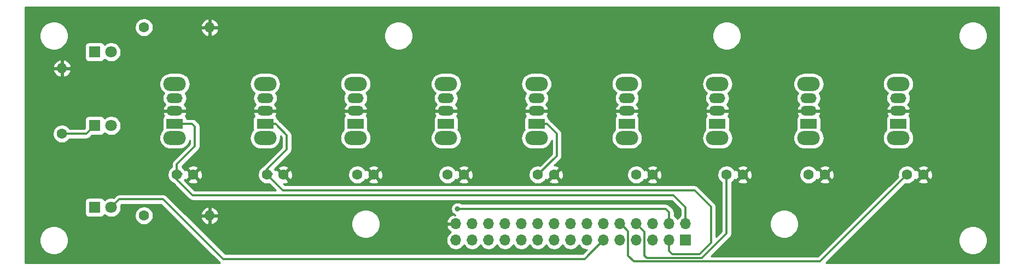
<source format=gbr>
%TF.GenerationSoftware,KiCad,Pcbnew,(5.1.9)-1*%
%TF.CreationDate,2021-09-28T20:53:43+01:00*%
%TF.ProjectId,cessna_switch_radio,63657373-6e61-45f7-9377-697463685f72,rev?*%
%TF.SameCoordinates,Original*%
%TF.FileFunction,Copper,L1,Top*%
%TF.FilePolarity,Positive*%
%FSLAX46Y46*%
G04 Gerber Fmt 4.6, Leading zero omitted, Abs format (unit mm)*
G04 Created by KiCad (PCBNEW (5.1.9)-1) date 2021-09-28 20:53:43*
%MOMM*%
%LPD*%
G01*
G04 APERTURE LIST*
%TA.AperFunction,ComponentPad*%
%ADD10O,3.500000X2.200000*%
%TD*%
%TA.AperFunction,ComponentPad*%
%ADD11O,2.500000X1.500000*%
%TD*%
%TA.AperFunction,ComponentPad*%
%ADD12R,2.500000X1.500000*%
%TD*%
%TA.AperFunction,ComponentPad*%
%ADD13O,1.600000X1.600000*%
%TD*%
%TA.AperFunction,ComponentPad*%
%ADD14C,1.600000*%
%TD*%
%TA.AperFunction,ComponentPad*%
%ADD15C,1.800000*%
%TD*%
%TA.AperFunction,ComponentPad*%
%ADD16R,1.800000X1.800000*%
%TD*%
%TA.AperFunction,ComponentPad*%
%ADD17O,1.700000X1.700000*%
%TD*%
%TA.AperFunction,ComponentPad*%
%ADD18R,1.700000X1.700000*%
%TD*%
%TA.AperFunction,ViaPad*%
%ADD19C,0.800000*%
%TD*%
%TA.AperFunction,Conductor*%
%ADD20C,0.300000*%
%TD*%
%TA.AperFunction,Conductor*%
%ADD21C,0.254000*%
%TD*%
%TA.AperFunction,Conductor*%
%ADD22C,0.100000*%
%TD*%
G04 APERTURE END LIST*
D10*
%TO.P,SW9,*%
%TO.N,*%
X165000000Y-36700000D03*
X165000000Y-45100000D03*
D11*
%TO.P,SW9,3*%
%TO.N,N/C*%
X165000000Y-38900000D03*
%TO.P,SW9,2*%
%TO.N,GND*%
X165000000Y-40900000D03*
D12*
%TO.P,SW9,1*%
%TO.N,AUX*%
X165000000Y-42900000D03*
%TD*%
D10*
%TO.P,SW8,*%
%TO.N,*%
X151130000Y-36700000D03*
X151130000Y-45100000D03*
D11*
%TO.P,SW8,3*%
%TO.N,N/C*%
X151130000Y-38900000D03*
%TO.P,SW8,2*%
%TO.N,GND*%
X151130000Y-40900000D03*
D12*
%TO.P,SW8,1*%
%TO.N,ADF*%
X151130000Y-42900000D03*
%TD*%
D10*
%TO.P,SW7,*%
%TO.N,*%
X137000000Y-36700000D03*
X137000000Y-45100000D03*
D11*
%TO.P,SW7,3*%
%TO.N,N/C*%
X137000000Y-38900000D03*
%TO.P,SW7,2*%
%TO.N,GND*%
X137000000Y-40900000D03*
D12*
%TO.P,SW7,1*%
%TO.N,DME*%
X137000000Y-42900000D03*
%TD*%
D10*
%TO.P,SW6,*%
%TO.N,*%
X123000000Y-36700000D03*
X123000000Y-45100000D03*
D11*
%TO.P,SW6,3*%
%TO.N,N/C*%
X123000000Y-38900000D03*
%TO.P,SW6,2*%
%TO.N,GND*%
X123000000Y-40900000D03*
D12*
%TO.P,SW6,1*%
%TO.N,MKR*%
X123000000Y-42900000D03*
%TD*%
D10*
%TO.P,SW5,*%
%TO.N,*%
X109000000Y-36700000D03*
X109000000Y-45100000D03*
D11*
%TO.P,SW5,3*%
%TO.N,N/C*%
X109000000Y-38900000D03*
%TO.P,SW5,2*%
%TO.N,GND*%
X109000000Y-40900000D03*
D12*
%TO.P,SW5,1*%
%TO.N,NAV2*%
X109000000Y-42900000D03*
%TD*%
D10*
%TO.P,SW4,*%
%TO.N,*%
X95000000Y-36700000D03*
X95000000Y-45100000D03*
D11*
%TO.P,SW4,3*%
%TO.N,N/C*%
X95000000Y-38900000D03*
%TO.P,SW4,2*%
%TO.N,GND*%
X95000000Y-40900000D03*
D12*
%TO.P,SW4,1*%
%TO.N,NAV1*%
X95000000Y-42900000D03*
%TD*%
D10*
%TO.P,SW3,*%
%TO.N,*%
X81000000Y-36700000D03*
X81000000Y-45100000D03*
D11*
%TO.P,SW3,3*%
%TO.N,N/C*%
X81000000Y-38900000D03*
%TO.P,SW3,2*%
%TO.N,GND*%
X81000000Y-40900000D03*
D12*
%TO.P,SW3,1*%
%TO.N,BOTH*%
X81000000Y-42900000D03*
%TD*%
D10*
%TO.P,SW2,*%
%TO.N,*%
X67000000Y-36700000D03*
X67000000Y-45100000D03*
D11*
%TO.P,SW2,3*%
%TO.N,N/C*%
X67000000Y-38900000D03*
%TO.P,SW2,2*%
%TO.N,GND*%
X67000000Y-40900000D03*
D12*
%TO.P,SW2,1*%
%TO.N,COM2*%
X67000000Y-42900000D03*
%TD*%
D10*
%TO.P,SW1,*%
%TO.N,*%
X53000000Y-36700000D03*
X53000000Y-45100000D03*
D11*
%TO.P,SW1,3*%
%TO.N,N/C*%
X53000000Y-38900000D03*
%TO.P,SW1,2*%
%TO.N,GND*%
X53000000Y-40900000D03*
D12*
%TO.P,SW1,1*%
%TO.N,COM1*%
X53000000Y-42900000D03*
%TD*%
D13*
%TO.P,R3,2*%
%TO.N,GND*%
X35560000Y-34290000D03*
D14*
%TO.P,R3,1*%
%TO.N,Net-(D3-Pad1)*%
X35560000Y-44450000D03*
%TD*%
D13*
%TO.P,R2,2*%
%TO.N,GND*%
X58420000Y-27940000D03*
D14*
%TO.P,R2,1*%
%TO.N,Net-(D2-Pad1)*%
X48260000Y-27940000D03*
%TD*%
D13*
%TO.P,R1,2*%
%TO.N,GND*%
X58420000Y-57150000D03*
D14*
%TO.P,R1,1*%
%TO.N,Net-(D1-Pad1)*%
X48260000Y-57150000D03*
%TD*%
D15*
%TO.P,D3,2*%
%TO.N,I_led*%
X43180000Y-43180000D03*
D16*
%TO.P,D3,1*%
%TO.N,Net-(D3-Pad1)*%
X40640000Y-43180000D03*
%TD*%
D15*
%TO.P,D2,2*%
%TO.N,M_led*%
X43180000Y-31750000D03*
D16*
%TO.P,D2,1*%
%TO.N,Net-(D2-Pad1)*%
X40640000Y-31750000D03*
%TD*%
D15*
%TO.P,D1,2*%
%TO.N,O_led*%
X43180000Y-55880000D03*
D16*
%TO.P,D1,1*%
%TO.N,Net-(D1-Pad1)*%
X40640000Y-55880000D03*
%TD*%
D14*
%TO.P,C9,2*%
%TO.N,GND*%
X168870000Y-50800000D03*
%TO.P,C9,1*%
%TO.N,AUX*%
X166370000Y-50800000D03*
%TD*%
%TO.P,C8,2*%
%TO.N,GND*%
X153630000Y-50800000D03*
%TO.P,C8,1*%
%TO.N,ADF*%
X151130000Y-50800000D03*
%TD*%
%TO.P,C7,2*%
%TO.N,GND*%
X140930000Y-50800000D03*
%TO.P,C7,1*%
%TO.N,DME*%
X138430000Y-50800000D03*
%TD*%
%TO.P,C6,2*%
%TO.N,GND*%
X126960000Y-50800000D03*
%TO.P,C6,1*%
%TO.N,MKR*%
X124460000Y-50800000D03*
%TD*%
%TO.P,C5,2*%
%TO.N,GND*%
X111720000Y-50800000D03*
%TO.P,C5,1*%
%TO.N,NAV2*%
X109220000Y-50800000D03*
%TD*%
%TO.P,C4,2*%
%TO.N,GND*%
X97750000Y-50800000D03*
%TO.P,C4,1*%
%TO.N,NAV1*%
X95250000Y-50800000D03*
%TD*%
%TO.P,C2,2*%
%TO.N,GND*%
X83780000Y-50800000D03*
%TO.P,C2,1*%
%TO.N,BOTH*%
X81280000Y-50800000D03*
%TD*%
%TO.P,C1,2*%
%TO.N,GND*%
X69810000Y-50800000D03*
%TO.P,C1,1*%
%TO.N,COM2*%
X67310000Y-50800000D03*
%TD*%
D17*
%TO.P,J1,30*%
%TO.N,GND*%
X96520000Y-58420000D03*
%TO.P,J1,29*%
%TO.N,N/C*%
X96520000Y-60960000D03*
%TO.P,J1,28*%
X99060000Y-58420000D03*
%TO.P,J1,27*%
X99060000Y-60960000D03*
%TO.P,J1,26*%
X101600000Y-58420000D03*
%TO.P,J1,25*%
X101600000Y-60960000D03*
%TO.P,J1,24*%
X104140000Y-58420000D03*
%TO.P,J1,23*%
X104140000Y-60960000D03*
%TO.P,J1,22*%
X106680000Y-58420000D03*
%TO.P,J1,21*%
X106680000Y-60960000D03*
%TO.P,J1,20*%
X109220000Y-58420000D03*
%TO.P,J1,19*%
X109220000Y-60960000D03*
%TO.P,J1,18*%
X111760000Y-58420000D03*
%TO.P,J1,17*%
X111760000Y-60960000D03*
%TO.P,J1,16*%
X114300000Y-58420000D03*
%TO.P,J1,15*%
X114300000Y-60960000D03*
%TO.P,J1,14*%
X116840000Y-58420000D03*
%TO.P,J1,13*%
%TO.N,I_led*%
X116840000Y-60960000D03*
%TO.P,J1,12*%
%TO.N,M_led*%
X119380000Y-58420000D03*
%TO.P,J1,11*%
%TO.N,O_led*%
X119380000Y-60960000D03*
%TO.P,J1,10*%
%TO.N,AUX*%
X121920000Y-58420000D03*
%TO.P,J1,9*%
%TO.N,ADF*%
X121920000Y-60960000D03*
%TO.P,J1,8*%
%TO.N,DME*%
X124460000Y-58420000D03*
%TO.P,J1,7*%
%TO.N,MKR*%
X124460000Y-60960000D03*
%TO.P,J1,6*%
%TO.N,NAV2*%
X127000000Y-58420000D03*
%TO.P,J1,5*%
%TO.N,NAV1*%
X127000000Y-60960000D03*
%TO.P,J1,4*%
%TO.N,BOTH*%
X129540000Y-58420000D03*
%TO.P,J1,3*%
%TO.N,COM2*%
X129540000Y-60960000D03*
%TO.P,J1,2*%
%TO.N,COM1*%
X132080000Y-58420000D03*
D18*
%TO.P,J1,1*%
%TO.N,N/C*%
X132080000Y-60960000D03*
%TD*%
D14*
%TO.P,C3,2*%
%TO.N,GND*%
X55840000Y-50800000D03*
%TO.P,C3,1*%
%TO.N,COM1*%
X53340000Y-50800000D03*
%TD*%
D19*
%TO.N,BOTH*%
X96775200Y-56092700D03*
%TD*%
D20*
%TO.N,GND*%
X55840000Y-40900000D02*
X54600300Y-40900000D01*
X53000000Y-40900000D02*
X54600300Y-40900000D01*
X58420000Y-27940000D02*
X58420000Y-40037500D01*
X152730300Y-40900000D02*
X153630000Y-41799700D01*
X151130000Y-40900000D02*
X152730300Y-40900000D01*
X110600300Y-40900000D02*
X111720000Y-42019700D01*
X123000000Y-40900000D02*
X112839700Y-40900000D01*
X112839700Y-40900000D02*
X111720000Y-42019700D01*
X109000000Y-40900000D02*
X110600300Y-40900000D01*
X69810000Y-40900000D02*
X81000000Y-40900000D01*
X67000000Y-40900000D02*
X69810000Y-40900000D01*
X53000000Y-40900000D02*
X46361000Y-40900000D01*
X57912000Y-42972000D02*
X55840000Y-40900000D01*
X57912000Y-48728000D02*
X57912000Y-42972000D01*
X55840000Y-50800000D02*
X57912000Y-48728000D01*
X58420000Y-40894000D02*
X58420000Y-40037500D01*
X55846000Y-40894000D02*
X58420000Y-40894000D01*
X55840000Y-40900000D02*
X55846000Y-40894000D01*
X58420000Y-40900000D02*
X67000000Y-40900000D01*
X58420000Y-40037500D02*
X58420000Y-40900000D01*
X72517000Y-48093000D02*
X69810000Y-50800000D01*
X72517000Y-43607000D02*
X72517000Y-48093000D01*
X69810000Y-40900000D02*
X72517000Y-43607000D01*
X85852000Y-44069000D02*
X83862700Y-42079700D01*
X85852000Y-48728000D02*
X85852000Y-44069000D01*
X83780000Y-50800000D02*
X85852000Y-48728000D01*
X85042400Y-40900000D02*
X83862700Y-42079700D01*
X95000000Y-40900000D02*
X85042400Y-40900000D01*
X82683000Y-40900000D02*
X81000000Y-40900000D01*
X83862700Y-42079700D02*
X82683000Y-40900000D01*
X113538000Y-48982000D02*
X111720000Y-50800000D01*
X113538000Y-43837700D02*
X113538000Y-48982000D01*
X111720000Y-42019700D02*
X113538000Y-43837700D01*
X155321000Y-49109000D02*
X153630000Y-50800000D01*
X155321000Y-43490700D02*
X155321000Y-49109000D01*
X153630000Y-41799700D02*
X155321000Y-43490700D01*
X154529700Y-40900000D02*
X153630000Y-41799700D01*
X165000000Y-40900000D02*
X154529700Y-40900000D01*
X39751000Y-34290000D02*
X40830500Y-35369500D01*
X35560000Y-34290000D02*
X39751000Y-34290000D01*
X46361000Y-40900000D02*
X40830500Y-35369500D01*
%TO.N,COM2*%
X67310000Y-50800000D02*
X67923600Y-50800000D01*
X67923600Y-50800000D02*
X68041500Y-50682100D01*
X68600300Y-42900000D02*
X67000000Y-42900000D01*
X70358000Y-44657700D02*
X68600300Y-42900000D01*
X70358000Y-46863000D02*
X70358000Y-44657700D01*
X67290200Y-49930800D02*
X70358000Y-46863000D01*
X68041500Y-50682100D02*
X67290200Y-49930800D01*
X67427900Y-50682100D02*
X68041500Y-50682100D01*
X67310000Y-50800000D02*
X67427900Y-50682100D01*
X69723000Y-53213000D02*
X67310000Y-50800000D01*
X133477000Y-53213000D02*
X69723000Y-53213000D01*
X136017000Y-55753000D02*
X133477000Y-53213000D01*
X136017000Y-61341000D02*
X136017000Y-55753000D01*
X134239000Y-63119000D02*
X136017000Y-61341000D01*
X130048000Y-63119000D02*
X134239000Y-63119000D01*
X129540000Y-62611000D02*
X130048000Y-63119000D01*
X129540000Y-60960000D02*
X129540000Y-62611000D01*
%TO.N,BOTH*%
X126387500Y-56092700D02*
X96775200Y-56092700D01*
X129540000Y-58420000D02*
X129540000Y-56642000D01*
X128990700Y-56092700D02*
X126387500Y-56092700D01*
X129540000Y-56642000D02*
X128990700Y-56092700D01*
%TO.N,COM1*%
X53340000Y-50800000D02*
X53953600Y-50800000D01*
X53953600Y-50800000D02*
X54056300Y-50697300D01*
X55727000Y-42900000D02*
X53000000Y-42900000D01*
X56134000Y-43307000D02*
X55727000Y-42900000D01*
X53340000Y-49149000D02*
X56134000Y-46355000D01*
X53340000Y-49981000D02*
X53340000Y-49149000D01*
X56134000Y-46355000D02*
X56134000Y-43307000D01*
X54056300Y-50697300D02*
X53340000Y-49981000D01*
X53340000Y-51413600D02*
X54056300Y-50697300D01*
X53340000Y-51562000D02*
X53340000Y-51413600D01*
X55800600Y-54022600D02*
X53340000Y-51562000D01*
X130222600Y-54022600D02*
X55800600Y-54022600D01*
X132080000Y-55880000D02*
X130222600Y-54022600D01*
X132080000Y-58420000D02*
X132080000Y-55880000D01*
%TO.N,NAV2*%
X112141000Y-47879000D02*
X109220000Y-50800000D01*
X112141000Y-44440700D02*
X112141000Y-47879000D01*
X110600300Y-42900000D02*
X112141000Y-44440700D01*
X109000000Y-42900000D02*
X110600300Y-42900000D01*
%TO.N,DME*%
X138430000Y-59944000D02*
X138430000Y-50800000D01*
X134620000Y-63754000D02*
X138430000Y-59944000D01*
X126111000Y-63754000D02*
X134620000Y-63754000D01*
X125730000Y-63373000D02*
X126111000Y-63754000D01*
X125730000Y-59690000D02*
X125730000Y-63373000D01*
X124460000Y-58420000D02*
X125730000Y-59690000D01*
%TO.N,AUX*%
X152908000Y-64262000D02*
X166370000Y-50800000D01*
X124079000Y-64262000D02*
X152908000Y-64262000D01*
X123190000Y-63373000D02*
X124079000Y-64262000D01*
X122047000Y-58420000D02*
X123190000Y-59563000D01*
X123190000Y-59563000D02*
X123190000Y-63373000D01*
X121920000Y-58420000D02*
X122047000Y-58420000D01*
%TO.N,O_led*%
X51225100Y-54610000D02*
X46990000Y-54610000D01*
X116459000Y-63881000D02*
X60496100Y-63881000D01*
X60496100Y-63881000D02*
X51225100Y-54610000D01*
X119380000Y-60960000D02*
X116459000Y-63881000D01*
X43180000Y-55880000D02*
X44450000Y-54610000D01*
X44450000Y-54610000D02*
X46990000Y-54610000D01*
%TO.N,Net-(D3-Pad1)*%
X39370000Y-44450000D02*
X35560000Y-44450000D01*
X40640000Y-43180000D02*
X39370000Y-44450000D01*
%TD*%
D21*
%TO.N,GND*%
X180550001Y-64470000D02*
X153810157Y-64470000D01*
X157540285Y-60739872D01*
X174295000Y-60739872D01*
X174295000Y-61180128D01*
X174380890Y-61611925D01*
X174549369Y-62018669D01*
X174793962Y-62384729D01*
X175105271Y-62696038D01*
X175471331Y-62940631D01*
X175878075Y-63109110D01*
X176309872Y-63195000D01*
X176750128Y-63195000D01*
X177181925Y-63109110D01*
X177588669Y-62940631D01*
X177954729Y-62696038D01*
X178266038Y-62384729D01*
X178510631Y-62018669D01*
X178679110Y-61611925D01*
X178765000Y-61180128D01*
X178765000Y-60739872D01*
X178679110Y-60308075D01*
X178510631Y-59901331D01*
X178266038Y-59535271D01*
X177954729Y-59223962D01*
X177588669Y-58979369D01*
X177181925Y-58810890D01*
X176750128Y-58725000D01*
X176309872Y-58725000D01*
X175878075Y-58810890D01*
X175471331Y-58979369D01*
X175105271Y-59223962D01*
X174793962Y-59535271D01*
X174549369Y-59901331D01*
X174380890Y-60308075D01*
X174295000Y-60739872D01*
X157540285Y-60739872D01*
X166075604Y-52204554D01*
X166228665Y-52235000D01*
X166511335Y-52235000D01*
X166788574Y-52179853D01*
X167049727Y-52071680D01*
X167284759Y-51914637D01*
X167406694Y-51792702D01*
X168056903Y-51792702D01*
X168128486Y-52036671D01*
X168383996Y-52157571D01*
X168658184Y-52226300D01*
X168940512Y-52240217D01*
X169220130Y-52198787D01*
X169486292Y-52103603D01*
X169611514Y-52036671D01*
X169683097Y-51792702D01*
X168870000Y-50979605D01*
X168056903Y-51792702D01*
X167406694Y-51792702D01*
X167484637Y-51714759D01*
X167618692Y-51514131D01*
X167633329Y-51541514D01*
X167877298Y-51613097D01*
X168690395Y-50800000D01*
X169049605Y-50800000D01*
X169862702Y-51613097D01*
X170106671Y-51541514D01*
X170227571Y-51286004D01*
X170296300Y-51011816D01*
X170310217Y-50729488D01*
X170268787Y-50449870D01*
X170173603Y-50183708D01*
X170106671Y-50058486D01*
X169862702Y-49986903D01*
X169049605Y-50800000D01*
X168690395Y-50800000D01*
X167877298Y-49986903D01*
X167633329Y-50058486D01*
X167619676Y-50087341D01*
X167484637Y-49885241D01*
X167406694Y-49807298D01*
X168056903Y-49807298D01*
X168870000Y-50620395D01*
X169683097Y-49807298D01*
X169611514Y-49563329D01*
X169356004Y-49442429D01*
X169081816Y-49373700D01*
X168799488Y-49359783D01*
X168519870Y-49401213D01*
X168253708Y-49496397D01*
X168128486Y-49563329D01*
X168056903Y-49807298D01*
X167406694Y-49807298D01*
X167284759Y-49685363D01*
X167049727Y-49528320D01*
X166788574Y-49420147D01*
X166511335Y-49365000D01*
X166228665Y-49365000D01*
X165951426Y-49420147D01*
X165690273Y-49528320D01*
X165455241Y-49685363D01*
X165255363Y-49885241D01*
X165098320Y-50120273D01*
X164990147Y-50381426D01*
X164935000Y-50658665D01*
X164935000Y-50941335D01*
X164965446Y-51094396D01*
X152582843Y-63477000D01*
X136007157Y-63477000D01*
X138957811Y-60526346D01*
X138987764Y-60501764D01*
X139085862Y-60382233D01*
X139158754Y-60245860D01*
X139166944Y-60218861D01*
X139203642Y-60097887D01*
X139214084Y-59991859D01*
X139215000Y-59982561D01*
X139215000Y-59982556D01*
X139218797Y-59944000D01*
X139215000Y-59905444D01*
X139215000Y-58199872D01*
X145085000Y-58199872D01*
X145085000Y-58640128D01*
X145170890Y-59071925D01*
X145339369Y-59478669D01*
X145583962Y-59844729D01*
X145895271Y-60156038D01*
X146261331Y-60400631D01*
X146668075Y-60569110D01*
X147099872Y-60655000D01*
X147540128Y-60655000D01*
X147971925Y-60569110D01*
X148378669Y-60400631D01*
X148744729Y-60156038D01*
X149056038Y-59844729D01*
X149300631Y-59478669D01*
X149469110Y-59071925D01*
X149555000Y-58640128D01*
X149555000Y-58199872D01*
X149469110Y-57768075D01*
X149300631Y-57361331D01*
X149056038Y-56995271D01*
X148744729Y-56683962D01*
X148378669Y-56439369D01*
X147971925Y-56270890D01*
X147540128Y-56185000D01*
X147099872Y-56185000D01*
X146668075Y-56270890D01*
X146261331Y-56439369D01*
X145895271Y-56683962D01*
X145583962Y-56995271D01*
X145339369Y-57361331D01*
X145170890Y-57768075D01*
X145085000Y-58199872D01*
X139215000Y-58199872D01*
X139215000Y-52001339D01*
X139344759Y-51914637D01*
X139466694Y-51792702D01*
X140116903Y-51792702D01*
X140188486Y-52036671D01*
X140443996Y-52157571D01*
X140718184Y-52226300D01*
X141000512Y-52240217D01*
X141280130Y-52198787D01*
X141546292Y-52103603D01*
X141671514Y-52036671D01*
X141743097Y-51792702D01*
X140930000Y-50979605D01*
X140116903Y-51792702D01*
X139466694Y-51792702D01*
X139544637Y-51714759D01*
X139678692Y-51514131D01*
X139693329Y-51541514D01*
X139937298Y-51613097D01*
X140750395Y-50800000D01*
X141109605Y-50800000D01*
X141922702Y-51613097D01*
X142166671Y-51541514D01*
X142287571Y-51286004D01*
X142356300Y-51011816D01*
X142370217Y-50729488D01*
X142359724Y-50658665D01*
X149695000Y-50658665D01*
X149695000Y-50941335D01*
X149750147Y-51218574D01*
X149858320Y-51479727D01*
X150015363Y-51714759D01*
X150215241Y-51914637D01*
X150450273Y-52071680D01*
X150711426Y-52179853D01*
X150988665Y-52235000D01*
X151271335Y-52235000D01*
X151548574Y-52179853D01*
X151809727Y-52071680D01*
X152044759Y-51914637D01*
X152166694Y-51792702D01*
X152816903Y-51792702D01*
X152888486Y-52036671D01*
X153143996Y-52157571D01*
X153418184Y-52226300D01*
X153700512Y-52240217D01*
X153980130Y-52198787D01*
X154246292Y-52103603D01*
X154371514Y-52036671D01*
X154443097Y-51792702D01*
X153630000Y-50979605D01*
X152816903Y-51792702D01*
X152166694Y-51792702D01*
X152244637Y-51714759D01*
X152378692Y-51514131D01*
X152393329Y-51541514D01*
X152637298Y-51613097D01*
X153450395Y-50800000D01*
X153809605Y-50800000D01*
X154622702Y-51613097D01*
X154866671Y-51541514D01*
X154987571Y-51286004D01*
X155056300Y-51011816D01*
X155070217Y-50729488D01*
X155028787Y-50449870D01*
X154933603Y-50183708D01*
X154866671Y-50058486D01*
X154622702Y-49986903D01*
X153809605Y-50800000D01*
X153450395Y-50800000D01*
X152637298Y-49986903D01*
X152393329Y-50058486D01*
X152379676Y-50087341D01*
X152244637Y-49885241D01*
X152166694Y-49807298D01*
X152816903Y-49807298D01*
X153630000Y-50620395D01*
X154443097Y-49807298D01*
X154371514Y-49563329D01*
X154116004Y-49442429D01*
X153841816Y-49373700D01*
X153559488Y-49359783D01*
X153279870Y-49401213D01*
X153013708Y-49496397D01*
X152888486Y-49563329D01*
X152816903Y-49807298D01*
X152166694Y-49807298D01*
X152044759Y-49685363D01*
X151809727Y-49528320D01*
X151548574Y-49420147D01*
X151271335Y-49365000D01*
X150988665Y-49365000D01*
X150711426Y-49420147D01*
X150450273Y-49528320D01*
X150215241Y-49685363D01*
X150015363Y-49885241D01*
X149858320Y-50120273D01*
X149750147Y-50381426D01*
X149695000Y-50658665D01*
X142359724Y-50658665D01*
X142328787Y-50449870D01*
X142233603Y-50183708D01*
X142166671Y-50058486D01*
X141922702Y-49986903D01*
X141109605Y-50800000D01*
X140750395Y-50800000D01*
X139937298Y-49986903D01*
X139693329Y-50058486D01*
X139679676Y-50087341D01*
X139544637Y-49885241D01*
X139466694Y-49807298D01*
X140116903Y-49807298D01*
X140930000Y-50620395D01*
X141743097Y-49807298D01*
X141671514Y-49563329D01*
X141416004Y-49442429D01*
X141141816Y-49373700D01*
X140859488Y-49359783D01*
X140579870Y-49401213D01*
X140313708Y-49496397D01*
X140188486Y-49563329D01*
X140116903Y-49807298D01*
X139466694Y-49807298D01*
X139344759Y-49685363D01*
X139109727Y-49528320D01*
X138848574Y-49420147D01*
X138571335Y-49365000D01*
X138288665Y-49365000D01*
X138011426Y-49420147D01*
X137750273Y-49528320D01*
X137515241Y-49685363D01*
X137315363Y-49885241D01*
X137158320Y-50120273D01*
X137050147Y-50381426D01*
X136995000Y-50658665D01*
X136995000Y-50941335D01*
X137050147Y-51218574D01*
X137158320Y-51479727D01*
X137315363Y-51714759D01*
X137515241Y-51914637D01*
X137645001Y-52001340D01*
X137645000Y-59618843D01*
X136802000Y-60461843D01*
X136802000Y-55791552D01*
X136805797Y-55752999D01*
X136802000Y-55714446D01*
X136802000Y-55714439D01*
X136790641Y-55599113D01*
X136745754Y-55451140D01*
X136672862Y-55314767D01*
X136574764Y-55195236D01*
X136544816Y-55170658D01*
X134059347Y-52685190D01*
X134034764Y-52655236D01*
X133915233Y-52557138D01*
X133778860Y-52484246D01*
X133630887Y-52439359D01*
X133515561Y-52428000D01*
X133515553Y-52428000D01*
X133477000Y-52424203D01*
X133438447Y-52428000D01*
X70048158Y-52428000D01*
X69859331Y-52239173D01*
X69880512Y-52240217D01*
X70160130Y-52198787D01*
X70426292Y-52103603D01*
X70551514Y-52036671D01*
X70623097Y-51792702D01*
X69810000Y-50979605D01*
X69795858Y-50993748D01*
X69616253Y-50814143D01*
X69630395Y-50800000D01*
X69989605Y-50800000D01*
X70802702Y-51613097D01*
X71046671Y-51541514D01*
X71167571Y-51286004D01*
X71236300Y-51011816D01*
X71250217Y-50729488D01*
X71239724Y-50658665D01*
X79845000Y-50658665D01*
X79845000Y-50941335D01*
X79900147Y-51218574D01*
X80008320Y-51479727D01*
X80165363Y-51714759D01*
X80365241Y-51914637D01*
X80600273Y-52071680D01*
X80861426Y-52179853D01*
X81138665Y-52235000D01*
X81421335Y-52235000D01*
X81698574Y-52179853D01*
X81959727Y-52071680D01*
X82194759Y-51914637D01*
X82316694Y-51792702D01*
X82966903Y-51792702D01*
X83038486Y-52036671D01*
X83293996Y-52157571D01*
X83568184Y-52226300D01*
X83850512Y-52240217D01*
X84130130Y-52198787D01*
X84396292Y-52103603D01*
X84521514Y-52036671D01*
X84593097Y-51792702D01*
X83780000Y-50979605D01*
X82966903Y-51792702D01*
X82316694Y-51792702D01*
X82394637Y-51714759D01*
X82528692Y-51514131D01*
X82543329Y-51541514D01*
X82787298Y-51613097D01*
X83600395Y-50800000D01*
X83959605Y-50800000D01*
X84772702Y-51613097D01*
X85016671Y-51541514D01*
X85137571Y-51286004D01*
X85206300Y-51011816D01*
X85220217Y-50729488D01*
X85209724Y-50658665D01*
X93815000Y-50658665D01*
X93815000Y-50941335D01*
X93870147Y-51218574D01*
X93978320Y-51479727D01*
X94135363Y-51714759D01*
X94335241Y-51914637D01*
X94570273Y-52071680D01*
X94831426Y-52179853D01*
X95108665Y-52235000D01*
X95391335Y-52235000D01*
X95668574Y-52179853D01*
X95929727Y-52071680D01*
X96164759Y-51914637D01*
X96286694Y-51792702D01*
X96936903Y-51792702D01*
X97008486Y-52036671D01*
X97263996Y-52157571D01*
X97538184Y-52226300D01*
X97820512Y-52240217D01*
X98100130Y-52198787D01*
X98366292Y-52103603D01*
X98491514Y-52036671D01*
X98563097Y-51792702D01*
X97750000Y-50979605D01*
X96936903Y-51792702D01*
X96286694Y-51792702D01*
X96364637Y-51714759D01*
X96498692Y-51514131D01*
X96513329Y-51541514D01*
X96757298Y-51613097D01*
X97570395Y-50800000D01*
X97929605Y-50800000D01*
X98742702Y-51613097D01*
X98986671Y-51541514D01*
X99107571Y-51286004D01*
X99176300Y-51011816D01*
X99190217Y-50729488D01*
X99148787Y-50449870D01*
X99053603Y-50183708D01*
X98986671Y-50058486D01*
X98742702Y-49986903D01*
X97929605Y-50800000D01*
X97570395Y-50800000D01*
X96757298Y-49986903D01*
X96513329Y-50058486D01*
X96499676Y-50087341D01*
X96364637Y-49885241D01*
X96286694Y-49807298D01*
X96936903Y-49807298D01*
X97750000Y-50620395D01*
X98563097Y-49807298D01*
X98491514Y-49563329D01*
X98236004Y-49442429D01*
X97961816Y-49373700D01*
X97679488Y-49359783D01*
X97399870Y-49401213D01*
X97133708Y-49496397D01*
X97008486Y-49563329D01*
X96936903Y-49807298D01*
X96286694Y-49807298D01*
X96164759Y-49685363D01*
X95929727Y-49528320D01*
X95668574Y-49420147D01*
X95391335Y-49365000D01*
X95108665Y-49365000D01*
X94831426Y-49420147D01*
X94570273Y-49528320D01*
X94335241Y-49685363D01*
X94135363Y-49885241D01*
X93978320Y-50120273D01*
X93870147Y-50381426D01*
X93815000Y-50658665D01*
X85209724Y-50658665D01*
X85178787Y-50449870D01*
X85083603Y-50183708D01*
X85016671Y-50058486D01*
X84772702Y-49986903D01*
X83959605Y-50800000D01*
X83600395Y-50800000D01*
X82787298Y-49986903D01*
X82543329Y-50058486D01*
X82529676Y-50087341D01*
X82394637Y-49885241D01*
X82316694Y-49807298D01*
X82966903Y-49807298D01*
X83780000Y-50620395D01*
X84593097Y-49807298D01*
X84521514Y-49563329D01*
X84266004Y-49442429D01*
X83991816Y-49373700D01*
X83709488Y-49359783D01*
X83429870Y-49401213D01*
X83163708Y-49496397D01*
X83038486Y-49563329D01*
X82966903Y-49807298D01*
X82316694Y-49807298D01*
X82194759Y-49685363D01*
X81959727Y-49528320D01*
X81698574Y-49420147D01*
X81421335Y-49365000D01*
X81138665Y-49365000D01*
X80861426Y-49420147D01*
X80600273Y-49528320D01*
X80365241Y-49685363D01*
X80165363Y-49885241D01*
X80008320Y-50120273D01*
X79900147Y-50381426D01*
X79845000Y-50658665D01*
X71239724Y-50658665D01*
X71208787Y-50449870D01*
X71113603Y-50183708D01*
X71046671Y-50058486D01*
X70802702Y-49986903D01*
X69989605Y-50800000D01*
X69630395Y-50800000D01*
X68817298Y-49986903D01*
X68573329Y-50058486D01*
X68559676Y-50087341D01*
X68433160Y-49897997D01*
X68523859Y-49807298D01*
X68996903Y-49807298D01*
X69810000Y-50620395D01*
X70623097Y-49807298D01*
X70551514Y-49563329D01*
X70296004Y-49442429D01*
X70021816Y-49373700D01*
X69739488Y-49359783D01*
X69459870Y-49401213D01*
X69193708Y-49496397D01*
X69068486Y-49563329D01*
X68996903Y-49807298D01*
X68523859Y-49807298D01*
X70885817Y-47445341D01*
X70915764Y-47420764D01*
X71013862Y-47301233D01*
X71086754Y-47164860D01*
X71131641Y-47016887D01*
X71143000Y-46901561D01*
X71143000Y-46901554D01*
X71146797Y-46863001D01*
X71143000Y-46824448D01*
X71143000Y-45100000D01*
X78606606Y-45100000D01*
X78640105Y-45440119D01*
X78739314Y-45767168D01*
X78900421Y-46068578D01*
X79117234Y-46332766D01*
X79381422Y-46549579D01*
X79682832Y-46710686D01*
X80009881Y-46809895D01*
X80264775Y-46835000D01*
X81735225Y-46835000D01*
X81990119Y-46809895D01*
X82317168Y-46710686D01*
X82618578Y-46549579D01*
X82882766Y-46332766D01*
X83099579Y-46068578D01*
X83260686Y-45767168D01*
X83359895Y-45440119D01*
X83393394Y-45100000D01*
X92606606Y-45100000D01*
X92640105Y-45440119D01*
X92739314Y-45767168D01*
X92900421Y-46068578D01*
X93117234Y-46332766D01*
X93381422Y-46549579D01*
X93682832Y-46710686D01*
X94009881Y-46809895D01*
X94264775Y-46835000D01*
X95735225Y-46835000D01*
X95990119Y-46809895D01*
X96317168Y-46710686D01*
X96618578Y-46549579D01*
X96882766Y-46332766D01*
X97099579Y-46068578D01*
X97260686Y-45767168D01*
X97359895Y-45440119D01*
X97393394Y-45100000D01*
X106606606Y-45100000D01*
X106640105Y-45440119D01*
X106739314Y-45767168D01*
X106900421Y-46068578D01*
X107117234Y-46332766D01*
X107381422Y-46549579D01*
X107682832Y-46710686D01*
X108009881Y-46809895D01*
X108264775Y-46835000D01*
X109735225Y-46835000D01*
X109990119Y-46809895D01*
X110317168Y-46710686D01*
X110618578Y-46549579D01*
X110882766Y-46332766D01*
X111099579Y-46068578D01*
X111260686Y-45767168D01*
X111356000Y-45452958D01*
X111356001Y-47553842D01*
X109514397Y-49395446D01*
X109361335Y-49365000D01*
X109078665Y-49365000D01*
X108801426Y-49420147D01*
X108540273Y-49528320D01*
X108305241Y-49685363D01*
X108105363Y-49885241D01*
X107948320Y-50120273D01*
X107840147Y-50381426D01*
X107785000Y-50658665D01*
X107785000Y-50941335D01*
X107840147Y-51218574D01*
X107948320Y-51479727D01*
X108105363Y-51714759D01*
X108305241Y-51914637D01*
X108540273Y-52071680D01*
X108801426Y-52179853D01*
X109078665Y-52235000D01*
X109361335Y-52235000D01*
X109638574Y-52179853D01*
X109899727Y-52071680D01*
X110134759Y-51914637D01*
X110256694Y-51792702D01*
X110906903Y-51792702D01*
X110978486Y-52036671D01*
X111233996Y-52157571D01*
X111508184Y-52226300D01*
X111790512Y-52240217D01*
X112070130Y-52198787D01*
X112336292Y-52103603D01*
X112461514Y-52036671D01*
X112533097Y-51792702D01*
X111720000Y-50979605D01*
X110906903Y-51792702D01*
X110256694Y-51792702D01*
X110334637Y-51714759D01*
X110468692Y-51514131D01*
X110483329Y-51541514D01*
X110727298Y-51613097D01*
X111540395Y-50800000D01*
X111899605Y-50800000D01*
X112712702Y-51613097D01*
X112956671Y-51541514D01*
X113077571Y-51286004D01*
X113146300Y-51011816D01*
X113160217Y-50729488D01*
X113149724Y-50658665D01*
X123025000Y-50658665D01*
X123025000Y-50941335D01*
X123080147Y-51218574D01*
X123188320Y-51479727D01*
X123345363Y-51714759D01*
X123545241Y-51914637D01*
X123780273Y-52071680D01*
X124041426Y-52179853D01*
X124318665Y-52235000D01*
X124601335Y-52235000D01*
X124878574Y-52179853D01*
X125139727Y-52071680D01*
X125374759Y-51914637D01*
X125496694Y-51792702D01*
X126146903Y-51792702D01*
X126218486Y-52036671D01*
X126473996Y-52157571D01*
X126748184Y-52226300D01*
X127030512Y-52240217D01*
X127310130Y-52198787D01*
X127576292Y-52103603D01*
X127701514Y-52036671D01*
X127773097Y-51792702D01*
X126960000Y-50979605D01*
X126146903Y-51792702D01*
X125496694Y-51792702D01*
X125574637Y-51714759D01*
X125708692Y-51514131D01*
X125723329Y-51541514D01*
X125967298Y-51613097D01*
X126780395Y-50800000D01*
X127139605Y-50800000D01*
X127952702Y-51613097D01*
X128196671Y-51541514D01*
X128317571Y-51286004D01*
X128386300Y-51011816D01*
X128400217Y-50729488D01*
X128358787Y-50449870D01*
X128263603Y-50183708D01*
X128196671Y-50058486D01*
X127952702Y-49986903D01*
X127139605Y-50800000D01*
X126780395Y-50800000D01*
X125967298Y-49986903D01*
X125723329Y-50058486D01*
X125709676Y-50087341D01*
X125574637Y-49885241D01*
X125496694Y-49807298D01*
X126146903Y-49807298D01*
X126960000Y-50620395D01*
X127773097Y-49807298D01*
X127701514Y-49563329D01*
X127446004Y-49442429D01*
X127171816Y-49373700D01*
X126889488Y-49359783D01*
X126609870Y-49401213D01*
X126343708Y-49496397D01*
X126218486Y-49563329D01*
X126146903Y-49807298D01*
X125496694Y-49807298D01*
X125374759Y-49685363D01*
X125139727Y-49528320D01*
X124878574Y-49420147D01*
X124601335Y-49365000D01*
X124318665Y-49365000D01*
X124041426Y-49420147D01*
X123780273Y-49528320D01*
X123545241Y-49685363D01*
X123345363Y-49885241D01*
X123188320Y-50120273D01*
X123080147Y-50381426D01*
X123025000Y-50658665D01*
X113149724Y-50658665D01*
X113118787Y-50449870D01*
X113023603Y-50183708D01*
X112956671Y-50058486D01*
X112712702Y-49986903D01*
X111899605Y-50800000D01*
X111540395Y-50800000D01*
X111526253Y-50785858D01*
X111705858Y-50606253D01*
X111720000Y-50620395D01*
X112533097Y-49807298D01*
X112461514Y-49563329D01*
X112206004Y-49442429D01*
X111931816Y-49373700D01*
X111764695Y-49365462D01*
X112668810Y-48461347D01*
X112698764Y-48436764D01*
X112796862Y-48317233D01*
X112869754Y-48180860D01*
X112914642Y-48032887D01*
X112922020Y-47957974D01*
X112926000Y-47917561D01*
X112926000Y-47917556D01*
X112929797Y-47879000D01*
X112926000Y-47840444D01*
X112926000Y-45100000D01*
X120606606Y-45100000D01*
X120640105Y-45440119D01*
X120739314Y-45767168D01*
X120900421Y-46068578D01*
X121117234Y-46332766D01*
X121381422Y-46549579D01*
X121682832Y-46710686D01*
X122009881Y-46809895D01*
X122264775Y-46835000D01*
X123735225Y-46835000D01*
X123990119Y-46809895D01*
X124317168Y-46710686D01*
X124618578Y-46549579D01*
X124882766Y-46332766D01*
X125099579Y-46068578D01*
X125260686Y-45767168D01*
X125359895Y-45440119D01*
X125393394Y-45100000D01*
X134606606Y-45100000D01*
X134640105Y-45440119D01*
X134739314Y-45767168D01*
X134900421Y-46068578D01*
X135117234Y-46332766D01*
X135381422Y-46549579D01*
X135682832Y-46710686D01*
X136009881Y-46809895D01*
X136264775Y-46835000D01*
X137735225Y-46835000D01*
X137990119Y-46809895D01*
X138317168Y-46710686D01*
X138618578Y-46549579D01*
X138882766Y-46332766D01*
X139099579Y-46068578D01*
X139260686Y-45767168D01*
X139359895Y-45440119D01*
X139393394Y-45100000D01*
X148736606Y-45100000D01*
X148770105Y-45440119D01*
X148869314Y-45767168D01*
X149030421Y-46068578D01*
X149247234Y-46332766D01*
X149511422Y-46549579D01*
X149812832Y-46710686D01*
X150139881Y-46809895D01*
X150394775Y-46835000D01*
X151865225Y-46835000D01*
X152120119Y-46809895D01*
X152447168Y-46710686D01*
X152748578Y-46549579D01*
X153012766Y-46332766D01*
X153229579Y-46068578D01*
X153390686Y-45767168D01*
X153489895Y-45440119D01*
X153523394Y-45100000D01*
X162606606Y-45100000D01*
X162640105Y-45440119D01*
X162739314Y-45767168D01*
X162900421Y-46068578D01*
X163117234Y-46332766D01*
X163381422Y-46549579D01*
X163682832Y-46710686D01*
X164009881Y-46809895D01*
X164264775Y-46835000D01*
X165735225Y-46835000D01*
X165990119Y-46809895D01*
X166317168Y-46710686D01*
X166618578Y-46549579D01*
X166882766Y-46332766D01*
X167099579Y-46068578D01*
X167260686Y-45767168D01*
X167359895Y-45440119D01*
X167393394Y-45100000D01*
X167359895Y-44759881D01*
X167260686Y-44432832D01*
X167099579Y-44131422D01*
X166882766Y-43867234D01*
X166854670Y-43844177D01*
X166875812Y-43774482D01*
X166888072Y-43650000D01*
X166888072Y-42150000D01*
X166875812Y-42025518D01*
X166839502Y-41905820D01*
X166780537Y-41795506D01*
X166701185Y-41698815D01*
X166655867Y-41661624D01*
X166722142Y-41563868D01*
X166828173Y-41312684D01*
X166842318Y-41241185D01*
X166719656Y-41027000D01*
X165127000Y-41027000D01*
X165127000Y-41047000D01*
X164873000Y-41047000D01*
X164873000Y-41027000D01*
X163280344Y-41027000D01*
X163157682Y-41241185D01*
X163171827Y-41312684D01*
X163277858Y-41563868D01*
X163344133Y-41661624D01*
X163298815Y-41698815D01*
X163219463Y-41795506D01*
X163160498Y-41905820D01*
X163124188Y-42025518D01*
X163111928Y-42150000D01*
X163111928Y-43650000D01*
X163124188Y-43774482D01*
X163145330Y-43844177D01*
X163117234Y-43867234D01*
X162900421Y-44131422D01*
X162739314Y-44432832D01*
X162640105Y-44759881D01*
X162606606Y-45100000D01*
X153523394Y-45100000D01*
X153489895Y-44759881D01*
X153390686Y-44432832D01*
X153229579Y-44131422D01*
X153012766Y-43867234D01*
X152984670Y-43844177D01*
X153005812Y-43774482D01*
X153018072Y-43650000D01*
X153018072Y-42150000D01*
X153005812Y-42025518D01*
X152969502Y-41905820D01*
X152910537Y-41795506D01*
X152831185Y-41698815D01*
X152785867Y-41661624D01*
X152852142Y-41563868D01*
X152958173Y-41312684D01*
X152972318Y-41241185D01*
X152849656Y-41027000D01*
X151257000Y-41027000D01*
X151257000Y-41047000D01*
X151003000Y-41047000D01*
X151003000Y-41027000D01*
X149410344Y-41027000D01*
X149287682Y-41241185D01*
X149301827Y-41312684D01*
X149407858Y-41563868D01*
X149474133Y-41661624D01*
X149428815Y-41698815D01*
X149349463Y-41795506D01*
X149290498Y-41905820D01*
X149254188Y-42025518D01*
X149241928Y-42150000D01*
X149241928Y-43650000D01*
X149254188Y-43774482D01*
X149275330Y-43844177D01*
X149247234Y-43867234D01*
X149030421Y-44131422D01*
X148869314Y-44432832D01*
X148770105Y-44759881D01*
X148736606Y-45100000D01*
X139393394Y-45100000D01*
X139359895Y-44759881D01*
X139260686Y-44432832D01*
X139099579Y-44131422D01*
X138882766Y-43867234D01*
X138854670Y-43844177D01*
X138875812Y-43774482D01*
X138888072Y-43650000D01*
X138888072Y-42150000D01*
X138875812Y-42025518D01*
X138839502Y-41905820D01*
X138780537Y-41795506D01*
X138701185Y-41698815D01*
X138655867Y-41661624D01*
X138722142Y-41563868D01*
X138828173Y-41312684D01*
X138842318Y-41241185D01*
X138719656Y-41027000D01*
X137127000Y-41027000D01*
X137127000Y-41047000D01*
X136873000Y-41047000D01*
X136873000Y-41027000D01*
X135280344Y-41027000D01*
X135157682Y-41241185D01*
X135171827Y-41312684D01*
X135277858Y-41563868D01*
X135344133Y-41661624D01*
X135298815Y-41698815D01*
X135219463Y-41795506D01*
X135160498Y-41905820D01*
X135124188Y-42025518D01*
X135111928Y-42150000D01*
X135111928Y-43650000D01*
X135124188Y-43774482D01*
X135145330Y-43844177D01*
X135117234Y-43867234D01*
X134900421Y-44131422D01*
X134739314Y-44432832D01*
X134640105Y-44759881D01*
X134606606Y-45100000D01*
X125393394Y-45100000D01*
X125359895Y-44759881D01*
X125260686Y-44432832D01*
X125099579Y-44131422D01*
X124882766Y-43867234D01*
X124854670Y-43844177D01*
X124875812Y-43774482D01*
X124888072Y-43650000D01*
X124888072Y-42150000D01*
X124875812Y-42025518D01*
X124839502Y-41905820D01*
X124780537Y-41795506D01*
X124701185Y-41698815D01*
X124655867Y-41661624D01*
X124722142Y-41563868D01*
X124828173Y-41312684D01*
X124842318Y-41241185D01*
X124719656Y-41027000D01*
X123127000Y-41027000D01*
X123127000Y-41047000D01*
X122873000Y-41047000D01*
X122873000Y-41027000D01*
X121280344Y-41027000D01*
X121157682Y-41241185D01*
X121171827Y-41312684D01*
X121277858Y-41563868D01*
X121344133Y-41661624D01*
X121298815Y-41698815D01*
X121219463Y-41795506D01*
X121160498Y-41905820D01*
X121124188Y-42025518D01*
X121111928Y-42150000D01*
X121111928Y-43650000D01*
X121124188Y-43774482D01*
X121145330Y-43844177D01*
X121117234Y-43867234D01*
X120900421Y-44131422D01*
X120739314Y-44432832D01*
X120640105Y-44759881D01*
X120606606Y-45100000D01*
X112926000Y-45100000D01*
X112926000Y-44479256D01*
X112929797Y-44440700D01*
X112926000Y-44402140D01*
X112926000Y-44402139D01*
X112921440Y-44355840D01*
X112914642Y-44286813D01*
X112869754Y-44138840D01*
X112849627Y-44101185D01*
X112796862Y-44002467D01*
X112698764Y-43882936D01*
X112668811Y-43858354D01*
X111182647Y-42372190D01*
X111158064Y-42342236D01*
X111038533Y-42244138D01*
X110902160Y-42171246D01*
X110888072Y-42166972D01*
X110888072Y-42150000D01*
X110875812Y-42025518D01*
X110839502Y-41905820D01*
X110780537Y-41795506D01*
X110701185Y-41698815D01*
X110655867Y-41661624D01*
X110722142Y-41563868D01*
X110828173Y-41312684D01*
X110842318Y-41241185D01*
X110719656Y-41027000D01*
X109127000Y-41027000D01*
X109127000Y-41047000D01*
X108873000Y-41047000D01*
X108873000Y-41027000D01*
X107280344Y-41027000D01*
X107157682Y-41241185D01*
X107171827Y-41312684D01*
X107277858Y-41563868D01*
X107344133Y-41661624D01*
X107298815Y-41698815D01*
X107219463Y-41795506D01*
X107160498Y-41905820D01*
X107124188Y-42025518D01*
X107111928Y-42150000D01*
X107111928Y-43650000D01*
X107124188Y-43774482D01*
X107145330Y-43844177D01*
X107117234Y-43867234D01*
X106900421Y-44131422D01*
X106739314Y-44432832D01*
X106640105Y-44759881D01*
X106606606Y-45100000D01*
X97393394Y-45100000D01*
X97359895Y-44759881D01*
X97260686Y-44432832D01*
X97099579Y-44131422D01*
X96882766Y-43867234D01*
X96854670Y-43844177D01*
X96875812Y-43774482D01*
X96888072Y-43650000D01*
X96888072Y-42150000D01*
X96875812Y-42025518D01*
X96839502Y-41905820D01*
X96780537Y-41795506D01*
X96701185Y-41698815D01*
X96655867Y-41661624D01*
X96722142Y-41563868D01*
X96828173Y-41312684D01*
X96842318Y-41241185D01*
X96719656Y-41027000D01*
X95127000Y-41027000D01*
X95127000Y-41047000D01*
X94873000Y-41047000D01*
X94873000Y-41027000D01*
X93280344Y-41027000D01*
X93157682Y-41241185D01*
X93171827Y-41312684D01*
X93277858Y-41563868D01*
X93344133Y-41661624D01*
X93298815Y-41698815D01*
X93219463Y-41795506D01*
X93160498Y-41905820D01*
X93124188Y-42025518D01*
X93111928Y-42150000D01*
X93111928Y-43650000D01*
X93124188Y-43774482D01*
X93145330Y-43844177D01*
X93117234Y-43867234D01*
X92900421Y-44131422D01*
X92739314Y-44432832D01*
X92640105Y-44759881D01*
X92606606Y-45100000D01*
X83393394Y-45100000D01*
X83359895Y-44759881D01*
X83260686Y-44432832D01*
X83099579Y-44131422D01*
X82882766Y-43867234D01*
X82854670Y-43844177D01*
X82875812Y-43774482D01*
X82888072Y-43650000D01*
X82888072Y-42150000D01*
X82875812Y-42025518D01*
X82839502Y-41905820D01*
X82780537Y-41795506D01*
X82701185Y-41698815D01*
X82655867Y-41661624D01*
X82722142Y-41563868D01*
X82828173Y-41312684D01*
X82842318Y-41241185D01*
X82719656Y-41027000D01*
X81127000Y-41027000D01*
X81127000Y-41047000D01*
X80873000Y-41047000D01*
X80873000Y-41027000D01*
X79280344Y-41027000D01*
X79157682Y-41241185D01*
X79171827Y-41312684D01*
X79277858Y-41563868D01*
X79344133Y-41661624D01*
X79298815Y-41698815D01*
X79219463Y-41795506D01*
X79160498Y-41905820D01*
X79124188Y-42025518D01*
X79111928Y-42150000D01*
X79111928Y-43650000D01*
X79124188Y-43774482D01*
X79145330Y-43844177D01*
X79117234Y-43867234D01*
X78900421Y-44131422D01*
X78739314Y-44432832D01*
X78640105Y-44759881D01*
X78606606Y-45100000D01*
X71143000Y-45100000D01*
X71143000Y-44696252D01*
X71146797Y-44657699D01*
X71143000Y-44619146D01*
X71143000Y-44619139D01*
X71131641Y-44503813D01*
X71110614Y-44434494D01*
X71086754Y-44355840D01*
X71013862Y-44219467D01*
X70963831Y-44158505D01*
X70940345Y-44129887D01*
X70940342Y-44129884D01*
X70915764Y-44099936D01*
X70885816Y-44075358D01*
X69182647Y-42372190D01*
X69158064Y-42342236D01*
X69038533Y-42244138D01*
X68902160Y-42171246D01*
X68888072Y-42166972D01*
X68888072Y-42150000D01*
X68875812Y-42025518D01*
X68839502Y-41905820D01*
X68780537Y-41795506D01*
X68701185Y-41698815D01*
X68655867Y-41661624D01*
X68722142Y-41563868D01*
X68828173Y-41312684D01*
X68842318Y-41241185D01*
X68719656Y-41027000D01*
X67127000Y-41027000D01*
X67127000Y-41047000D01*
X66873000Y-41047000D01*
X66873000Y-41027000D01*
X65280344Y-41027000D01*
X65157682Y-41241185D01*
X65171827Y-41312684D01*
X65277858Y-41563868D01*
X65344133Y-41661624D01*
X65298815Y-41698815D01*
X65219463Y-41795506D01*
X65160498Y-41905820D01*
X65124188Y-42025518D01*
X65111928Y-42150000D01*
X65111928Y-43650000D01*
X65124188Y-43774482D01*
X65145330Y-43844177D01*
X65117234Y-43867234D01*
X64900421Y-44131422D01*
X64739314Y-44432832D01*
X64640105Y-44759881D01*
X64606606Y-45100000D01*
X64640105Y-45440119D01*
X64739314Y-45767168D01*
X64900421Y-46068578D01*
X65117234Y-46332766D01*
X65381422Y-46549579D01*
X65682832Y-46710686D01*
X66009881Y-46809895D01*
X66264775Y-46835000D01*
X67735225Y-46835000D01*
X67990119Y-46809895D01*
X68317168Y-46710686D01*
X68618578Y-46549579D01*
X68882766Y-46332766D01*
X69099579Y-46068578D01*
X69260686Y-45767168D01*
X69359895Y-45440119D01*
X69393394Y-45100000D01*
X69360974Y-44770831D01*
X69573001Y-44982859D01*
X69573000Y-46537842D01*
X66762388Y-49348455D01*
X66732436Y-49373036D01*
X66707856Y-49402987D01*
X66707855Y-49402988D01*
X66634339Y-49492568D01*
X66606871Y-49543957D01*
X66395241Y-49685363D01*
X66195363Y-49885241D01*
X66038320Y-50120273D01*
X65930147Y-50381426D01*
X65875000Y-50658665D01*
X65875000Y-50941335D01*
X65930147Y-51218574D01*
X66038320Y-51479727D01*
X66195363Y-51714759D01*
X66395241Y-51914637D01*
X66630273Y-52071680D01*
X66891426Y-52179853D01*
X67168665Y-52235000D01*
X67451335Y-52235000D01*
X67604396Y-52204554D01*
X68637442Y-53237600D01*
X56125758Y-53237600D01*
X54680860Y-51792702D01*
X55026903Y-51792702D01*
X55098486Y-52036671D01*
X55353996Y-52157571D01*
X55628184Y-52226300D01*
X55910512Y-52240217D01*
X56190130Y-52198787D01*
X56456292Y-52103603D01*
X56581514Y-52036671D01*
X56653097Y-51792702D01*
X55840000Y-50979605D01*
X55026903Y-51792702D01*
X54680860Y-51792702D01*
X54514029Y-51625872D01*
X54588692Y-51514131D01*
X54603329Y-51541514D01*
X54847298Y-51613097D01*
X55660395Y-50800000D01*
X56019605Y-50800000D01*
X56832702Y-51613097D01*
X57076671Y-51541514D01*
X57197571Y-51286004D01*
X57266300Y-51011816D01*
X57280217Y-50729488D01*
X57238787Y-50449870D01*
X57143603Y-50183708D01*
X57076671Y-50058486D01*
X56832702Y-49986903D01*
X56019605Y-50800000D01*
X55660395Y-50800000D01*
X54847298Y-49986903D01*
X54603329Y-50058486D01*
X54589676Y-50087341D01*
X54454637Y-49885241D01*
X54376694Y-49807298D01*
X55026903Y-49807298D01*
X55840000Y-50620395D01*
X56653097Y-49807298D01*
X56581514Y-49563329D01*
X56326004Y-49442429D01*
X56051816Y-49373700D01*
X55769488Y-49359783D01*
X55489870Y-49401213D01*
X55223708Y-49496397D01*
X55098486Y-49563329D01*
X55026903Y-49807298D01*
X54376694Y-49807298D01*
X54254759Y-49685363D01*
X54125000Y-49598661D01*
X54125000Y-49474157D01*
X56661811Y-46937346D01*
X56691764Y-46912764D01*
X56789862Y-46793233D01*
X56862754Y-46656860D01*
X56862754Y-46656859D01*
X56907642Y-46508887D01*
X56915926Y-46424769D01*
X56919000Y-46393561D01*
X56919000Y-46393556D01*
X56922797Y-46355000D01*
X56919000Y-46316444D01*
X56919000Y-43345555D01*
X56922797Y-43307000D01*
X56919000Y-43268444D01*
X56919000Y-43268439D01*
X56915020Y-43228026D01*
X56907642Y-43153113D01*
X56862754Y-43005140D01*
X56789862Y-42868767D01*
X56691764Y-42749236D01*
X56661810Y-42724653D01*
X56309347Y-42372190D01*
X56284764Y-42342236D01*
X56165233Y-42244138D01*
X56028860Y-42171246D01*
X55880887Y-42126359D01*
X55765561Y-42115000D01*
X55765553Y-42115000D01*
X55727000Y-42111203D01*
X55688447Y-42115000D01*
X54884625Y-42115000D01*
X54875812Y-42025518D01*
X54839502Y-41905820D01*
X54780537Y-41795506D01*
X54701185Y-41698815D01*
X54655867Y-41661624D01*
X54722142Y-41563868D01*
X54828173Y-41312684D01*
X54842318Y-41241185D01*
X54719656Y-41027000D01*
X53127000Y-41027000D01*
X53127000Y-41047000D01*
X52873000Y-41047000D01*
X52873000Y-41027000D01*
X51280344Y-41027000D01*
X51157682Y-41241185D01*
X51171827Y-41312684D01*
X51277858Y-41563868D01*
X51344133Y-41661624D01*
X51298815Y-41698815D01*
X51219463Y-41795506D01*
X51160498Y-41905820D01*
X51124188Y-42025518D01*
X51111928Y-42150000D01*
X51111928Y-43650000D01*
X51124188Y-43774482D01*
X51145330Y-43844177D01*
X51117234Y-43867234D01*
X50900421Y-44131422D01*
X50739314Y-44432832D01*
X50640105Y-44759881D01*
X50606606Y-45100000D01*
X50640105Y-45440119D01*
X50739314Y-45767168D01*
X50900421Y-46068578D01*
X51117234Y-46332766D01*
X51381422Y-46549579D01*
X51682832Y-46710686D01*
X52009881Y-46809895D01*
X52264775Y-46835000D01*
X53735225Y-46835000D01*
X53990119Y-46809895D01*
X54317168Y-46710686D01*
X54618578Y-46549579D01*
X54882766Y-46332766D01*
X55099579Y-46068578D01*
X55260686Y-45767168D01*
X55349000Y-45476034D01*
X55349000Y-46029843D01*
X52812185Y-48566658D01*
X52782237Y-48591236D01*
X52757659Y-48621184D01*
X52757655Y-48621188D01*
X52731842Y-48652641D01*
X52684139Y-48710767D01*
X52645177Y-48783660D01*
X52611246Y-48847141D01*
X52566359Y-48995114D01*
X52560393Y-49055692D01*
X52555000Y-49110439D01*
X52555000Y-49110447D01*
X52551203Y-49149000D01*
X52555000Y-49187553D01*
X52555000Y-49598661D01*
X52425241Y-49685363D01*
X52225363Y-49885241D01*
X52068320Y-50120273D01*
X51960147Y-50381426D01*
X51905000Y-50658665D01*
X51905000Y-50941335D01*
X51960147Y-51218574D01*
X52068320Y-51479727D01*
X52225363Y-51714759D01*
X52425241Y-51914637D01*
X52660273Y-52071680D01*
X52788226Y-52124680D01*
X52812190Y-52144347D01*
X55218258Y-54550416D01*
X55242836Y-54580364D01*
X55272784Y-54604942D01*
X55272787Y-54604945D01*
X55278947Y-54610000D01*
X55362367Y-54678462D01*
X55469678Y-54735820D01*
X55498740Y-54751354D01*
X55646713Y-54796242D01*
X55721626Y-54803620D01*
X55762039Y-54807600D01*
X55762044Y-54807600D01*
X55800600Y-54811397D01*
X55839156Y-54807600D01*
X129897443Y-54807600D01*
X131295001Y-56205159D01*
X131295000Y-57158526D01*
X131133368Y-57266525D01*
X130926525Y-57473368D01*
X130810000Y-57647760D01*
X130693475Y-57473368D01*
X130486632Y-57266525D01*
X130325000Y-57158526D01*
X130325000Y-56680556D01*
X130328797Y-56642000D01*
X130325000Y-56603444D01*
X130325000Y-56603439D01*
X130317859Y-56530933D01*
X130313642Y-56488113D01*
X130268754Y-56340140D01*
X130253052Y-56310764D01*
X130195862Y-56203767D01*
X130097764Y-56084236D01*
X130067810Y-56059653D01*
X129573047Y-55564890D01*
X129548464Y-55534936D01*
X129428933Y-55436838D01*
X129292560Y-55363946D01*
X129144587Y-55319059D01*
X129029261Y-55307700D01*
X129029253Y-55307700D01*
X128990700Y-55303903D01*
X128952147Y-55307700D01*
X97453911Y-55307700D01*
X97434974Y-55288763D01*
X97265456Y-55175495D01*
X97077098Y-55097474D01*
X96877139Y-55057700D01*
X96673261Y-55057700D01*
X96473302Y-55097474D01*
X96284944Y-55175495D01*
X96115426Y-55288763D01*
X95971263Y-55432926D01*
X95857995Y-55602444D01*
X95779974Y-55790802D01*
X95740200Y-55990761D01*
X95740200Y-56194639D01*
X95779974Y-56394598D01*
X95857995Y-56582956D01*
X95971263Y-56752474D01*
X96115426Y-56896637D01*
X96284944Y-57009905D01*
X96392998Y-57054663D01*
X96392998Y-57099844D01*
X96163110Y-56978524D01*
X96015901Y-57023175D01*
X95753080Y-57148359D01*
X95519731Y-57322412D01*
X95324822Y-57538645D01*
X95175843Y-57788748D01*
X95078519Y-58063109D01*
X95199186Y-58293000D01*
X96393000Y-58293000D01*
X96393000Y-58273000D01*
X96647000Y-58273000D01*
X96647000Y-58293000D01*
X96667000Y-58293000D01*
X96667000Y-58547000D01*
X96647000Y-58547000D01*
X96647000Y-58567000D01*
X96393000Y-58567000D01*
X96393000Y-58547000D01*
X95199186Y-58547000D01*
X95078519Y-58776891D01*
X95175843Y-59051252D01*
X95324822Y-59301355D01*
X95519731Y-59517588D01*
X95749406Y-59688900D01*
X95573368Y-59806525D01*
X95366525Y-60013368D01*
X95204010Y-60256589D01*
X95092068Y-60526842D01*
X95035000Y-60813740D01*
X95035000Y-61106260D01*
X95092068Y-61393158D01*
X95204010Y-61663411D01*
X95366525Y-61906632D01*
X95573368Y-62113475D01*
X95816589Y-62275990D01*
X96086842Y-62387932D01*
X96373740Y-62445000D01*
X96666260Y-62445000D01*
X96953158Y-62387932D01*
X97223411Y-62275990D01*
X97466632Y-62113475D01*
X97673475Y-61906632D01*
X97790000Y-61732240D01*
X97906525Y-61906632D01*
X98113368Y-62113475D01*
X98356589Y-62275990D01*
X98626842Y-62387932D01*
X98913740Y-62445000D01*
X99206260Y-62445000D01*
X99493158Y-62387932D01*
X99763411Y-62275990D01*
X100006632Y-62113475D01*
X100213475Y-61906632D01*
X100330000Y-61732240D01*
X100446525Y-61906632D01*
X100653368Y-62113475D01*
X100896589Y-62275990D01*
X101166842Y-62387932D01*
X101453740Y-62445000D01*
X101746260Y-62445000D01*
X102033158Y-62387932D01*
X102303411Y-62275990D01*
X102546632Y-62113475D01*
X102753475Y-61906632D01*
X102870000Y-61732240D01*
X102986525Y-61906632D01*
X103193368Y-62113475D01*
X103436589Y-62275990D01*
X103706842Y-62387932D01*
X103993740Y-62445000D01*
X104286260Y-62445000D01*
X104573158Y-62387932D01*
X104843411Y-62275990D01*
X105086632Y-62113475D01*
X105293475Y-61906632D01*
X105410000Y-61732240D01*
X105526525Y-61906632D01*
X105733368Y-62113475D01*
X105976589Y-62275990D01*
X106246842Y-62387932D01*
X106533740Y-62445000D01*
X106826260Y-62445000D01*
X107113158Y-62387932D01*
X107383411Y-62275990D01*
X107626632Y-62113475D01*
X107833475Y-61906632D01*
X107950000Y-61732240D01*
X108066525Y-61906632D01*
X108273368Y-62113475D01*
X108516589Y-62275990D01*
X108786842Y-62387932D01*
X109073740Y-62445000D01*
X109366260Y-62445000D01*
X109653158Y-62387932D01*
X109923411Y-62275990D01*
X110166632Y-62113475D01*
X110373475Y-61906632D01*
X110490000Y-61732240D01*
X110606525Y-61906632D01*
X110813368Y-62113475D01*
X111056589Y-62275990D01*
X111326842Y-62387932D01*
X111613740Y-62445000D01*
X111906260Y-62445000D01*
X112193158Y-62387932D01*
X112463411Y-62275990D01*
X112706632Y-62113475D01*
X112913475Y-61906632D01*
X113030000Y-61732240D01*
X113146525Y-61906632D01*
X113353368Y-62113475D01*
X113596589Y-62275990D01*
X113866842Y-62387932D01*
X114153740Y-62445000D01*
X114446260Y-62445000D01*
X114733158Y-62387932D01*
X115003411Y-62275990D01*
X115246632Y-62113475D01*
X115453475Y-61906632D01*
X115570000Y-61732240D01*
X115686525Y-61906632D01*
X115893368Y-62113475D01*
X116136589Y-62275990D01*
X116406842Y-62387932D01*
X116693740Y-62445000D01*
X116784843Y-62445000D01*
X116133843Y-63096000D01*
X60821258Y-63096000D01*
X55224297Y-57499039D01*
X57028096Y-57499039D01*
X57068754Y-57633087D01*
X57188963Y-57887420D01*
X57356481Y-58113414D01*
X57564869Y-58302385D01*
X57806119Y-58447070D01*
X58070960Y-58541909D01*
X58293000Y-58420624D01*
X58293000Y-57277000D01*
X58547000Y-57277000D01*
X58547000Y-58420624D01*
X58769040Y-58541909D01*
X59033881Y-58447070D01*
X59275131Y-58302385D01*
X59388177Y-58199872D01*
X80315000Y-58199872D01*
X80315000Y-58640128D01*
X80400890Y-59071925D01*
X80569369Y-59478669D01*
X80813962Y-59844729D01*
X81125271Y-60156038D01*
X81491331Y-60400631D01*
X81898075Y-60569110D01*
X82329872Y-60655000D01*
X82770128Y-60655000D01*
X83201925Y-60569110D01*
X83608669Y-60400631D01*
X83974729Y-60156038D01*
X84286038Y-59844729D01*
X84530631Y-59478669D01*
X84699110Y-59071925D01*
X84785000Y-58640128D01*
X84785000Y-58199872D01*
X84699110Y-57768075D01*
X84530631Y-57361331D01*
X84286038Y-56995271D01*
X83974729Y-56683962D01*
X83608669Y-56439369D01*
X83201925Y-56270890D01*
X82770128Y-56185000D01*
X82329872Y-56185000D01*
X81898075Y-56270890D01*
X81491331Y-56439369D01*
X81125271Y-56683962D01*
X80813962Y-56995271D01*
X80569369Y-57361331D01*
X80400890Y-57768075D01*
X80315000Y-58199872D01*
X59388177Y-58199872D01*
X59483519Y-58113414D01*
X59651037Y-57887420D01*
X59771246Y-57633087D01*
X59811904Y-57499039D01*
X59689915Y-57277000D01*
X58547000Y-57277000D01*
X58293000Y-57277000D01*
X57150085Y-57277000D01*
X57028096Y-57499039D01*
X55224297Y-57499039D01*
X54526219Y-56800961D01*
X57028096Y-56800961D01*
X57150085Y-57023000D01*
X58293000Y-57023000D01*
X58293000Y-55879376D01*
X58547000Y-55879376D01*
X58547000Y-57023000D01*
X59689915Y-57023000D01*
X59811904Y-56800961D01*
X59771246Y-56666913D01*
X59651037Y-56412580D01*
X59483519Y-56186586D01*
X59275131Y-55997615D01*
X59033881Y-55852930D01*
X58769040Y-55758091D01*
X58547000Y-55879376D01*
X58293000Y-55879376D01*
X58070960Y-55758091D01*
X57806119Y-55852930D01*
X57564869Y-55997615D01*
X57356481Y-56186586D01*
X57188963Y-56412580D01*
X57068754Y-56666913D01*
X57028096Y-56800961D01*
X54526219Y-56800961D01*
X51807447Y-54082190D01*
X51782864Y-54052236D01*
X51663333Y-53954138D01*
X51526960Y-53881246D01*
X51378987Y-53836359D01*
X51263661Y-53825000D01*
X51263653Y-53825000D01*
X51225100Y-53821203D01*
X51186547Y-53825000D01*
X44488552Y-53825000D01*
X44449999Y-53821203D01*
X44411446Y-53825000D01*
X44411439Y-53825000D01*
X44310490Y-53834943D01*
X44296112Y-53836359D01*
X44261672Y-53846806D01*
X44148140Y-53881246D01*
X44011767Y-53954138D01*
X43972163Y-53986641D01*
X43922187Y-54027655D01*
X43922184Y-54027658D01*
X43892236Y-54052236D01*
X43867658Y-54082185D01*
X43559440Y-54390403D01*
X43331184Y-54345000D01*
X43028816Y-54345000D01*
X42732257Y-54403989D01*
X42452905Y-54519701D01*
X42201495Y-54687688D01*
X42135056Y-54754127D01*
X42129502Y-54735820D01*
X42070537Y-54625506D01*
X41991185Y-54528815D01*
X41894494Y-54449463D01*
X41784180Y-54390498D01*
X41664482Y-54354188D01*
X41540000Y-54341928D01*
X39740000Y-54341928D01*
X39615518Y-54354188D01*
X39495820Y-54390498D01*
X39385506Y-54449463D01*
X39288815Y-54528815D01*
X39209463Y-54625506D01*
X39150498Y-54735820D01*
X39114188Y-54855518D01*
X39101928Y-54980000D01*
X39101928Y-56780000D01*
X39114188Y-56904482D01*
X39150498Y-57024180D01*
X39209463Y-57134494D01*
X39288815Y-57231185D01*
X39385506Y-57310537D01*
X39495820Y-57369502D01*
X39615518Y-57405812D01*
X39740000Y-57418072D01*
X41540000Y-57418072D01*
X41664482Y-57405812D01*
X41784180Y-57369502D01*
X41894494Y-57310537D01*
X41991185Y-57231185D01*
X42070537Y-57134494D01*
X42129502Y-57024180D01*
X42135056Y-57005873D01*
X42201495Y-57072312D01*
X42452905Y-57240299D01*
X42732257Y-57356011D01*
X43028816Y-57415000D01*
X43331184Y-57415000D01*
X43627743Y-57356011D01*
X43907095Y-57240299D01*
X44158505Y-57072312D01*
X44222152Y-57008665D01*
X46825000Y-57008665D01*
X46825000Y-57291335D01*
X46880147Y-57568574D01*
X46988320Y-57829727D01*
X47145363Y-58064759D01*
X47345241Y-58264637D01*
X47580273Y-58421680D01*
X47841426Y-58529853D01*
X48118665Y-58585000D01*
X48401335Y-58585000D01*
X48678574Y-58529853D01*
X48939727Y-58421680D01*
X49174759Y-58264637D01*
X49374637Y-58064759D01*
X49531680Y-57829727D01*
X49639853Y-57568574D01*
X49695000Y-57291335D01*
X49695000Y-57008665D01*
X49639853Y-56731426D01*
X49531680Y-56470273D01*
X49374637Y-56235241D01*
X49174759Y-56035363D01*
X48939727Y-55878320D01*
X48678574Y-55770147D01*
X48401335Y-55715000D01*
X48118665Y-55715000D01*
X47841426Y-55770147D01*
X47580273Y-55878320D01*
X47345241Y-56035363D01*
X47145363Y-56235241D01*
X46988320Y-56470273D01*
X46880147Y-56731426D01*
X46825000Y-57008665D01*
X44222152Y-57008665D01*
X44372312Y-56858505D01*
X44540299Y-56607095D01*
X44656011Y-56327743D01*
X44715000Y-56031184D01*
X44715000Y-55728816D01*
X44669597Y-55500560D01*
X44775158Y-55395000D01*
X50899943Y-55395000D01*
X59913758Y-64408816D01*
X59938336Y-64438764D01*
X59968284Y-64463342D01*
X59968287Y-64463345D01*
X59976396Y-64470000D01*
X29870000Y-64470000D01*
X29870000Y-60739872D01*
X32055000Y-60739872D01*
X32055000Y-61180128D01*
X32140890Y-61611925D01*
X32309369Y-62018669D01*
X32553962Y-62384729D01*
X32865271Y-62696038D01*
X33231331Y-62940631D01*
X33638075Y-63109110D01*
X34069872Y-63195000D01*
X34510128Y-63195000D01*
X34941925Y-63109110D01*
X35348669Y-62940631D01*
X35714729Y-62696038D01*
X36026038Y-62384729D01*
X36270631Y-62018669D01*
X36439110Y-61611925D01*
X36525000Y-61180128D01*
X36525000Y-60739872D01*
X36439110Y-60308075D01*
X36270631Y-59901331D01*
X36026038Y-59535271D01*
X35714729Y-59223962D01*
X35348669Y-58979369D01*
X34941925Y-58810890D01*
X34510128Y-58725000D01*
X34069872Y-58725000D01*
X33638075Y-58810890D01*
X33231331Y-58979369D01*
X32865271Y-59223962D01*
X32553962Y-59535271D01*
X32309369Y-59901331D01*
X32140890Y-60308075D01*
X32055000Y-60739872D01*
X29870000Y-60739872D01*
X29870000Y-44308665D01*
X34125000Y-44308665D01*
X34125000Y-44591335D01*
X34180147Y-44868574D01*
X34288320Y-45129727D01*
X34445363Y-45364759D01*
X34645241Y-45564637D01*
X34880273Y-45721680D01*
X35141426Y-45829853D01*
X35418665Y-45885000D01*
X35701335Y-45885000D01*
X35978574Y-45829853D01*
X36239727Y-45721680D01*
X36474759Y-45564637D01*
X36674637Y-45364759D01*
X36761339Y-45235000D01*
X39331447Y-45235000D01*
X39370000Y-45238797D01*
X39408553Y-45235000D01*
X39408561Y-45235000D01*
X39523887Y-45223641D01*
X39671860Y-45178754D01*
X39808233Y-45105862D01*
X39927764Y-45007764D01*
X39952347Y-44977810D01*
X40212085Y-44718072D01*
X41540000Y-44718072D01*
X41664482Y-44705812D01*
X41784180Y-44669502D01*
X41894494Y-44610537D01*
X41991185Y-44531185D01*
X42070537Y-44434494D01*
X42129502Y-44324180D01*
X42135056Y-44305873D01*
X42201495Y-44372312D01*
X42452905Y-44540299D01*
X42732257Y-44656011D01*
X43028816Y-44715000D01*
X43331184Y-44715000D01*
X43627743Y-44656011D01*
X43907095Y-44540299D01*
X44158505Y-44372312D01*
X44372312Y-44158505D01*
X44540299Y-43907095D01*
X44656011Y-43627743D01*
X44715000Y-43331184D01*
X44715000Y-43028816D01*
X44656011Y-42732257D01*
X44540299Y-42452905D01*
X44372312Y-42201495D01*
X44158505Y-41987688D01*
X43907095Y-41819701D01*
X43627743Y-41703989D01*
X43331184Y-41645000D01*
X43028816Y-41645000D01*
X42732257Y-41703989D01*
X42452905Y-41819701D01*
X42201495Y-41987688D01*
X42135056Y-42054127D01*
X42129502Y-42035820D01*
X42070537Y-41925506D01*
X41991185Y-41828815D01*
X41894494Y-41749463D01*
X41784180Y-41690498D01*
X41664482Y-41654188D01*
X41540000Y-41641928D01*
X39740000Y-41641928D01*
X39615518Y-41654188D01*
X39495820Y-41690498D01*
X39385506Y-41749463D01*
X39288815Y-41828815D01*
X39209463Y-41925506D01*
X39150498Y-42035820D01*
X39114188Y-42155518D01*
X39101928Y-42280000D01*
X39101928Y-43607915D01*
X39044843Y-43665000D01*
X36761339Y-43665000D01*
X36674637Y-43535241D01*
X36474759Y-43335363D01*
X36239727Y-43178320D01*
X35978574Y-43070147D01*
X35701335Y-43015000D01*
X35418665Y-43015000D01*
X35141426Y-43070147D01*
X34880273Y-43178320D01*
X34645241Y-43335363D01*
X34445363Y-43535241D01*
X34288320Y-43770273D01*
X34180147Y-44031426D01*
X34125000Y-44308665D01*
X29870000Y-44308665D01*
X29870000Y-36700000D01*
X50606606Y-36700000D01*
X50640105Y-37040119D01*
X50739314Y-37367168D01*
X50900421Y-37668578D01*
X51117234Y-37932766D01*
X51347205Y-38121497D01*
X51342843Y-38126812D01*
X51214236Y-38367419D01*
X51135040Y-38628493D01*
X51108299Y-38900000D01*
X51135040Y-39171507D01*
X51214236Y-39432581D01*
X51342843Y-39673188D01*
X51515919Y-39884081D01*
X51539409Y-39903358D01*
X51430855Y-40010460D01*
X51277858Y-40236132D01*
X51171827Y-40487316D01*
X51157682Y-40558815D01*
X51280344Y-40773000D01*
X52873000Y-40773000D01*
X52873000Y-40753000D01*
X53127000Y-40753000D01*
X53127000Y-40773000D01*
X54719656Y-40773000D01*
X54842318Y-40558815D01*
X54828173Y-40487316D01*
X54722142Y-40236132D01*
X54569145Y-40010460D01*
X54460591Y-39903358D01*
X54484081Y-39884081D01*
X54657157Y-39673188D01*
X54785764Y-39432581D01*
X54864960Y-39171507D01*
X54891701Y-38900000D01*
X54864960Y-38628493D01*
X54785764Y-38367419D01*
X54657157Y-38126812D01*
X54652795Y-38121497D01*
X54882766Y-37932766D01*
X55099579Y-37668578D01*
X55260686Y-37367168D01*
X55359895Y-37040119D01*
X55393394Y-36700000D01*
X64606606Y-36700000D01*
X64640105Y-37040119D01*
X64739314Y-37367168D01*
X64900421Y-37668578D01*
X65117234Y-37932766D01*
X65347205Y-38121497D01*
X65342843Y-38126812D01*
X65214236Y-38367419D01*
X65135040Y-38628493D01*
X65108299Y-38900000D01*
X65135040Y-39171507D01*
X65214236Y-39432581D01*
X65342843Y-39673188D01*
X65515919Y-39884081D01*
X65539409Y-39903358D01*
X65430855Y-40010460D01*
X65277858Y-40236132D01*
X65171827Y-40487316D01*
X65157682Y-40558815D01*
X65280344Y-40773000D01*
X66873000Y-40773000D01*
X66873000Y-40753000D01*
X67127000Y-40753000D01*
X67127000Y-40773000D01*
X68719656Y-40773000D01*
X68842318Y-40558815D01*
X68828173Y-40487316D01*
X68722142Y-40236132D01*
X68569145Y-40010460D01*
X68460591Y-39903358D01*
X68484081Y-39884081D01*
X68657157Y-39673188D01*
X68785764Y-39432581D01*
X68864960Y-39171507D01*
X68891701Y-38900000D01*
X68864960Y-38628493D01*
X68785764Y-38367419D01*
X68657157Y-38126812D01*
X68652795Y-38121497D01*
X68882766Y-37932766D01*
X69099579Y-37668578D01*
X69260686Y-37367168D01*
X69359895Y-37040119D01*
X69393394Y-36700000D01*
X78606606Y-36700000D01*
X78640105Y-37040119D01*
X78739314Y-37367168D01*
X78900421Y-37668578D01*
X79117234Y-37932766D01*
X79347205Y-38121497D01*
X79342843Y-38126812D01*
X79214236Y-38367419D01*
X79135040Y-38628493D01*
X79108299Y-38900000D01*
X79135040Y-39171507D01*
X79214236Y-39432581D01*
X79342843Y-39673188D01*
X79515919Y-39884081D01*
X79539409Y-39903358D01*
X79430855Y-40010460D01*
X79277858Y-40236132D01*
X79171827Y-40487316D01*
X79157682Y-40558815D01*
X79280344Y-40773000D01*
X80873000Y-40773000D01*
X80873000Y-40753000D01*
X81127000Y-40753000D01*
X81127000Y-40773000D01*
X82719656Y-40773000D01*
X82842318Y-40558815D01*
X82828173Y-40487316D01*
X82722142Y-40236132D01*
X82569145Y-40010460D01*
X82460591Y-39903358D01*
X82484081Y-39884081D01*
X82657157Y-39673188D01*
X82785764Y-39432581D01*
X82864960Y-39171507D01*
X82891701Y-38900000D01*
X82864960Y-38628493D01*
X82785764Y-38367419D01*
X82657157Y-38126812D01*
X82652795Y-38121497D01*
X82882766Y-37932766D01*
X83099579Y-37668578D01*
X83260686Y-37367168D01*
X83359895Y-37040119D01*
X83393394Y-36700000D01*
X92606606Y-36700000D01*
X92640105Y-37040119D01*
X92739314Y-37367168D01*
X92900421Y-37668578D01*
X93117234Y-37932766D01*
X93347205Y-38121497D01*
X93342843Y-38126812D01*
X93214236Y-38367419D01*
X93135040Y-38628493D01*
X93108299Y-38900000D01*
X93135040Y-39171507D01*
X93214236Y-39432581D01*
X93342843Y-39673188D01*
X93515919Y-39884081D01*
X93539409Y-39903358D01*
X93430855Y-40010460D01*
X93277858Y-40236132D01*
X93171827Y-40487316D01*
X93157682Y-40558815D01*
X93280344Y-40773000D01*
X94873000Y-40773000D01*
X94873000Y-40753000D01*
X95127000Y-40753000D01*
X95127000Y-40773000D01*
X96719656Y-40773000D01*
X96842318Y-40558815D01*
X96828173Y-40487316D01*
X96722142Y-40236132D01*
X96569145Y-40010460D01*
X96460591Y-39903358D01*
X96484081Y-39884081D01*
X96657157Y-39673188D01*
X96785764Y-39432581D01*
X96864960Y-39171507D01*
X96891701Y-38900000D01*
X96864960Y-38628493D01*
X96785764Y-38367419D01*
X96657157Y-38126812D01*
X96652795Y-38121497D01*
X96882766Y-37932766D01*
X97099579Y-37668578D01*
X97260686Y-37367168D01*
X97359895Y-37040119D01*
X97393394Y-36700000D01*
X106606606Y-36700000D01*
X106640105Y-37040119D01*
X106739314Y-37367168D01*
X106900421Y-37668578D01*
X107117234Y-37932766D01*
X107347205Y-38121497D01*
X107342843Y-38126812D01*
X107214236Y-38367419D01*
X107135040Y-38628493D01*
X107108299Y-38900000D01*
X107135040Y-39171507D01*
X107214236Y-39432581D01*
X107342843Y-39673188D01*
X107515919Y-39884081D01*
X107539409Y-39903358D01*
X107430855Y-40010460D01*
X107277858Y-40236132D01*
X107171827Y-40487316D01*
X107157682Y-40558815D01*
X107280344Y-40773000D01*
X108873000Y-40773000D01*
X108873000Y-40753000D01*
X109127000Y-40753000D01*
X109127000Y-40773000D01*
X110719656Y-40773000D01*
X110842318Y-40558815D01*
X110828173Y-40487316D01*
X110722142Y-40236132D01*
X110569145Y-40010460D01*
X110460591Y-39903358D01*
X110484081Y-39884081D01*
X110657157Y-39673188D01*
X110785764Y-39432581D01*
X110864960Y-39171507D01*
X110891701Y-38900000D01*
X110864960Y-38628493D01*
X110785764Y-38367419D01*
X110657157Y-38126812D01*
X110652795Y-38121497D01*
X110882766Y-37932766D01*
X111099579Y-37668578D01*
X111260686Y-37367168D01*
X111359895Y-37040119D01*
X111393394Y-36700000D01*
X120606606Y-36700000D01*
X120640105Y-37040119D01*
X120739314Y-37367168D01*
X120900421Y-37668578D01*
X121117234Y-37932766D01*
X121347205Y-38121497D01*
X121342843Y-38126812D01*
X121214236Y-38367419D01*
X121135040Y-38628493D01*
X121108299Y-38900000D01*
X121135040Y-39171507D01*
X121214236Y-39432581D01*
X121342843Y-39673188D01*
X121515919Y-39884081D01*
X121539409Y-39903358D01*
X121430855Y-40010460D01*
X121277858Y-40236132D01*
X121171827Y-40487316D01*
X121157682Y-40558815D01*
X121280344Y-40773000D01*
X122873000Y-40773000D01*
X122873000Y-40753000D01*
X123127000Y-40753000D01*
X123127000Y-40773000D01*
X124719656Y-40773000D01*
X124842318Y-40558815D01*
X124828173Y-40487316D01*
X124722142Y-40236132D01*
X124569145Y-40010460D01*
X124460591Y-39903358D01*
X124484081Y-39884081D01*
X124657157Y-39673188D01*
X124785764Y-39432581D01*
X124864960Y-39171507D01*
X124891701Y-38900000D01*
X124864960Y-38628493D01*
X124785764Y-38367419D01*
X124657157Y-38126812D01*
X124652795Y-38121497D01*
X124882766Y-37932766D01*
X125099579Y-37668578D01*
X125260686Y-37367168D01*
X125359895Y-37040119D01*
X125393394Y-36700000D01*
X134606606Y-36700000D01*
X134640105Y-37040119D01*
X134739314Y-37367168D01*
X134900421Y-37668578D01*
X135117234Y-37932766D01*
X135347205Y-38121497D01*
X135342843Y-38126812D01*
X135214236Y-38367419D01*
X135135040Y-38628493D01*
X135108299Y-38900000D01*
X135135040Y-39171507D01*
X135214236Y-39432581D01*
X135342843Y-39673188D01*
X135515919Y-39884081D01*
X135539409Y-39903358D01*
X135430855Y-40010460D01*
X135277858Y-40236132D01*
X135171827Y-40487316D01*
X135157682Y-40558815D01*
X135280344Y-40773000D01*
X136873000Y-40773000D01*
X136873000Y-40753000D01*
X137127000Y-40753000D01*
X137127000Y-40773000D01*
X138719656Y-40773000D01*
X138842318Y-40558815D01*
X138828173Y-40487316D01*
X138722142Y-40236132D01*
X138569145Y-40010460D01*
X138460591Y-39903358D01*
X138484081Y-39884081D01*
X138657157Y-39673188D01*
X138785764Y-39432581D01*
X138864960Y-39171507D01*
X138891701Y-38900000D01*
X138864960Y-38628493D01*
X138785764Y-38367419D01*
X138657157Y-38126812D01*
X138652795Y-38121497D01*
X138882766Y-37932766D01*
X139099579Y-37668578D01*
X139260686Y-37367168D01*
X139359895Y-37040119D01*
X139393394Y-36700000D01*
X148736606Y-36700000D01*
X148770105Y-37040119D01*
X148869314Y-37367168D01*
X149030421Y-37668578D01*
X149247234Y-37932766D01*
X149477205Y-38121497D01*
X149472843Y-38126812D01*
X149344236Y-38367419D01*
X149265040Y-38628493D01*
X149238299Y-38900000D01*
X149265040Y-39171507D01*
X149344236Y-39432581D01*
X149472843Y-39673188D01*
X149645919Y-39884081D01*
X149669409Y-39903358D01*
X149560855Y-40010460D01*
X149407858Y-40236132D01*
X149301827Y-40487316D01*
X149287682Y-40558815D01*
X149410344Y-40773000D01*
X151003000Y-40773000D01*
X151003000Y-40753000D01*
X151257000Y-40753000D01*
X151257000Y-40773000D01*
X152849656Y-40773000D01*
X152972318Y-40558815D01*
X152958173Y-40487316D01*
X152852142Y-40236132D01*
X152699145Y-40010460D01*
X152590591Y-39903358D01*
X152614081Y-39884081D01*
X152787157Y-39673188D01*
X152915764Y-39432581D01*
X152994960Y-39171507D01*
X153021701Y-38900000D01*
X152994960Y-38628493D01*
X152915764Y-38367419D01*
X152787157Y-38126812D01*
X152782795Y-38121497D01*
X153012766Y-37932766D01*
X153229579Y-37668578D01*
X153390686Y-37367168D01*
X153489895Y-37040119D01*
X153523394Y-36700000D01*
X162606606Y-36700000D01*
X162640105Y-37040119D01*
X162739314Y-37367168D01*
X162900421Y-37668578D01*
X163117234Y-37932766D01*
X163347205Y-38121497D01*
X163342843Y-38126812D01*
X163214236Y-38367419D01*
X163135040Y-38628493D01*
X163108299Y-38900000D01*
X163135040Y-39171507D01*
X163214236Y-39432581D01*
X163342843Y-39673188D01*
X163515919Y-39884081D01*
X163539409Y-39903358D01*
X163430855Y-40010460D01*
X163277858Y-40236132D01*
X163171827Y-40487316D01*
X163157682Y-40558815D01*
X163280344Y-40773000D01*
X164873000Y-40773000D01*
X164873000Y-40753000D01*
X165127000Y-40753000D01*
X165127000Y-40773000D01*
X166719656Y-40773000D01*
X166842318Y-40558815D01*
X166828173Y-40487316D01*
X166722142Y-40236132D01*
X166569145Y-40010460D01*
X166460591Y-39903358D01*
X166484081Y-39884081D01*
X166657157Y-39673188D01*
X166785764Y-39432581D01*
X166864960Y-39171507D01*
X166891701Y-38900000D01*
X166864960Y-38628493D01*
X166785764Y-38367419D01*
X166657157Y-38126812D01*
X166652795Y-38121497D01*
X166882766Y-37932766D01*
X167099579Y-37668578D01*
X167260686Y-37367168D01*
X167359895Y-37040119D01*
X167393394Y-36700000D01*
X167359895Y-36359881D01*
X167260686Y-36032832D01*
X167099579Y-35731422D01*
X166882766Y-35467234D01*
X166618578Y-35250421D01*
X166317168Y-35089314D01*
X165990119Y-34990105D01*
X165735225Y-34965000D01*
X164264775Y-34965000D01*
X164009881Y-34990105D01*
X163682832Y-35089314D01*
X163381422Y-35250421D01*
X163117234Y-35467234D01*
X162900421Y-35731422D01*
X162739314Y-36032832D01*
X162640105Y-36359881D01*
X162606606Y-36700000D01*
X153523394Y-36700000D01*
X153489895Y-36359881D01*
X153390686Y-36032832D01*
X153229579Y-35731422D01*
X153012766Y-35467234D01*
X152748578Y-35250421D01*
X152447168Y-35089314D01*
X152120119Y-34990105D01*
X151865225Y-34965000D01*
X150394775Y-34965000D01*
X150139881Y-34990105D01*
X149812832Y-35089314D01*
X149511422Y-35250421D01*
X149247234Y-35467234D01*
X149030421Y-35731422D01*
X148869314Y-36032832D01*
X148770105Y-36359881D01*
X148736606Y-36700000D01*
X139393394Y-36700000D01*
X139359895Y-36359881D01*
X139260686Y-36032832D01*
X139099579Y-35731422D01*
X138882766Y-35467234D01*
X138618578Y-35250421D01*
X138317168Y-35089314D01*
X137990119Y-34990105D01*
X137735225Y-34965000D01*
X136264775Y-34965000D01*
X136009881Y-34990105D01*
X135682832Y-35089314D01*
X135381422Y-35250421D01*
X135117234Y-35467234D01*
X134900421Y-35731422D01*
X134739314Y-36032832D01*
X134640105Y-36359881D01*
X134606606Y-36700000D01*
X125393394Y-36700000D01*
X125359895Y-36359881D01*
X125260686Y-36032832D01*
X125099579Y-35731422D01*
X124882766Y-35467234D01*
X124618578Y-35250421D01*
X124317168Y-35089314D01*
X123990119Y-34990105D01*
X123735225Y-34965000D01*
X122264775Y-34965000D01*
X122009881Y-34990105D01*
X121682832Y-35089314D01*
X121381422Y-35250421D01*
X121117234Y-35467234D01*
X120900421Y-35731422D01*
X120739314Y-36032832D01*
X120640105Y-36359881D01*
X120606606Y-36700000D01*
X111393394Y-36700000D01*
X111359895Y-36359881D01*
X111260686Y-36032832D01*
X111099579Y-35731422D01*
X110882766Y-35467234D01*
X110618578Y-35250421D01*
X110317168Y-35089314D01*
X109990119Y-34990105D01*
X109735225Y-34965000D01*
X108264775Y-34965000D01*
X108009881Y-34990105D01*
X107682832Y-35089314D01*
X107381422Y-35250421D01*
X107117234Y-35467234D01*
X106900421Y-35731422D01*
X106739314Y-36032832D01*
X106640105Y-36359881D01*
X106606606Y-36700000D01*
X97393394Y-36700000D01*
X97359895Y-36359881D01*
X97260686Y-36032832D01*
X97099579Y-35731422D01*
X96882766Y-35467234D01*
X96618578Y-35250421D01*
X96317168Y-35089314D01*
X95990119Y-34990105D01*
X95735225Y-34965000D01*
X94264775Y-34965000D01*
X94009881Y-34990105D01*
X93682832Y-35089314D01*
X93381422Y-35250421D01*
X93117234Y-35467234D01*
X92900421Y-35731422D01*
X92739314Y-36032832D01*
X92640105Y-36359881D01*
X92606606Y-36700000D01*
X83393394Y-36700000D01*
X83359895Y-36359881D01*
X83260686Y-36032832D01*
X83099579Y-35731422D01*
X82882766Y-35467234D01*
X82618578Y-35250421D01*
X82317168Y-35089314D01*
X81990119Y-34990105D01*
X81735225Y-34965000D01*
X80264775Y-34965000D01*
X80009881Y-34990105D01*
X79682832Y-35089314D01*
X79381422Y-35250421D01*
X79117234Y-35467234D01*
X78900421Y-35731422D01*
X78739314Y-36032832D01*
X78640105Y-36359881D01*
X78606606Y-36700000D01*
X69393394Y-36700000D01*
X69359895Y-36359881D01*
X69260686Y-36032832D01*
X69099579Y-35731422D01*
X68882766Y-35467234D01*
X68618578Y-35250421D01*
X68317168Y-35089314D01*
X67990119Y-34990105D01*
X67735225Y-34965000D01*
X66264775Y-34965000D01*
X66009881Y-34990105D01*
X65682832Y-35089314D01*
X65381422Y-35250421D01*
X65117234Y-35467234D01*
X64900421Y-35731422D01*
X64739314Y-36032832D01*
X64640105Y-36359881D01*
X64606606Y-36700000D01*
X55393394Y-36700000D01*
X55359895Y-36359881D01*
X55260686Y-36032832D01*
X55099579Y-35731422D01*
X54882766Y-35467234D01*
X54618578Y-35250421D01*
X54317168Y-35089314D01*
X53990119Y-34990105D01*
X53735225Y-34965000D01*
X52264775Y-34965000D01*
X52009881Y-34990105D01*
X51682832Y-35089314D01*
X51381422Y-35250421D01*
X51117234Y-35467234D01*
X50900421Y-35731422D01*
X50739314Y-36032832D01*
X50640105Y-36359881D01*
X50606606Y-36700000D01*
X29870000Y-36700000D01*
X29870000Y-34639040D01*
X34168091Y-34639040D01*
X34262930Y-34903881D01*
X34407615Y-35145131D01*
X34596586Y-35353519D01*
X34822580Y-35521037D01*
X35076913Y-35641246D01*
X35210961Y-35681904D01*
X35433000Y-35559915D01*
X35433000Y-34417000D01*
X35687000Y-34417000D01*
X35687000Y-35559915D01*
X35909039Y-35681904D01*
X36043087Y-35641246D01*
X36297420Y-35521037D01*
X36523414Y-35353519D01*
X36712385Y-35145131D01*
X36857070Y-34903881D01*
X36951909Y-34639040D01*
X36830624Y-34417000D01*
X35687000Y-34417000D01*
X35433000Y-34417000D01*
X34289376Y-34417000D01*
X34168091Y-34639040D01*
X29870000Y-34639040D01*
X29870000Y-33940960D01*
X34168091Y-33940960D01*
X34289376Y-34163000D01*
X35433000Y-34163000D01*
X35433000Y-33020085D01*
X35687000Y-33020085D01*
X35687000Y-34163000D01*
X36830624Y-34163000D01*
X36951909Y-33940960D01*
X36857070Y-33676119D01*
X36712385Y-33434869D01*
X36523414Y-33226481D01*
X36297420Y-33058963D01*
X36043087Y-32938754D01*
X35909039Y-32898096D01*
X35687000Y-33020085D01*
X35433000Y-33020085D01*
X35210961Y-32898096D01*
X35076913Y-32938754D01*
X34822580Y-33058963D01*
X34596586Y-33226481D01*
X34407615Y-33434869D01*
X34262930Y-33676119D01*
X34168091Y-33940960D01*
X29870000Y-33940960D01*
X29870000Y-28989872D01*
X32055000Y-28989872D01*
X32055000Y-29430128D01*
X32140890Y-29861925D01*
X32309369Y-30268669D01*
X32553962Y-30634729D01*
X32865271Y-30946038D01*
X33231331Y-31190631D01*
X33638075Y-31359110D01*
X34069872Y-31445000D01*
X34510128Y-31445000D01*
X34941925Y-31359110D01*
X35348669Y-31190631D01*
X35714729Y-30946038D01*
X35810767Y-30850000D01*
X39101928Y-30850000D01*
X39101928Y-32650000D01*
X39114188Y-32774482D01*
X39150498Y-32894180D01*
X39209463Y-33004494D01*
X39288815Y-33101185D01*
X39385506Y-33180537D01*
X39495820Y-33239502D01*
X39615518Y-33275812D01*
X39740000Y-33288072D01*
X41540000Y-33288072D01*
X41664482Y-33275812D01*
X41784180Y-33239502D01*
X41894494Y-33180537D01*
X41991185Y-33101185D01*
X42070537Y-33004494D01*
X42129502Y-32894180D01*
X42135056Y-32875873D01*
X42201495Y-32942312D01*
X42452905Y-33110299D01*
X42732257Y-33226011D01*
X43028816Y-33285000D01*
X43331184Y-33285000D01*
X43627743Y-33226011D01*
X43907095Y-33110299D01*
X44158505Y-32942312D01*
X44372312Y-32728505D01*
X44540299Y-32477095D01*
X44656011Y-32197743D01*
X44715000Y-31901184D01*
X44715000Y-31598816D01*
X44656011Y-31302257D01*
X44540299Y-31022905D01*
X44372312Y-30771495D01*
X44158505Y-30557688D01*
X43907095Y-30389701D01*
X43627743Y-30273989D01*
X43331184Y-30215000D01*
X43028816Y-30215000D01*
X42732257Y-30273989D01*
X42452905Y-30389701D01*
X42201495Y-30557688D01*
X42135056Y-30624127D01*
X42129502Y-30605820D01*
X42070537Y-30495506D01*
X41991185Y-30398815D01*
X41894494Y-30319463D01*
X41784180Y-30260498D01*
X41664482Y-30224188D01*
X41540000Y-30211928D01*
X39740000Y-30211928D01*
X39615518Y-30224188D01*
X39495820Y-30260498D01*
X39385506Y-30319463D01*
X39288815Y-30398815D01*
X39209463Y-30495506D01*
X39150498Y-30605820D01*
X39114188Y-30725518D01*
X39101928Y-30850000D01*
X35810767Y-30850000D01*
X36026038Y-30634729D01*
X36270631Y-30268669D01*
X36439110Y-29861925D01*
X36525000Y-29430128D01*
X36525000Y-28989872D01*
X36439110Y-28558075D01*
X36270631Y-28151331D01*
X36034988Y-27798665D01*
X46825000Y-27798665D01*
X46825000Y-28081335D01*
X46880147Y-28358574D01*
X46988320Y-28619727D01*
X47145363Y-28854759D01*
X47345241Y-29054637D01*
X47580273Y-29211680D01*
X47841426Y-29319853D01*
X48118665Y-29375000D01*
X48401335Y-29375000D01*
X48678574Y-29319853D01*
X48939727Y-29211680D01*
X49174759Y-29054637D01*
X49374637Y-28854759D01*
X49531680Y-28619727D01*
X49639853Y-28358574D01*
X49653684Y-28289039D01*
X57028096Y-28289039D01*
X57068754Y-28423087D01*
X57188963Y-28677420D01*
X57356481Y-28903414D01*
X57564869Y-29092385D01*
X57806119Y-29237070D01*
X58070960Y-29331909D01*
X58293000Y-29210624D01*
X58293000Y-28067000D01*
X58547000Y-28067000D01*
X58547000Y-29210624D01*
X58769040Y-29331909D01*
X59033881Y-29237070D01*
X59275131Y-29092385D01*
X59388177Y-28989872D01*
X85395000Y-28989872D01*
X85395000Y-29430128D01*
X85480890Y-29861925D01*
X85649369Y-30268669D01*
X85893962Y-30634729D01*
X86205271Y-30946038D01*
X86571331Y-31190631D01*
X86978075Y-31359110D01*
X87409872Y-31445000D01*
X87850128Y-31445000D01*
X88281925Y-31359110D01*
X88688669Y-31190631D01*
X89054729Y-30946038D01*
X89366038Y-30634729D01*
X89610631Y-30268669D01*
X89779110Y-29861925D01*
X89865000Y-29430128D01*
X89865000Y-28989872D01*
X136195000Y-28989872D01*
X136195000Y-29430128D01*
X136280890Y-29861925D01*
X136449369Y-30268669D01*
X136693962Y-30634729D01*
X137005271Y-30946038D01*
X137371331Y-31190631D01*
X137778075Y-31359110D01*
X138209872Y-31445000D01*
X138650128Y-31445000D01*
X139081925Y-31359110D01*
X139488669Y-31190631D01*
X139854729Y-30946038D01*
X140166038Y-30634729D01*
X140410631Y-30268669D01*
X140579110Y-29861925D01*
X140665000Y-29430128D01*
X140665000Y-28989872D01*
X174295000Y-28989872D01*
X174295000Y-29430128D01*
X174380890Y-29861925D01*
X174549369Y-30268669D01*
X174793962Y-30634729D01*
X175105271Y-30946038D01*
X175471331Y-31190631D01*
X175878075Y-31359110D01*
X176309872Y-31445000D01*
X176750128Y-31445000D01*
X177181925Y-31359110D01*
X177588669Y-31190631D01*
X177954729Y-30946038D01*
X178266038Y-30634729D01*
X178510631Y-30268669D01*
X178679110Y-29861925D01*
X178765000Y-29430128D01*
X178765000Y-28989872D01*
X178679110Y-28558075D01*
X178510631Y-28151331D01*
X178266038Y-27785271D01*
X177954729Y-27473962D01*
X177588669Y-27229369D01*
X177181925Y-27060890D01*
X176750128Y-26975000D01*
X176309872Y-26975000D01*
X175878075Y-27060890D01*
X175471331Y-27229369D01*
X175105271Y-27473962D01*
X174793962Y-27785271D01*
X174549369Y-28151331D01*
X174380890Y-28558075D01*
X174295000Y-28989872D01*
X140665000Y-28989872D01*
X140579110Y-28558075D01*
X140410631Y-28151331D01*
X140166038Y-27785271D01*
X139854729Y-27473962D01*
X139488669Y-27229369D01*
X139081925Y-27060890D01*
X138650128Y-26975000D01*
X138209872Y-26975000D01*
X137778075Y-27060890D01*
X137371331Y-27229369D01*
X137005271Y-27473962D01*
X136693962Y-27785271D01*
X136449369Y-28151331D01*
X136280890Y-28558075D01*
X136195000Y-28989872D01*
X89865000Y-28989872D01*
X89779110Y-28558075D01*
X89610631Y-28151331D01*
X89366038Y-27785271D01*
X89054729Y-27473962D01*
X88688669Y-27229369D01*
X88281925Y-27060890D01*
X87850128Y-26975000D01*
X87409872Y-26975000D01*
X86978075Y-27060890D01*
X86571331Y-27229369D01*
X86205271Y-27473962D01*
X85893962Y-27785271D01*
X85649369Y-28151331D01*
X85480890Y-28558075D01*
X85395000Y-28989872D01*
X59388177Y-28989872D01*
X59483519Y-28903414D01*
X59651037Y-28677420D01*
X59771246Y-28423087D01*
X59811904Y-28289039D01*
X59689915Y-28067000D01*
X58547000Y-28067000D01*
X58293000Y-28067000D01*
X57150085Y-28067000D01*
X57028096Y-28289039D01*
X49653684Y-28289039D01*
X49695000Y-28081335D01*
X49695000Y-27798665D01*
X49653685Y-27590961D01*
X57028096Y-27590961D01*
X57150085Y-27813000D01*
X58293000Y-27813000D01*
X58293000Y-26669376D01*
X58547000Y-26669376D01*
X58547000Y-27813000D01*
X59689915Y-27813000D01*
X59811904Y-27590961D01*
X59771246Y-27456913D01*
X59651037Y-27202580D01*
X59483519Y-26976586D01*
X59275131Y-26787615D01*
X59033881Y-26642930D01*
X58769040Y-26548091D01*
X58547000Y-26669376D01*
X58293000Y-26669376D01*
X58070960Y-26548091D01*
X57806119Y-26642930D01*
X57564869Y-26787615D01*
X57356481Y-26976586D01*
X57188963Y-27202580D01*
X57068754Y-27456913D01*
X57028096Y-27590961D01*
X49653685Y-27590961D01*
X49639853Y-27521426D01*
X49531680Y-27260273D01*
X49374637Y-27025241D01*
X49174759Y-26825363D01*
X48939727Y-26668320D01*
X48678574Y-26560147D01*
X48401335Y-26505000D01*
X48118665Y-26505000D01*
X47841426Y-26560147D01*
X47580273Y-26668320D01*
X47345241Y-26825363D01*
X47145363Y-27025241D01*
X46988320Y-27260273D01*
X46880147Y-27521426D01*
X46825000Y-27798665D01*
X36034988Y-27798665D01*
X36026038Y-27785271D01*
X35714729Y-27473962D01*
X35348669Y-27229369D01*
X34941925Y-27060890D01*
X34510128Y-26975000D01*
X34069872Y-26975000D01*
X33638075Y-27060890D01*
X33231331Y-27229369D01*
X32865271Y-27473962D01*
X32553962Y-27785271D01*
X32309369Y-28151331D01*
X32140890Y-28558075D01*
X32055000Y-28989872D01*
X29870000Y-28989872D01*
X29870000Y-24790000D01*
X180550000Y-24790000D01*
X180550001Y-64470000D01*
%TA.AperFunction,Conductor*%
D22*
G36*
X180550001Y-64470000D02*
G01*
X153810157Y-64470000D01*
X157540285Y-60739872D01*
X174295000Y-60739872D01*
X174295000Y-61180128D01*
X174380890Y-61611925D01*
X174549369Y-62018669D01*
X174793962Y-62384729D01*
X175105271Y-62696038D01*
X175471331Y-62940631D01*
X175878075Y-63109110D01*
X176309872Y-63195000D01*
X176750128Y-63195000D01*
X177181925Y-63109110D01*
X177588669Y-62940631D01*
X177954729Y-62696038D01*
X178266038Y-62384729D01*
X178510631Y-62018669D01*
X178679110Y-61611925D01*
X178765000Y-61180128D01*
X178765000Y-60739872D01*
X178679110Y-60308075D01*
X178510631Y-59901331D01*
X178266038Y-59535271D01*
X177954729Y-59223962D01*
X177588669Y-58979369D01*
X177181925Y-58810890D01*
X176750128Y-58725000D01*
X176309872Y-58725000D01*
X175878075Y-58810890D01*
X175471331Y-58979369D01*
X175105271Y-59223962D01*
X174793962Y-59535271D01*
X174549369Y-59901331D01*
X174380890Y-60308075D01*
X174295000Y-60739872D01*
X157540285Y-60739872D01*
X166075604Y-52204554D01*
X166228665Y-52235000D01*
X166511335Y-52235000D01*
X166788574Y-52179853D01*
X167049727Y-52071680D01*
X167284759Y-51914637D01*
X167406694Y-51792702D01*
X168056903Y-51792702D01*
X168128486Y-52036671D01*
X168383996Y-52157571D01*
X168658184Y-52226300D01*
X168940512Y-52240217D01*
X169220130Y-52198787D01*
X169486292Y-52103603D01*
X169611514Y-52036671D01*
X169683097Y-51792702D01*
X168870000Y-50979605D01*
X168056903Y-51792702D01*
X167406694Y-51792702D01*
X167484637Y-51714759D01*
X167618692Y-51514131D01*
X167633329Y-51541514D01*
X167877298Y-51613097D01*
X168690395Y-50800000D01*
X169049605Y-50800000D01*
X169862702Y-51613097D01*
X170106671Y-51541514D01*
X170227571Y-51286004D01*
X170296300Y-51011816D01*
X170310217Y-50729488D01*
X170268787Y-50449870D01*
X170173603Y-50183708D01*
X170106671Y-50058486D01*
X169862702Y-49986903D01*
X169049605Y-50800000D01*
X168690395Y-50800000D01*
X167877298Y-49986903D01*
X167633329Y-50058486D01*
X167619676Y-50087341D01*
X167484637Y-49885241D01*
X167406694Y-49807298D01*
X168056903Y-49807298D01*
X168870000Y-50620395D01*
X169683097Y-49807298D01*
X169611514Y-49563329D01*
X169356004Y-49442429D01*
X169081816Y-49373700D01*
X168799488Y-49359783D01*
X168519870Y-49401213D01*
X168253708Y-49496397D01*
X168128486Y-49563329D01*
X168056903Y-49807298D01*
X167406694Y-49807298D01*
X167284759Y-49685363D01*
X167049727Y-49528320D01*
X166788574Y-49420147D01*
X166511335Y-49365000D01*
X166228665Y-49365000D01*
X165951426Y-49420147D01*
X165690273Y-49528320D01*
X165455241Y-49685363D01*
X165255363Y-49885241D01*
X165098320Y-50120273D01*
X164990147Y-50381426D01*
X164935000Y-50658665D01*
X164935000Y-50941335D01*
X164965446Y-51094396D01*
X152582843Y-63477000D01*
X136007157Y-63477000D01*
X138957811Y-60526346D01*
X138987764Y-60501764D01*
X139085862Y-60382233D01*
X139158754Y-60245860D01*
X139166944Y-60218861D01*
X139203642Y-60097887D01*
X139214084Y-59991859D01*
X139215000Y-59982561D01*
X139215000Y-59982556D01*
X139218797Y-59944000D01*
X139215000Y-59905444D01*
X139215000Y-58199872D01*
X145085000Y-58199872D01*
X145085000Y-58640128D01*
X145170890Y-59071925D01*
X145339369Y-59478669D01*
X145583962Y-59844729D01*
X145895271Y-60156038D01*
X146261331Y-60400631D01*
X146668075Y-60569110D01*
X147099872Y-60655000D01*
X147540128Y-60655000D01*
X147971925Y-60569110D01*
X148378669Y-60400631D01*
X148744729Y-60156038D01*
X149056038Y-59844729D01*
X149300631Y-59478669D01*
X149469110Y-59071925D01*
X149555000Y-58640128D01*
X149555000Y-58199872D01*
X149469110Y-57768075D01*
X149300631Y-57361331D01*
X149056038Y-56995271D01*
X148744729Y-56683962D01*
X148378669Y-56439369D01*
X147971925Y-56270890D01*
X147540128Y-56185000D01*
X147099872Y-56185000D01*
X146668075Y-56270890D01*
X146261331Y-56439369D01*
X145895271Y-56683962D01*
X145583962Y-56995271D01*
X145339369Y-57361331D01*
X145170890Y-57768075D01*
X145085000Y-58199872D01*
X139215000Y-58199872D01*
X139215000Y-52001339D01*
X139344759Y-51914637D01*
X139466694Y-51792702D01*
X140116903Y-51792702D01*
X140188486Y-52036671D01*
X140443996Y-52157571D01*
X140718184Y-52226300D01*
X141000512Y-52240217D01*
X141280130Y-52198787D01*
X141546292Y-52103603D01*
X141671514Y-52036671D01*
X141743097Y-51792702D01*
X140930000Y-50979605D01*
X140116903Y-51792702D01*
X139466694Y-51792702D01*
X139544637Y-51714759D01*
X139678692Y-51514131D01*
X139693329Y-51541514D01*
X139937298Y-51613097D01*
X140750395Y-50800000D01*
X141109605Y-50800000D01*
X141922702Y-51613097D01*
X142166671Y-51541514D01*
X142287571Y-51286004D01*
X142356300Y-51011816D01*
X142370217Y-50729488D01*
X142359724Y-50658665D01*
X149695000Y-50658665D01*
X149695000Y-50941335D01*
X149750147Y-51218574D01*
X149858320Y-51479727D01*
X150015363Y-51714759D01*
X150215241Y-51914637D01*
X150450273Y-52071680D01*
X150711426Y-52179853D01*
X150988665Y-52235000D01*
X151271335Y-52235000D01*
X151548574Y-52179853D01*
X151809727Y-52071680D01*
X152044759Y-51914637D01*
X152166694Y-51792702D01*
X152816903Y-51792702D01*
X152888486Y-52036671D01*
X153143996Y-52157571D01*
X153418184Y-52226300D01*
X153700512Y-52240217D01*
X153980130Y-52198787D01*
X154246292Y-52103603D01*
X154371514Y-52036671D01*
X154443097Y-51792702D01*
X153630000Y-50979605D01*
X152816903Y-51792702D01*
X152166694Y-51792702D01*
X152244637Y-51714759D01*
X152378692Y-51514131D01*
X152393329Y-51541514D01*
X152637298Y-51613097D01*
X153450395Y-50800000D01*
X153809605Y-50800000D01*
X154622702Y-51613097D01*
X154866671Y-51541514D01*
X154987571Y-51286004D01*
X155056300Y-51011816D01*
X155070217Y-50729488D01*
X155028787Y-50449870D01*
X154933603Y-50183708D01*
X154866671Y-50058486D01*
X154622702Y-49986903D01*
X153809605Y-50800000D01*
X153450395Y-50800000D01*
X152637298Y-49986903D01*
X152393329Y-50058486D01*
X152379676Y-50087341D01*
X152244637Y-49885241D01*
X152166694Y-49807298D01*
X152816903Y-49807298D01*
X153630000Y-50620395D01*
X154443097Y-49807298D01*
X154371514Y-49563329D01*
X154116004Y-49442429D01*
X153841816Y-49373700D01*
X153559488Y-49359783D01*
X153279870Y-49401213D01*
X153013708Y-49496397D01*
X152888486Y-49563329D01*
X152816903Y-49807298D01*
X152166694Y-49807298D01*
X152044759Y-49685363D01*
X151809727Y-49528320D01*
X151548574Y-49420147D01*
X151271335Y-49365000D01*
X150988665Y-49365000D01*
X150711426Y-49420147D01*
X150450273Y-49528320D01*
X150215241Y-49685363D01*
X150015363Y-49885241D01*
X149858320Y-50120273D01*
X149750147Y-50381426D01*
X149695000Y-50658665D01*
X142359724Y-50658665D01*
X142328787Y-50449870D01*
X142233603Y-50183708D01*
X142166671Y-50058486D01*
X141922702Y-49986903D01*
X141109605Y-50800000D01*
X140750395Y-50800000D01*
X139937298Y-49986903D01*
X139693329Y-50058486D01*
X139679676Y-50087341D01*
X139544637Y-49885241D01*
X139466694Y-49807298D01*
X140116903Y-49807298D01*
X140930000Y-50620395D01*
X141743097Y-49807298D01*
X141671514Y-49563329D01*
X141416004Y-49442429D01*
X141141816Y-49373700D01*
X140859488Y-49359783D01*
X140579870Y-49401213D01*
X140313708Y-49496397D01*
X140188486Y-49563329D01*
X140116903Y-49807298D01*
X139466694Y-49807298D01*
X139344759Y-49685363D01*
X139109727Y-49528320D01*
X138848574Y-49420147D01*
X138571335Y-49365000D01*
X138288665Y-49365000D01*
X138011426Y-49420147D01*
X137750273Y-49528320D01*
X137515241Y-49685363D01*
X137315363Y-49885241D01*
X137158320Y-50120273D01*
X137050147Y-50381426D01*
X136995000Y-50658665D01*
X136995000Y-50941335D01*
X137050147Y-51218574D01*
X137158320Y-51479727D01*
X137315363Y-51714759D01*
X137515241Y-51914637D01*
X137645001Y-52001340D01*
X137645000Y-59618843D01*
X136802000Y-60461843D01*
X136802000Y-55791552D01*
X136805797Y-55752999D01*
X136802000Y-55714446D01*
X136802000Y-55714439D01*
X136790641Y-55599113D01*
X136745754Y-55451140D01*
X136672862Y-55314767D01*
X136574764Y-55195236D01*
X136544816Y-55170658D01*
X134059347Y-52685190D01*
X134034764Y-52655236D01*
X133915233Y-52557138D01*
X133778860Y-52484246D01*
X133630887Y-52439359D01*
X133515561Y-52428000D01*
X133515553Y-52428000D01*
X133477000Y-52424203D01*
X133438447Y-52428000D01*
X70048158Y-52428000D01*
X69859331Y-52239173D01*
X69880512Y-52240217D01*
X70160130Y-52198787D01*
X70426292Y-52103603D01*
X70551514Y-52036671D01*
X70623097Y-51792702D01*
X69810000Y-50979605D01*
X69795858Y-50993748D01*
X69616253Y-50814143D01*
X69630395Y-50800000D01*
X69989605Y-50800000D01*
X70802702Y-51613097D01*
X71046671Y-51541514D01*
X71167571Y-51286004D01*
X71236300Y-51011816D01*
X71250217Y-50729488D01*
X71239724Y-50658665D01*
X79845000Y-50658665D01*
X79845000Y-50941335D01*
X79900147Y-51218574D01*
X80008320Y-51479727D01*
X80165363Y-51714759D01*
X80365241Y-51914637D01*
X80600273Y-52071680D01*
X80861426Y-52179853D01*
X81138665Y-52235000D01*
X81421335Y-52235000D01*
X81698574Y-52179853D01*
X81959727Y-52071680D01*
X82194759Y-51914637D01*
X82316694Y-51792702D01*
X82966903Y-51792702D01*
X83038486Y-52036671D01*
X83293996Y-52157571D01*
X83568184Y-52226300D01*
X83850512Y-52240217D01*
X84130130Y-52198787D01*
X84396292Y-52103603D01*
X84521514Y-52036671D01*
X84593097Y-51792702D01*
X83780000Y-50979605D01*
X82966903Y-51792702D01*
X82316694Y-51792702D01*
X82394637Y-51714759D01*
X82528692Y-51514131D01*
X82543329Y-51541514D01*
X82787298Y-51613097D01*
X83600395Y-50800000D01*
X83959605Y-50800000D01*
X84772702Y-51613097D01*
X85016671Y-51541514D01*
X85137571Y-51286004D01*
X85206300Y-51011816D01*
X85220217Y-50729488D01*
X85209724Y-50658665D01*
X93815000Y-50658665D01*
X93815000Y-50941335D01*
X93870147Y-51218574D01*
X93978320Y-51479727D01*
X94135363Y-51714759D01*
X94335241Y-51914637D01*
X94570273Y-52071680D01*
X94831426Y-52179853D01*
X95108665Y-52235000D01*
X95391335Y-52235000D01*
X95668574Y-52179853D01*
X95929727Y-52071680D01*
X96164759Y-51914637D01*
X96286694Y-51792702D01*
X96936903Y-51792702D01*
X97008486Y-52036671D01*
X97263996Y-52157571D01*
X97538184Y-52226300D01*
X97820512Y-52240217D01*
X98100130Y-52198787D01*
X98366292Y-52103603D01*
X98491514Y-52036671D01*
X98563097Y-51792702D01*
X97750000Y-50979605D01*
X96936903Y-51792702D01*
X96286694Y-51792702D01*
X96364637Y-51714759D01*
X96498692Y-51514131D01*
X96513329Y-51541514D01*
X96757298Y-51613097D01*
X97570395Y-50800000D01*
X97929605Y-50800000D01*
X98742702Y-51613097D01*
X98986671Y-51541514D01*
X99107571Y-51286004D01*
X99176300Y-51011816D01*
X99190217Y-50729488D01*
X99148787Y-50449870D01*
X99053603Y-50183708D01*
X98986671Y-50058486D01*
X98742702Y-49986903D01*
X97929605Y-50800000D01*
X97570395Y-50800000D01*
X96757298Y-49986903D01*
X96513329Y-50058486D01*
X96499676Y-50087341D01*
X96364637Y-49885241D01*
X96286694Y-49807298D01*
X96936903Y-49807298D01*
X97750000Y-50620395D01*
X98563097Y-49807298D01*
X98491514Y-49563329D01*
X98236004Y-49442429D01*
X97961816Y-49373700D01*
X97679488Y-49359783D01*
X97399870Y-49401213D01*
X97133708Y-49496397D01*
X97008486Y-49563329D01*
X96936903Y-49807298D01*
X96286694Y-49807298D01*
X96164759Y-49685363D01*
X95929727Y-49528320D01*
X95668574Y-49420147D01*
X95391335Y-49365000D01*
X95108665Y-49365000D01*
X94831426Y-49420147D01*
X94570273Y-49528320D01*
X94335241Y-49685363D01*
X94135363Y-49885241D01*
X93978320Y-50120273D01*
X93870147Y-50381426D01*
X93815000Y-50658665D01*
X85209724Y-50658665D01*
X85178787Y-50449870D01*
X85083603Y-50183708D01*
X85016671Y-50058486D01*
X84772702Y-49986903D01*
X83959605Y-50800000D01*
X83600395Y-50800000D01*
X82787298Y-49986903D01*
X82543329Y-50058486D01*
X82529676Y-50087341D01*
X82394637Y-49885241D01*
X82316694Y-49807298D01*
X82966903Y-49807298D01*
X83780000Y-50620395D01*
X84593097Y-49807298D01*
X84521514Y-49563329D01*
X84266004Y-49442429D01*
X83991816Y-49373700D01*
X83709488Y-49359783D01*
X83429870Y-49401213D01*
X83163708Y-49496397D01*
X83038486Y-49563329D01*
X82966903Y-49807298D01*
X82316694Y-49807298D01*
X82194759Y-49685363D01*
X81959727Y-49528320D01*
X81698574Y-49420147D01*
X81421335Y-49365000D01*
X81138665Y-49365000D01*
X80861426Y-49420147D01*
X80600273Y-49528320D01*
X80365241Y-49685363D01*
X80165363Y-49885241D01*
X80008320Y-50120273D01*
X79900147Y-50381426D01*
X79845000Y-50658665D01*
X71239724Y-50658665D01*
X71208787Y-50449870D01*
X71113603Y-50183708D01*
X71046671Y-50058486D01*
X70802702Y-49986903D01*
X69989605Y-50800000D01*
X69630395Y-50800000D01*
X68817298Y-49986903D01*
X68573329Y-50058486D01*
X68559676Y-50087341D01*
X68433160Y-49897997D01*
X68523859Y-49807298D01*
X68996903Y-49807298D01*
X69810000Y-50620395D01*
X70623097Y-49807298D01*
X70551514Y-49563329D01*
X70296004Y-49442429D01*
X70021816Y-49373700D01*
X69739488Y-49359783D01*
X69459870Y-49401213D01*
X69193708Y-49496397D01*
X69068486Y-49563329D01*
X68996903Y-49807298D01*
X68523859Y-49807298D01*
X70885817Y-47445341D01*
X70915764Y-47420764D01*
X71013862Y-47301233D01*
X71086754Y-47164860D01*
X71131641Y-47016887D01*
X71143000Y-46901561D01*
X71143000Y-46901554D01*
X71146797Y-46863001D01*
X71143000Y-46824448D01*
X71143000Y-45100000D01*
X78606606Y-45100000D01*
X78640105Y-45440119D01*
X78739314Y-45767168D01*
X78900421Y-46068578D01*
X79117234Y-46332766D01*
X79381422Y-46549579D01*
X79682832Y-46710686D01*
X80009881Y-46809895D01*
X80264775Y-46835000D01*
X81735225Y-46835000D01*
X81990119Y-46809895D01*
X82317168Y-46710686D01*
X82618578Y-46549579D01*
X82882766Y-46332766D01*
X83099579Y-46068578D01*
X83260686Y-45767168D01*
X83359895Y-45440119D01*
X83393394Y-45100000D01*
X92606606Y-45100000D01*
X92640105Y-45440119D01*
X92739314Y-45767168D01*
X92900421Y-46068578D01*
X93117234Y-46332766D01*
X93381422Y-46549579D01*
X93682832Y-46710686D01*
X94009881Y-46809895D01*
X94264775Y-46835000D01*
X95735225Y-46835000D01*
X95990119Y-46809895D01*
X96317168Y-46710686D01*
X96618578Y-46549579D01*
X96882766Y-46332766D01*
X97099579Y-46068578D01*
X97260686Y-45767168D01*
X97359895Y-45440119D01*
X97393394Y-45100000D01*
X106606606Y-45100000D01*
X106640105Y-45440119D01*
X106739314Y-45767168D01*
X106900421Y-46068578D01*
X107117234Y-46332766D01*
X107381422Y-46549579D01*
X107682832Y-46710686D01*
X108009881Y-46809895D01*
X108264775Y-46835000D01*
X109735225Y-46835000D01*
X109990119Y-46809895D01*
X110317168Y-46710686D01*
X110618578Y-46549579D01*
X110882766Y-46332766D01*
X111099579Y-46068578D01*
X111260686Y-45767168D01*
X111356000Y-45452958D01*
X111356001Y-47553842D01*
X109514397Y-49395446D01*
X109361335Y-49365000D01*
X109078665Y-49365000D01*
X108801426Y-49420147D01*
X108540273Y-49528320D01*
X108305241Y-49685363D01*
X108105363Y-49885241D01*
X107948320Y-50120273D01*
X107840147Y-50381426D01*
X107785000Y-50658665D01*
X107785000Y-50941335D01*
X107840147Y-51218574D01*
X107948320Y-51479727D01*
X108105363Y-51714759D01*
X108305241Y-51914637D01*
X108540273Y-52071680D01*
X108801426Y-52179853D01*
X109078665Y-52235000D01*
X109361335Y-52235000D01*
X109638574Y-52179853D01*
X109899727Y-52071680D01*
X110134759Y-51914637D01*
X110256694Y-51792702D01*
X110906903Y-51792702D01*
X110978486Y-52036671D01*
X111233996Y-52157571D01*
X111508184Y-52226300D01*
X111790512Y-52240217D01*
X112070130Y-52198787D01*
X112336292Y-52103603D01*
X112461514Y-52036671D01*
X112533097Y-51792702D01*
X111720000Y-50979605D01*
X110906903Y-51792702D01*
X110256694Y-51792702D01*
X110334637Y-51714759D01*
X110468692Y-51514131D01*
X110483329Y-51541514D01*
X110727298Y-51613097D01*
X111540395Y-50800000D01*
X111899605Y-50800000D01*
X112712702Y-51613097D01*
X112956671Y-51541514D01*
X113077571Y-51286004D01*
X113146300Y-51011816D01*
X113160217Y-50729488D01*
X113149724Y-50658665D01*
X123025000Y-50658665D01*
X123025000Y-50941335D01*
X123080147Y-51218574D01*
X123188320Y-51479727D01*
X123345363Y-51714759D01*
X123545241Y-51914637D01*
X123780273Y-52071680D01*
X124041426Y-52179853D01*
X124318665Y-52235000D01*
X124601335Y-52235000D01*
X124878574Y-52179853D01*
X125139727Y-52071680D01*
X125374759Y-51914637D01*
X125496694Y-51792702D01*
X126146903Y-51792702D01*
X126218486Y-52036671D01*
X126473996Y-52157571D01*
X126748184Y-52226300D01*
X127030512Y-52240217D01*
X127310130Y-52198787D01*
X127576292Y-52103603D01*
X127701514Y-52036671D01*
X127773097Y-51792702D01*
X126960000Y-50979605D01*
X126146903Y-51792702D01*
X125496694Y-51792702D01*
X125574637Y-51714759D01*
X125708692Y-51514131D01*
X125723329Y-51541514D01*
X125967298Y-51613097D01*
X126780395Y-50800000D01*
X127139605Y-50800000D01*
X127952702Y-51613097D01*
X128196671Y-51541514D01*
X128317571Y-51286004D01*
X128386300Y-51011816D01*
X128400217Y-50729488D01*
X128358787Y-50449870D01*
X128263603Y-50183708D01*
X128196671Y-50058486D01*
X127952702Y-49986903D01*
X127139605Y-50800000D01*
X126780395Y-50800000D01*
X125967298Y-49986903D01*
X125723329Y-50058486D01*
X125709676Y-50087341D01*
X125574637Y-49885241D01*
X125496694Y-49807298D01*
X126146903Y-49807298D01*
X126960000Y-50620395D01*
X127773097Y-49807298D01*
X127701514Y-49563329D01*
X127446004Y-49442429D01*
X127171816Y-49373700D01*
X126889488Y-49359783D01*
X126609870Y-49401213D01*
X126343708Y-49496397D01*
X126218486Y-49563329D01*
X126146903Y-49807298D01*
X125496694Y-49807298D01*
X125374759Y-49685363D01*
X125139727Y-49528320D01*
X124878574Y-49420147D01*
X124601335Y-49365000D01*
X124318665Y-49365000D01*
X124041426Y-49420147D01*
X123780273Y-49528320D01*
X123545241Y-49685363D01*
X123345363Y-49885241D01*
X123188320Y-50120273D01*
X123080147Y-50381426D01*
X123025000Y-50658665D01*
X113149724Y-50658665D01*
X113118787Y-50449870D01*
X113023603Y-50183708D01*
X112956671Y-50058486D01*
X112712702Y-49986903D01*
X111899605Y-50800000D01*
X111540395Y-50800000D01*
X111526253Y-50785858D01*
X111705858Y-50606253D01*
X111720000Y-50620395D01*
X112533097Y-49807298D01*
X112461514Y-49563329D01*
X112206004Y-49442429D01*
X111931816Y-49373700D01*
X111764695Y-49365462D01*
X112668810Y-48461347D01*
X112698764Y-48436764D01*
X112796862Y-48317233D01*
X112869754Y-48180860D01*
X112914642Y-48032887D01*
X112922020Y-47957974D01*
X112926000Y-47917561D01*
X112926000Y-47917556D01*
X112929797Y-47879000D01*
X112926000Y-47840444D01*
X112926000Y-45100000D01*
X120606606Y-45100000D01*
X120640105Y-45440119D01*
X120739314Y-45767168D01*
X120900421Y-46068578D01*
X121117234Y-46332766D01*
X121381422Y-46549579D01*
X121682832Y-46710686D01*
X122009881Y-46809895D01*
X122264775Y-46835000D01*
X123735225Y-46835000D01*
X123990119Y-46809895D01*
X124317168Y-46710686D01*
X124618578Y-46549579D01*
X124882766Y-46332766D01*
X125099579Y-46068578D01*
X125260686Y-45767168D01*
X125359895Y-45440119D01*
X125393394Y-45100000D01*
X134606606Y-45100000D01*
X134640105Y-45440119D01*
X134739314Y-45767168D01*
X134900421Y-46068578D01*
X135117234Y-46332766D01*
X135381422Y-46549579D01*
X135682832Y-46710686D01*
X136009881Y-46809895D01*
X136264775Y-46835000D01*
X137735225Y-46835000D01*
X137990119Y-46809895D01*
X138317168Y-46710686D01*
X138618578Y-46549579D01*
X138882766Y-46332766D01*
X139099579Y-46068578D01*
X139260686Y-45767168D01*
X139359895Y-45440119D01*
X139393394Y-45100000D01*
X148736606Y-45100000D01*
X148770105Y-45440119D01*
X148869314Y-45767168D01*
X149030421Y-46068578D01*
X149247234Y-46332766D01*
X149511422Y-46549579D01*
X149812832Y-46710686D01*
X150139881Y-46809895D01*
X150394775Y-46835000D01*
X151865225Y-46835000D01*
X152120119Y-46809895D01*
X152447168Y-46710686D01*
X152748578Y-46549579D01*
X153012766Y-46332766D01*
X153229579Y-46068578D01*
X153390686Y-45767168D01*
X153489895Y-45440119D01*
X153523394Y-45100000D01*
X162606606Y-45100000D01*
X162640105Y-45440119D01*
X162739314Y-45767168D01*
X162900421Y-46068578D01*
X163117234Y-46332766D01*
X163381422Y-46549579D01*
X163682832Y-46710686D01*
X164009881Y-46809895D01*
X164264775Y-46835000D01*
X165735225Y-46835000D01*
X165990119Y-46809895D01*
X166317168Y-46710686D01*
X166618578Y-46549579D01*
X166882766Y-46332766D01*
X167099579Y-46068578D01*
X167260686Y-45767168D01*
X167359895Y-45440119D01*
X167393394Y-45100000D01*
X167359895Y-44759881D01*
X167260686Y-44432832D01*
X167099579Y-44131422D01*
X166882766Y-43867234D01*
X166854670Y-43844177D01*
X166875812Y-43774482D01*
X166888072Y-43650000D01*
X166888072Y-42150000D01*
X166875812Y-42025518D01*
X166839502Y-41905820D01*
X166780537Y-41795506D01*
X166701185Y-41698815D01*
X166655867Y-41661624D01*
X166722142Y-41563868D01*
X166828173Y-41312684D01*
X166842318Y-41241185D01*
X166719656Y-41027000D01*
X165127000Y-41027000D01*
X165127000Y-41047000D01*
X164873000Y-41047000D01*
X164873000Y-41027000D01*
X163280344Y-41027000D01*
X163157682Y-41241185D01*
X163171827Y-41312684D01*
X163277858Y-41563868D01*
X163344133Y-41661624D01*
X163298815Y-41698815D01*
X163219463Y-41795506D01*
X163160498Y-41905820D01*
X163124188Y-42025518D01*
X163111928Y-42150000D01*
X163111928Y-43650000D01*
X163124188Y-43774482D01*
X163145330Y-43844177D01*
X163117234Y-43867234D01*
X162900421Y-44131422D01*
X162739314Y-44432832D01*
X162640105Y-44759881D01*
X162606606Y-45100000D01*
X153523394Y-45100000D01*
X153489895Y-44759881D01*
X153390686Y-44432832D01*
X153229579Y-44131422D01*
X153012766Y-43867234D01*
X152984670Y-43844177D01*
X153005812Y-43774482D01*
X153018072Y-43650000D01*
X153018072Y-42150000D01*
X153005812Y-42025518D01*
X152969502Y-41905820D01*
X152910537Y-41795506D01*
X152831185Y-41698815D01*
X152785867Y-41661624D01*
X152852142Y-41563868D01*
X152958173Y-41312684D01*
X152972318Y-41241185D01*
X152849656Y-41027000D01*
X151257000Y-41027000D01*
X151257000Y-41047000D01*
X151003000Y-41047000D01*
X151003000Y-41027000D01*
X149410344Y-41027000D01*
X149287682Y-41241185D01*
X149301827Y-41312684D01*
X149407858Y-41563868D01*
X149474133Y-41661624D01*
X149428815Y-41698815D01*
X149349463Y-41795506D01*
X149290498Y-41905820D01*
X149254188Y-42025518D01*
X149241928Y-42150000D01*
X149241928Y-43650000D01*
X149254188Y-43774482D01*
X149275330Y-43844177D01*
X149247234Y-43867234D01*
X149030421Y-44131422D01*
X148869314Y-44432832D01*
X148770105Y-44759881D01*
X148736606Y-45100000D01*
X139393394Y-45100000D01*
X139359895Y-44759881D01*
X139260686Y-44432832D01*
X139099579Y-44131422D01*
X138882766Y-43867234D01*
X138854670Y-43844177D01*
X138875812Y-43774482D01*
X138888072Y-43650000D01*
X138888072Y-42150000D01*
X138875812Y-42025518D01*
X138839502Y-41905820D01*
X138780537Y-41795506D01*
X138701185Y-41698815D01*
X138655867Y-41661624D01*
X138722142Y-41563868D01*
X138828173Y-41312684D01*
X138842318Y-41241185D01*
X138719656Y-41027000D01*
X137127000Y-41027000D01*
X137127000Y-41047000D01*
X136873000Y-41047000D01*
X136873000Y-41027000D01*
X135280344Y-41027000D01*
X135157682Y-41241185D01*
X135171827Y-41312684D01*
X135277858Y-41563868D01*
X135344133Y-41661624D01*
X135298815Y-41698815D01*
X135219463Y-41795506D01*
X135160498Y-41905820D01*
X135124188Y-42025518D01*
X135111928Y-42150000D01*
X135111928Y-43650000D01*
X135124188Y-43774482D01*
X135145330Y-43844177D01*
X135117234Y-43867234D01*
X134900421Y-44131422D01*
X134739314Y-44432832D01*
X134640105Y-44759881D01*
X134606606Y-45100000D01*
X125393394Y-45100000D01*
X125359895Y-44759881D01*
X125260686Y-44432832D01*
X125099579Y-44131422D01*
X124882766Y-43867234D01*
X124854670Y-43844177D01*
X124875812Y-43774482D01*
X124888072Y-43650000D01*
X124888072Y-42150000D01*
X124875812Y-42025518D01*
X124839502Y-41905820D01*
X124780537Y-41795506D01*
X124701185Y-41698815D01*
X124655867Y-41661624D01*
X124722142Y-41563868D01*
X124828173Y-41312684D01*
X124842318Y-41241185D01*
X124719656Y-41027000D01*
X123127000Y-41027000D01*
X123127000Y-41047000D01*
X122873000Y-41047000D01*
X122873000Y-41027000D01*
X121280344Y-41027000D01*
X121157682Y-41241185D01*
X121171827Y-41312684D01*
X121277858Y-41563868D01*
X121344133Y-41661624D01*
X121298815Y-41698815D01*
X121219463Y-41795506D01*
X121160498Y-41905820D01*
X121124188Y-42025518D01*
X121111928Y-42150000D01*
X121111928Y-43650000D01*
X121124188Y-43774482D01*
X121145330Y-43844177D01*
X121117234Y-43867234D01*
X120900421Y-44131422D01*
X120739314Y-44432832D01*
X120640105Y-44759881D01*
X120606606Y-45100000D01*
X112926000Y-45100000D01*
X112926000Y-44479256D01*
X112929797Y-44440700D01*
X112926000Y-44402140D01*
X112926000Y-44402139D01*
X112921440Y-44355840D01*
X112914642Y-44286813D01*
X112869754Y-44138840D01*
X112849627Y-44101185D01*
X112796862Y-44002467D01*
X112698764Y-43882936D01*
X112668811Y-43858354D01*
X111182647Y-42372190D01*
X111158064Y-42342236D01*
X111038533Y-42244138D01*
X110902160Y-42171246D01*
X110888072Y-42166972D01*
X110888072Y-42150000D01*
X110875812Y-42025518D01*
X110839502Y-41905820D01*
X110780537Y-41795506D01*
X110701185Y-41698815D01*
X110655867Y-41661624D01*
X110722142Y-41563868D01*
X110828173Y-41312684D01*
X110842318Y-41241185D01*
X110719656Y-41027000D01*
X109127000Y-41027000D01*
X109127000Y-41047000D01*
X108873000Y-41047000D01*
X108873000Y-41027000D01*
X107280344Y-41027000D01*
X107157682Y-41241185D01*
X107171827Y-41312684D01*
X107277858Y-41563868D01*
X107344133Y-41661624D01*
X107298815Y-41698815D01*
X107219463Y-41795506D01*
X107160498Y-41905820D01*
X107124188Y-42025518D01*
X107111928Y-42150000D01*
X107111928Y-43650000D01*
X107124188Y-43774482D01*
X107145330Y-43844177D01*
X107117234Y-43867234D01*
X106900421Y-44131422D01*
X106739314Y-44432832D01*
X106640105Y-44759881D01*
X106606606Y-45100000D01*
X97393394Y-45100000D01*
X97359895Y-44759881D01*
X97260686Y-44432832D01*
X97099579Y-44131422D01*
X96882766Y-43867234D01*
X96854670Y-43844177D01*
X96875812Y-43774482D01*
X96888072Y-43650000D01*
X96888072Y-42150000D01*
X96875812Y-42025518D01*
X96839502Y-41905820D01*
X96780537Y-41795506D01*
X96701185Y-41698815D01*
X96655867Y-41661624D01*
X96722142Y-41563868D01*
X96828173Y-41312684D01*
X96842318Y-41241185D01*
X96719656Y-41027000D01*
X95127000Y-41027000D01*
X95127000Y-41047000D01*
X94873000Y-41047000D01*
X94873000Y-41027000D01*
X93280344Y-41027000D01*
X93157682Y-41241185D01*
X93171827Y-41312684D01*
X93277858Y-41563868D01*
X93344133Y-41661624D01*
X93298815Y-41698815D01*
X93219463Y-41795506D01*
X93160498Y-41905820D01*
X93124188Y-42025518D01*
X93111928Y-42150000D01*
X93111928Y-43650000D01*
X93124188Y-43774482D01*
X93145330Y-43844177D01*
X93117234Y-43867234D01*
X92900421Y-44131422D01*
X92739314Y-44432832D01*
X92640105Y-44759881D01*
X92606606Y-45100000D01*
X83393394Y-45100000D01*
X83359895Y-44759881D01*
X83260686Y-44432832D01*
X83099579Y-44131422D01*
X82882766Y-43867234D01*
X82854670Y-43844177D01*
X82875812Y-43774482D01*
X82888072Y-43650000D01*
X82888072Y-42150000D01*
X82875812Y-42025518D01*
X82839502Y-41905820D01*
X82780537Y-41795506D01*
X82701185Y-41698815D01*
X82655867Y-41661624D01*
X82722142Y-41563868D01*
X82828173Y-41312684D01*
X82842318Y-41241185D01*
X82719656Y-41027000D01*
X81127000Y-41027000D01*
X81127000Y-41047000D01*
X80873000Y-41047000D01*
X80873000Y-41027000D01*
X79280344Y-41027000D01*
X79157682Y-41241185D01*
X79171827Y-41312684D01*
X79277858Y-41563868D01*
X79344133Y-41661624D01*
X79298815Y-41698815D01*
X79219463Y-41795506D01*
X79160498Y-41905820D01*
X79124188Y-42025518D01*
X79111928Y-42150000D01*
X79111928Y-43650000D01*
X79124188Y-43774482D01*
X79145330Y-43844177D01*
X79117234Y-43867234D01*
X78900421Y-44131422D01*
X78739314Y-44432832D01*
X78640105Y-44759881D01*
X78606606Y-45100000D01*
X71143000Y-45100000D01*
X71143000Y-44696252D01*
X71146797Y-44657699D01*
X71143000Y-44619146D01*
X71143000Y-44619139D01*
X71131641Y-44503813D01*
X71110614Y-44434494D01*
X71086754Y-44355840D01*
X71013862Y-44219467D01*
X70963831Y-44158505D01*
X70940345Y-44129887D01*
X70940342Y-44129884D01*
X70915764Y-44099936D01*
X70885816Y-44075358D01*
X69182647Y-42372190D01*
X69158064Y-42342236D01*
X69038533Y-42244138D01*
X68902160Y-42171246D01*
X68888072Y-42166972D01*
X68888072Y-42150000D01*
X68875812Y-42025518D01*
X68839502Y-41905820D01*
X68780537Y-41795506D01*
X68701185Y-41698815D01*
X68655867Y-41661624D01*
X68722142Y-41563868D01*
X68828173Y-41312684D01*
X68842318Y-41241185D01*
X68719656Y-41027000D01*
X67127000Y-41027000D01*
X67127000Y-41047000D01*
X66873000Y-41047000D01*
X66873000Y-41027000D01*
X65280344Y-41027000D01*
X65157682Y-41241185D01*
X65171827Y-41312684D01*
X65277858Y-41563868D01*
X65344133Y-41661624D01*
X65298815Y-41698815D01*
X65219463Y-41795506D01*
X65160498Y-41905820D01*
X65124188Y-42025518D01*
X65111928Y-42150000D01*
X65111928Y-43650000D01*
X65124188Y-43774482D01*
X65145330Y-43844177D01*
X65117234Y-43867234D01*
X64900421Y-44131422D01*
X64739314Y-44432832D01*
X64640105Y-44759881D01*
X64606606Y-45100000D01*
X64640105Y-45440119D01*
X64739314Y-45767168D01*
X64900421Y-46068578D01*
X65117234Y-46332766D01*
X65381422Y-46549579D01*
X65682832Y-46710686D01*
X66009881Y-46809895D01*
X66264775Y-46835000D01*
X67735225Y-46835000D01*
X67990119Y-46809895D01*
X68317168Y-46710686D01*
X68618578Y-46549579D01*
X68882766Y-46332766D01*
X69099579Y-46068578D01*
X69260686Y-45767168D01*
X69359895Y-45440119D01*
X69393394Y-45100000D01*
X69360974Y-44770831D01*
X69573001Y-44982859D01*
X69573000Y-46537842D01*
X66762388Y-49348455D01*
X66732436Y-49373036D01*
X66707856Y-49402987D01*
X66707855Y-49402988D01*
X66634339Y-49492568D01*
X66606871Y-49543957D01*
X66395241Y-49685363D01*
X66195363Y-49885241D01*
X66038320Y-50120273D01*
X65930147Y-50381426D01*
X65875000Y-50658665D01*
X65875000Y-50941335D01*
X65930147Y-51218574D01*
X66038320Y-51479727D01*
X66195363Y-51714759D01*
X66395241Y-51914637D01*
X66630273Y-52071680D01*
X66891426Y-52179853D01*
X67168665Y-52235000D01*
X67451335Y-52235000D01*
X67604396Y-52204554D01*
X68637442Y-53237600D01*
X56125758Y-53237600D01*
X54680860Y-51792702D01*
X55026903Y-51792702D01*
X55098486Y-52036671D01*
X55353996Y-52157571D01*
X55628184Y-52226300D01*
X55910512Y-52240217D01*
X56190130Y-52198787D01*
X56456292Y-52103603D01*
X56581514Y-52036671D01*
X56653097Y-51792702D01*
X55840000Y-50979605D01*
X55026903Y-51792702D01*
X54680860Y-51792702D01*
X54514029Y-51625872D01*
X54588692Y-51514131D01*
X54603329Y-51541514D01*
X54847298Y-51613097D01*
X55660395Y-50800000D01*
X56019605Y-50800000D01*
X56832702Y-51613097D01*
X57076671Y-51541514D01*
X57197571Y-51286004D01*
X57266300Y-51011816D01*
X57280217Y-50729488D01*
X57238787Y-50449870D01*
X57143603Y-50183708D01*
X57076671Y-50058486D01*
X56832702Y-49986903D01*
X56019605Y-50800000D01*
X55660395Y-50800000D01*
X54847298Y-49986903D01*
X54603329Y-50058486D01*
X54589676Y-50087341D01*
X54454637Y-49885241D01*
X54376694Y-49807298D01*
X55026903Y-49807298D01*
X55840000Y-50620395D01*
X56653097Y-49807298D01*
X56581514Y-49563329D01*
X56326004Y-49442429D01*
X56051816Y-49373700D01*
X55769488Y-49359783D01*
X55489870Y-49401213D01*
X55223708Y-49496397D01*
X55098486Y-49563329D01*
X55026903Y-49807298D01*
X54376694Y-49807298D01*
X54254759Y-49685363D01*
X54125000Y-49598661D01*
X54125000Y-49474157D01*
X56661811Y-46937346D01*
X56691764Y-46912764D01*
X56789862Y-46793233D01*
X56862754Y-46656860D01*
X56862754Y-46656859D01*
X56907642Y-46508887D01*
X56915926Y-46424769D01*
X56919000Y-46393561D01*
X56919000Y-46393556D01*
X56922797Y-46355000D01*
X56919000Y-46316444D01*
X56919000Y-43345555D01*
X56922797Y-43307000D01*
X56919000Y-43268444D01*
X56919000Y-43268439D01*
X56915020Y-43228026D01*
X56907642Y-43153113D01*
X56862754Y-43005140D01*
X56789862Y-42868767D01*
X56691764Y-42749236D01*
X56661810Y-42724653D01*
X56309347Y-42372190D01*
X56284764Y-42342236D01*
X56165233Y-42244138D01*
X56028860Y-42171246D01*
X55880887Y-42126359D01*
X55765561Y-42115000D01*
X55765553Y-42115000D01*
X55727000Y-42111203D01*
X55688447Y-42115000D01*
X54884625Y-42115000D01*
X54875812Y-42025518D01*
X54839502Y-41905820D01*
X54780537Y-41795506D01*
X54701185Y-41698815D01*
X54655867Y-41661624D01*
X54722142Y-41563868D01*
X54828173Y-41312684D01*
X54842318Y-41241185D01*
X54719656Y-41027000D01*
X53127000Y-41027000D01*
X53127000Y-41047000D01*
X52873000Y-41047000D01*
X52873000Y-41027000D01*
X51280344Y-41027000D01*
X51157682Y-41241185D01*
X51171827Y-41312684D01*
X51277858Y-41563868D01*
X51344133Y-41661624D01*
X51298815Y-41698815D01*
X51219463Y-41795506D01*
X51160498Y-41905820D01*
X51124188Y-42025518D01*
X51111928Y-42150000D01*
X51111928Y-43650000D01*
X51124188Y-43774482D01*
X51145330Y-43844177D01*
X51117234Y-43867234D01*
X50900421Y-44131422D01*
X50739314Y-44432832D01*
X50640105Y-44759881D01*
X50606606Y-45100000D01*
X50640105Y-45440119D01*
X50739314Y-45767168D01*
X50900421Y-46068578D01*
X51117234Y-46332766D01*
X51381422Y-46549579D01*
X51682832Y-46710686D01*
X52009881Y-46809895D01*
X52264775Y-46835000D01*
X53735225Y-46835000D01*
X53990119Y-46809895D01*
X54317168Y-46710686D01*
X54618578Y-46549579D01*
X54882766Y-46332766D01*
X55099579Y-46068578D01*
X55260686Y-45767168D01*
X55349000Y-45476034D01*
X55349000Y-46029843D01*
X52812185Y-48566658D01*
X52782237Y-48591236D01*
X52757659Y-48621184D01*
X52757655Y-48621188D01*
X52731842Y-48652641D01*
X52684139Y-48710767D01*
X52645177Y-48783660D01*
X52611246Y-48847141D01*
X52566359Y-48995114D01*
X52560393Y-49055692D01*
X52555000Y-49110439D01*
X52555000Y-49110447D01*
X52551203Y-49149000D01*
X52555000Y-49187553D01*
X52555000Y-49598661D01*
X52425241Y-49685363D01*
X52225363Y-49885241D01*
X52068320Y-50120273D01*
X51960147Y-50381426D01*
X51905000Y-50658665D01*
X51905000Y-50941335D01*
X51960147Y-51218574D01*
X52068320Y-51479727D01*
X52225363Y-51714759D01*
X52425241Y-51914637D01*
X52660273Y-52071680D01*
X52788226Y-52124680D01*
X52812190Y-52144347D01*
X55218258Y-54550416D01*
X55242836Y-54580364D01*
X55272784Y-54604942D01*
X55272787Y-54604945D01*
X55278947Y-54610000D01*
X55362367Y-54678462D01*
X55469678Y-54735820D01*
X55498740Y-54751354D01*
X55646713Y-54796242D01*
X55721626Y-54803620D01*
X55762039Y-54807600D01*
X55762044Y-54807600D01*
X55800600Y-54811397D01*
X55839156Y-54807600D01*
X129897443Y-54807600D01*
X131295001Y-56205159D01*
X131295000Y-57158526D01*
X131133368Y-57266525D01*
X130926525Y-57473368D01*
X130810000Y-57647760D01*
X130693475Y-57473368D01*
X130486632Y-57266525D01*
X130325000Y-57158526D01*
X130325000Y-56680556D01*
X130328797Y-56642000D01*
X130325000Y-56603444D01*
X130325000Y-56603439D01*
X130317859Y-56530933D01*
X130313642Y-56488113D01*
X130268754Y-56340140D01*
X130253052Y-56310764D01*
X130195862Y-56203767D01*
X130097764Y-56084236D01*
X130067810Y-56059653D01*
X129573047Y-55564890D01*
X129548464Y-55534936D01*
X129428933Y-55436838D01*
X129292560Y-55363946D01*
X129144587Y-55319059D01*
X129029261Y-55307700D01*
X129029253Y-55307700D01*
X128990700Y-55303903D01*
X128952147Y-55307700D01*
X97453911Y-55307700D01*
X97434974Y-55288763D01*
X97265456Y-55175495D01*
X97077098Y-55097474D01*
X96877139Y-55057700D01*
X96673261Y-55057700D01*
X96473302Y-55097474D01*
X96284944Y-55175495D01*
X96115426Y-55288763D01*
X95971263Y-55432926D01*
X95857995Y-55602444D01*
X95779974Y-55790802D01*
X95740200Y-55990761D01*
X95740200Y-56194639D01*
X95779974Y-56394598D01*
X95857995Y-56582956D01*
X95971263Y-56752474D01*
X96115426Y-56896637D01*
X96284944Y-57009905D01*
X96392998Y-57054663D01*
X96392998Y-57099844D01*
X96163110Y-56978524D01*
X96015901Y-57023175D01*
X95753080Y-57148359D01*
X95519731Y-57322412D01*
X95324822Y-57538645D01*
X95175843Y-57788748D01*
X95078519Y-58063109D01*
X95199186Y-58293000D01*
X96393000Y-58293000D01*
X96393000Y-58273000D01*
X96647000Y-58273000D01*
X96647000Y-58293000D01*
X96667000Y-58293000D01*
X96667000Y-58547000D01*
X96647000Y-58547000D01*
X96647000Y-58567000D01*
X96393000Y-58567000D01*
X96393000Y-58547000D01*
X95199186Y-58547000D01*
X95078519Y-58776891D01*
X95175843Y-59051252D01*
X95324822Y-59301355D01*
X95519731Y-59517588D01*
X95749406Y-59688900D01*
X95573368Y-59806525D01*
X95366525Y-60013368D01*
X95204010Y-60256589D01*
X95092068Y-60526842D01*
X95035000Y-60813740D01*
X95035000Y-61106260D01*
X95092068Y-61393158D01*
X95204010Y-61663411D01*
X95366525Y-61906632D01*
X95573368Y-62113475D01*
X95816589Y-62275990D01*
X96086842Y-62387932D01*
X96373740Y-62445000D01*
X96666260Y-62445000D01*
X96953158Y-62387932D01*
X97223411Y-62275990D01*
X97466632Y-62113475D01*
X97673475Y-61906632D01*
X97790000Y-61732240D01*
X97906525Y-61906632D01*
X98113368Y-62113475D01*
X98356589Y-62275990D01*
X98626842Y-62387932D01*
X98913740Y-62445000D01*
X99206260Y-62445000D01*
X99493158Y-62387932D01*
X99763411Y-62275990D01*
X100006632Y-62113475D01*
X100213475Y-61906632D01*
X100330000Y-61732240D01*
X100446525Y-61906632D01*
X100653368Y-62113475D01*
X100896589Y-62275990D01*
X101166842Y-62387932D01*
X101453740Y-62445000D01*
X101746260Y-62445000D01*
X102033158Y-62387932D01*
X102303411Y-62275990D01*
X102546632Y-62113475D01*
X102753475Y-61906632D01*
X102870000Y-61732240D01*
X102986525Y-61906632D01*
X103193368Y-62113475D01*
X103436589Y-62275990D01*
X103706842Y-62387932D01*
X103993740Y-62445000D01*
X104286260Y-62445000D01*
X104573158Y-62387932D01*
X104843411Y-62275990D01*
X105086632Y-62113475D01*
X105293475Y-61906632D01*
X105410000Y-61732240D01*
X105526525Y-61906632D01*
X105733368Y-62113475D01*
X105976589Y-62275990D01*
X106246842Y-62387932D01*
X106533740Y-62445000D01*
X106826260Y-62445000D01*
X107113158Y-62387932D01*
X107383411Y-62275990D01*
X107626632Y-62113475D01*
X107833475Y-61906632D01*
X107950000Y-61732240D01*
X108066525Y-61906632D01*
X108273368Y-62113475D01*
X108516589Y-62275990D01*
X108786842Y-62387932D01*
X109073740Y-62445000D01*
X109366260Y-62445000D01*
X109653158Y-62387932D01*
X109923411Y-62275990D01*
X110166632Y-62113475D01*
X110373475Y-61906632D01*
X110490000Y-61732240D01*
X110606525Y-61906632D01*
X110813368Y-62113475D01*
X111056589Y-62275990D01*
X111326842Y-62387932D01*
X111613740Y-62445000D01*
X111906260Y-62445000D01*
X112193158Y-62387932D01*
X112463411Y-62275990D01*
X112706632Y-62113475D01*
X112913475Y-61906632D01*
X113030000Y-61732240D01*
X113146525Y-61906632D01*
X113353368Y-62113475D01*
X113596589Y-62275990D01*
X113866842Y-62387932D01*
X114153740Y-62445000D01*
X114446260Y-62445000D01*
X114733158Y-62387932D01*
X115003411Y-62275990D01*
X115246632Y-62113475D01*
X115453475Y-61906632D01*
X115570000Y-61732240D01*
X115686525Y-61906632D01*
X115893368Y-62113475D01*
X116136589Y-62275990D01*
X116406842Y-62387932D01*
X116693740Y-62445000D01*
X116784843Y-62445000D01*
X116133843Y-63096000D01*
X60821258Y-63096000D01*
X55224297Y-57499039D01*
X57028096Y-57499039D01*
X57068754Y-57633087D01*
X57188963Y-57887420D01*
X57356481Y-58113414D01*
X57564869Y-58302385D01*
X57806119Y-58447070D01*
X58070960Y-58541909D01*
X58293000Y-58420624D01*
X58293000Y-57277000D01*
X58547000Y-57277000D01*
X58547000Y-58420624D01*
X58769040Y-58541909D01*
X59033881Y-58447070D01*
X59275131Y-58302385D01*
X59388177Y-58199872D01*
X80315000Y-58199872D01*
X80315000Y-58640128D01*
X80400890Y-59071925D01*
X80569369Y-59478669D01*
X80813962Y-59844729D01*
X81125271Y-60156038D01*
X81491331Y-60400631D01*
X81898075Y-60569110D01*
X82329872Y-60655000D01*
X82770128Y-60655000D01*
X83201925Y-60569110D01*
X83608669Y-60400631D01*
X83974729Y-60156038D01*
X84286038Y-59844729D01*
X84530631Y-59478669D01*
X84699110Y-59071925D01*
X84785000Y-58640128D01*
X84785000Y-58199872D01*
X84699110Y-57768075D01*
X84530631Y-57361331D01*
X84286038Y-56995271D01*
X83974729Y-56683962D01*
X83608669Y-56439369D01*
X83201925Y-56270890D01*
X82770128Y-56185000D01*
X82329872Y-56185000D01*
X81898075Y-56270890D01*
X81491331Y-56439369D01*
X81125271Y-56683962D01*
X80813962Y-56995271D01*
X80569369Y-57361331D01*
X80400890Y-57768075D01*
X80315000Y-58199872D01*
X59388177Y-58199872D01*
X59483519Y-58113414D01*
X59651037Y-57887420D01*
X59771246Y-57633087D01*
X59811904Y-57499039D01*
X59689915Y-57277000D01*
X58547000Y-57277000D01*
X58293000Y-57277000D01*
X57150085Y-57277000D01*
X57028096Y-57499039D01*
X55224297Y-57499039D01*
X54526219Y-56800961D01*
X57028096Y-56800961D01*
X57150085Y-57023000D01*
X58293000Y-57023000D01*
X58293000Y-55879376D01*
X58547000Y-55879376D01*
X58547000Y-57023000D01*
X59689915Y-57023000D01*
X59811904Y-56800961D01*
X59771246Y-56666913D01*
X59651037Y-56412580D01*
X59483519Y-56186586D01*
X59275131Y-55997615D01*
X59033881Y-55852930D01*
X58769040Y-55758091D01*
X58547000Y-55879376D01*
X58293000Y-55879376D01*
X58070960Y-55758091D01*
X57806119Y-55852930D01*
X57564869Y-55997615D01*
X57356481Y-56186586D01*
X57188963Y-56412580D01*
X57068754Y-56666913D01*
X57028096Y-56800961D01*
X54526219Y-56800961D01*
X51807447Y-54082190D01*
X51782864Y-54052236D01*
X51663333Y-53954138D01*
X51526960Y-53881246D01*
X51378987Y-53836359D01*
X51263661Y-53825000D01*
X51263653Y-53825000D01*
X51225100Y-53821203D01*
X51186547Y-53825000D01*
X44488552Y-53825000D01*
X44449999Y-53821203D01*
X44411446Y-53825000D01*
X44411439Y-53825000D01*
X44310490Y-53834943D01*
X44296112Y-53836359D01*
X44261672Y-53846806D01*
X44148140Y-53881246D01*
X44011767Y-53954138D01*
X43972163Y-53986641D01*
X43922187Y-54027655D01*
X43922184Y-54027658D01*
X43892236Y-54052236D01*
X43867658Y-54082185D01*
X43559440Y-54390403D01*
X43331184Y-54345000D01*
X43028816Y-54345000D01*
X42732257Y-54403989D01*
X42452905Y-54519701D01*
X42201495Y-54687688D01*
X42135056Y-54754127D01*
X42129502Y-54735820D01*
X42070537Y-54625506D01*
X41991185Y-54528815D01*
X41894494Y-54449463D01*
X41784180Y-54390498D01*
X41664482Y-54354188D01*
X41540000Y-54341928D01*
X39740000Y-54341928D01*
X39615518Y-54354188D01*
X39495820Y-54390498D01*
X39385506Y-54449463D01*
X39288815Y-54528815D01*
X39209463Y-54625506D01*
X39150498Y-54735820D01*
X39114188Y-54855518D01*
X39101928Y-54980000D01*
X39101928Y-56780000D01*
X39114188Y-56904482D01*
X39150498Y-57024180D01*
X39209463Y-57134494D01*
X39288815Y-57231185D01*
X39385506Y-57310537D01*
X39495820Y-57369502D01*
X39615518Y-57405812D01*
X39740000Y-57418072D01*
X41540000Y-57418072D01*
X41664482Y-57405812D01*
X41784180Y-57369502D01*
X41894494Y-57310537D01*
X41991185Y-57231185D01*
X42070537Y-57134494D01*
X42129502Y-57024180D01*
X42135056Y-57005873D01*
X42201495Y-57072312D01*
X42452905Y-57240299D01*
X42732257Y-57356011D01*
X43028816Y-57415000D01*
X43331184Y-57415000D01*
X43627743Y-57356011D01*
X43907095Y-57240299D01*
X44158505Y-57072312D01*
X44222152Y-57008665D01*
X46825000Y-57008665D01*
X46825000Y-57291335D01*
X46880147Y-57568574D01*
X46988320Y-57829727D01*
X47145363Y-58064759D01*
X47345241Y-58264637D01*
X47580273Y-58421680D01*
X47841426Y-58529853D01*
X48118665Y-58585000D01*
X48401335Y-58585000D01*
X48678574Y-58529853D01*
X48939727Y-58421680D01*
X49174759Y-58264637D01*
X49374637Y-58064759D01*
X49531680Y-57829727D01*
X49639853Y-57568574D01*
X49695000Y-57291335D01*
X49695000Y-57008665D01*
X49639853Y-56731426D01*
X49531680Y-56470273D01*
X49374637Y-56235241D01*
X49174759Y-56035363D01*
X48939727Y-55878320D01*
X48678574Y-55770147D01*
X48401335Y-55715000D01*
X48118665Y-55715000D01*
X47841426Y-55770147D01*
X47580273Y-55878320D01*
X47345241Y-56035363D01*
X47145363Y-56235241D01*
X46988320Y-56470273D01*
X46880147Y-56731426D01*
X46825000Y-57008665D01*
X44222152Y-57008665D01*
X44372312Y-56858505D01*
X44540299Y-56607095D01*
X44656011Y-56327743D01*
X44715000Y-56031184D01*
X44715000Y-55728816D01*
X44669597Y-55500560D01*
X44775158Y-55395000D01*
X50899943Y-55395000D01*
X59913758Y-64408816D01*
X59938336Y-64438764D01*
X59968284Y-64463342D01*
X59968287Y-64463345D01*
X59976396Y-64470000D01*
X29870000Y-64470000D01*
X29870000Y-60739872D01*
X32055000Y-60739872D01*
X32055000Y-61180128D01*
X32140890Y-61611925D01*
X32309369Y-62018669D01*
X32553962Y-62384729D01*
X32865271Y-62696038D01*
X33231331Y-62940631D01*
X33638075Y-63109110D01*
X34069872Y-63195000D01*
X34510128Y-63195000D01*
X34941925Y-63109110D01*
X35348669Y-62940631D01*
X35714729Y-62696038D01*
X36026038Y-62384729D01*
X36270631Y-62018669D01*
X36439110Y-61611925D01*
X36525000Y-61180128D01*
X36525000Y-60739872D01*
X36439110Y-60308075D01*
X36270631Y-59901331D01*
X36026038Y-59535271D01*
X35714729Y-59223962D01*
X35348669Y-58979369D01*
X34941925Y-58810890D01*
X34510128Y-58725000D01*
X34069872Y-58725000D01*
X33638075Y-58810890D01*
X33231331Y-58979369D01*
X32865271Y-59223962D01*
X32553962Y-59535271D01*
X32309369Y-59901331D01*
X32140890Y-60308075D01*
X32055000Y-60739872D01*
X29870000Y-60739872D01*
X29870000Y-44308665D01*
X34125000Y-44308665D01*
X34125000Y-44591335D01*
X34180147Y-44868574D01*
X34288320Y-45129727D01*
X34445363Y-45364759D01*
X34645241Y-45564637D01*
X34880273Y-45721680D01*
X35141426Y-45829853D01*
X35418665Y-45885000D01*
X35701335Y-45885000D01*
X35978574Y-45829853D01*
X36239727Y-45721680D01*
X36474759Y-45564637D01*
X36674637Y-45364759D01*
X36761339Y-45235000D01*
X39331447Y-45235000D01*
X39370000Y-45238797D01*
X39408553Y-45235000D01*
X39408561Y-45235000D01*
X39523887Y-45223641D01*
X39671860Y-45178754D01*
X39808233Y-45105862D01*
X39927764Y-45007764D01*
X39952347Y-44977810D01*
X40212085Y-44718072D01*
X41540000Y-44718072D01*
X41664482Y-44705812D01*
X41784180Y-44669502D01*
X41894494Y-44610537D01*
X41991185Y-44531185D01*
X42070537Y-44434494D01*
X42129502Y-44324180D01*
X42135056Y-44305873D01*
X42201495Y-44372312D01*
X42452905Y-44540299D01*
X42732257Y-44656011D01*
X43028816Y-44715000D01*
X43331184Y-44715000D01*
X43627743Y-44656011D01*
X43907095Y-44540299D01*
X44158505Y-44372312D01*
X44372312Y-44158505D01*
X44540299Y-43907095D01*
X44656011Y-43627743D01*
X44715000Y-43331184D01*
X44715000Y-43028816D01*
X44656011Y-42732257D01*
X44540299Y-42452905D01*
X44372312Y-42201495D01*
X44158505Y-41987688D01*
X43907095Y-41819701D01*
X43627743Y-41703989D01*
X43331184Y-41645000D01*
X43028816Y-41645000D01*
X42732257Y-41703989D01*
X42452905Y-41819701D01*
X42201495Y-41987688D01*
X42135056Y-42054127D01*
X42129502Y-42035820D01*
X42070537Y-41925506D01*
X41991185Y-41828815D01*
X41894494Y-41749463D01*
X41784180Y-41690498D01*
X41664482Y-41654188D01*
X41540000Y-41641928D01*
X39740000Y-41641928D01*
X39615518Y-41654188D01*
X39495820Y-41690498D01*
X39385506Y-41749463D01*
X39288815Y-41828815D01*
X39209463Y-41925506D01*
X39150498Y-42035820D01*
X39114188Y-42155518D01*
X39101928Y-42280000D01*
X39101928Y-43607915D01*
X39044843Y-43665000D01*
X36761339Y-43665000D01*
X36674637Y-43535241D01*
X36474759Y-43335363D01*
X36239727Y-43178320D01*
X35978574Y-43070147D01*
X35701335Y-43015000D01*
X35418665Y-43015000D01*
X35141426Y-43070147D01*
X34880273Y-43178320D01*
X34645241Y-43335363D01*
X34445363Y-43535241D01*
X34288320Y-43770273D01*
X34180147Y-44031426D01*
X34125000Y-44308665D01*
X29870000Y-44308665D01*
X29870000Y-36700000D01*
X50606606Y-36700000D01*
X50640105Y-37040119D01*
X50739314Y-37367168D01*
X50900421Y-37668578D01*
X51117234Y-37932766D01*
X51347205Y-38121497D01*
X51342843Y-38126812D01*
X51214236Y-38367419D01*
X51135040Y-38628493D01*
X51108299Y-38900000D01*
X51135040Y-39171507D01*
X51214236Y-39432581D01*
X51342843Y-39673188D01*
X51515919Y-39884081D01*
X51539409Y-39903358D01*
X51430855Y-40010460D01*
X51277858Y-40236132D01*
X51171827Y-40487316D01*
X51157682Y-40558815D01*
X51280344Y-40773000D01*
X52873000Y-40773000D01*
X52873000Y-40753000D01*
X53127000Y-40753000D01*
X53127000Y-40773000D01*
X54719656Y-40773000D01*
X54842318Y-40558815D01*
X54828173Y-40487316D01*
X54722142Y-40236132D01*
X54569145Y-40010460D01*
X54460591Y-39903358D01*
X54484081Y-39884081D01*
X54657157Y-39673188D01*
X54785764Y-39432581D01*
X54864960Y-39171507D01*
X54891701Y-38900000D01*
X54864960Y-38628493D01*
X54785764Y-38367419D01*
X54657157Y-38126812D01*
X54652795Y-38121497D01*
X54882766Y-37932766D01*
X55099579Y-37668578D01*
X55260686Y-37367168D01*
X55359895Y-37040119D01*
X55393394Y-36700000D01*
X64606606Y-36700000D01*
X64640105Y-37040119D01*
X64739314Y-37367168D01*
X64900421Y-37668578D01*
X65117234Y-37932766D01*
X65347205Y-38121497D01*
X65342843Y-38126812D01*
X65214236Y-38367419D01*
X65135040Y-38628493D01*
X65108299Y-38900000D01*
X65135040Y-39171507D01*
X65214236Y-39432581D01*
X65342843Y-39673188D01*
X65515919Y-39884081D01*
X65539409Y-39903358D01*
X65430855Y-40010460D01*
X65277858Y-40236132D01*
X65171827Y-40487316D01*
X65157682Y-40558815D01*
X65280344Y-40773000D01*
X66873000Y-40773000D01*
X66873000Y-40753000D01*
X67127000Y-40753000D01*
X67127000Y-40773000D01*
X68719656Y-40773000D01*
X68842318Y-40558815D01*
X68828173Y-40487316D01*
X68722142Y-40236132D01*
X68569145Y-40010460D01*
X68460591Y-39903358D01*
X68484081Y-39884081D01*
X68657157Y-39673188D01*
X68785764Y-39432581D01*
X68864960Y-39171507D01*
X68891701Y-38900000D01*
X68864960Y-38628493D01*
X68785764Y-38367419D01*
X68657157Y-38126812D01*
X68652795Y-38121497D01*
X68882766Y-37932766D01*
X69099579Y-37668578D01*
X69260686Y-37367168D01*
X69359895Y-37040119D01*
X69393394Y-36700000D01*
X78606606Y-36700000D01*
X78640105Y-37040119D01*
X78739314Y-37367168D01*
X78900421Y-37668578D01*
X79117234Y-37932766D01*
X79347205Y-38121497D01*
X79342843Y-38126812D01*
X79214236Y-38367419D01*
X79135040Y-38628493D01*
X79108299Y-38900000D01*
X79135040Y-39171507D01*
X79214236Y-39432581D01*
X79342843Y-39673188D01*
X79515919Y-39884081D01*
X79539409Y-39903358D01*
X79430855Y-40010460D01*
X79277858Y-40236132D01*
X79171827Y-40487316D01*
X79157682Y-40558815D01*
X79280344Y-40773000D01*
X80873000Y-40773000D01*
X80873000Y-40753000D01*
X81127000Y-40753000D01*
X81127000Y-40773000D01*
X82719656Y-40773000D01*
X82842318Y-40558815D01*
X82828173Y-40487316D01*
X82722142Y-40236132D01*
X82569145Y-40010460D01*
X82460591Y-39903358D01*
X82484081Y-39884081D01*
X82657157Y-39673188D01*
X82785764Y-39432581D01*
X82864960Y-39171507D01*
X82891701Y-38900000D01*
X82864960Y-38628493D01*
X82785764Y-38367419D01*
X82657157Y-38126812D01*
X82652795Y-38121497D01*
X82882766Y-37932766D01*
X83099579Y-37668578D01*
X83260686Y-37367168D01*
X83359895Y-37040119D01*
X83393394Y-36700000D01*
X92606606Y-36700000D01*
X92640105Y-37040119D01*
X92739314Y-37367168D01*
X92900421Y-37668578D01*
X93117234Y-37932766D01*
X93347205Y-38121497D01*
X93342843Y-38126812D01*
X93214236Y-38367419D01*
X93135040Y-38628493D01*
X93108299Y-38900000D01*
X93135040Y-39171507D01*
X93214236Y-39432581D01*
X93342843Y-39673188D01*
X93515919Y-39884081D01*
X93539409Y-39903358D01*
X93430855Y-40010460D01*
X93277858Y-40236132D01*
X93171827Y-40487316D01*
X93157682Y-40558815D01*
X93280344Y-40773000D01*
X94873000Y-40773000D01*
X94873000Y-40753000D01*
X95127000Y-40753000D01*
X95127000Y-40773000D01*
X96719656Y-40773000D01*
X96842318Y-40558815D01*
X96828173Y-40487316D01*
X96722142Y-40236132D01*
X96569145Y-40010460D01*
X96460591Y-39903358D01*
X96484081Y-39884081D01*
X96657157Y-39673188D01*
X96785764Y-39432581D01*
X96864960Y-39171507D01*
X96891701Y-38900000D01*
X96864960Y-38628493D01*
X96785764Y-38367419D01*
X96657157Y-38126812D01*
X96652795Y-38121497D01*
X96882766Y-37932766D01*
X97099579Y-37668578D01*
X97260686Y-37367168D01*
X97359895Y-37040119D01*
X97393394Y-36700000D01*
X106606606Y-36700000D01*
X106640105Y-37040119D01*
X106739314Y-37367168D01*
X106900421Y-37668578D01*
X107117234Y-37932766D01*
X107347205Y-38121497D01*
X107342843Y-38126812D01*
X107214236Y-38367419D01*
X107135040Y-38628493D01*
X107108299Y-38900000D01*
X107135040Y-39171507D01*
X107214236Y-39432581D01*
X107342843Y-39673188D01*
X107515919Y-39884081D01*
X107539409Y-39903358D01*
X107430855Y-40010460D01*
X107277858Y-40236132D01*
X107171827Y-40487316D01*
X107157682Y-40558815D01*
X107280344Y-40773000D01*
X108873000Y-40773000D01*
X108873000Y-40753000D01*
X109127000Y-40753000D01*
X109127000Y-40773000D01*
X110719656Y-40773000D01*
X110842318Y-40558815D01*
X110828173Y-40487316D01*
X110722142Y-40236132D01*
X110569145Y-40010460D01*
X110460591Y-39903358D01*
X110484081Y-39884081D01*
X110657157Y-39673188D01*
X110785764Y-39432581D01*
X110864960Y-39171507D01*
X110891701Y-38900000D01*
X110864960Y-38628493D01*
X110785764Y-38367419D01*
X110657157Y-38126812D01*
X110652795Y-38121497D01*
X110882766Y-37932766D01*
X111099579Y-37668578D01*
X111260686Y-37367168D01*
X111359895Y-37040119D01*
X111393394Y-36700000D01*
X120606606Y-36700000D01*
X120640105Y-37040119D01*
X120739314Y-37367168D01*
X120900421Y-37668578D01*
X121117234Y-37932766D01*
X121347205Y-38121497D01*
X121342843Y-38126812D01*
X121214236Y-38367419D01*
X121135040Y-38628493D01*
X121108299Y-38900000D01*
X121135040Y-39171507D01*
X121214236Y-39432581D01*
X121342843Y-39673188D01*
X121515919Y-39884081D01*
X121539409Y-39903358D01*
X121430855Y-40010460D01*
X121277858Y-40236132D01*
X121171827Y-40487316D01*
X121157682Y-40558815D01*
X121280344Y-40773000D01*
X122873000Y-40773000D01*
X122873000Y-40753000D01*
X123127000Y-40753000D01*
X123127000Y-40773000D01*
X124719656Y-40773000D01*
X124842318Y-40558815D01*
X124828173Y-40487316D01*
X124722142Y-40236132D01*
X124569145Y-40010460D01*
X124460591Y-39903358D01*
X124484081Y-39884081D01*
X124657157Y-39673188D01*
X124785764Y-39432581D01*
X124864960Y-39171507D01*
X124891701Y-38900000D01*
X124864960Y-38628493D01*
X124785764Y-38367419D01*
X124657157Y-38126812D01*
X124652795Y-38121497D01*
X124882766Y-37932766D01*
X125099579Y-37668578D01*
X125260686Y-37367168D01*
X125359895Y-37040119D01*
X125393394Y-36700000D01*
X134606606Y-36700000D01*
X134640105Y-37040119D01*
X134739314Y-37367168D01*
X134900421Y-37668578D01*
X135117234Y-37932766D01*
X135347205Y-38121497D01*
X135342843Y-38126812D01*
X135214236Y-38367419D01*
X135135040Y-38628493D01*
X135108299Y-38900000D01*
X135135040Y-39171507D01*
X135214236Y-39432581D01*
X135342843Y-39673188D01*
X135515919Y-39884081D01*
X135539409Y-39903358D01*
X135430855Y-40010460D01*
X135277858Y-40236132D01*
X135171827Y-40487316D01*
X135157682Y-40558815D01*
X135280344Y-40773000D01*
X136873000Y-40773000D01*
X136873000Y-40753000D01*
X137127000Y-40753000D01*
X137127000Y-40773000D01*
X138719656Y-40773000D01*
X138842318Y-40558815D01*
X138828173Y-40487316D01*
X138722142Y-40236132D01*
X138569145Y-40010460D01*
X138460591Y-39903358D01*
X138484081Y-39884081D01*
X138657157Y-39673188D01*
X138785764Y-39432581D01*
X138864960Y-39171507D01*
X138891701Y-38900000D01*
X138864960Y-38628493D01*
X138785764Y-38367419D01*
X138657157Y-38126812D01*
X138652795Y-38121497D01*
X138882766Y-37932766D01*
X139099579Y-37668578D01*
X139260686Y-37367168D01*
X139359895Y-37040119D01*
X139393394Y-36700000D01*
X148736606Y-36700000D01*
X148770105Y-37040119D01*
X148869314Y-37367168D01*
X149030421Y-37668578D01*
X149247234Y-37932766D01*
X149477205Y-38121497D01*
X149472843Y-38126812D01*
X149344236Y-38367419D01*
X149265040Y-38628493D01*
X149238299Y-38900000D01*
X149265040Y-39171507D01*
X149344236Y-39432581D01*
X149472843Y-39673188D01*
X149645919Y-39884081D01*
X149669409Y-39903358D01*
X149560855Y-40010460D01*
X149407858Y-40236132D01*
X149301827Y-40487316D01*
X149287682Y-40558815D01*
X149410344Y-40773000D01*
X151003000Y-40773000D01*
X151003000Y-40753000D01*
X151257000Y-40753000D01*
X151257000Y-40773000D01*
X152849656Y-40773000D01*
X152972318Y-40558815D01*
X152958173Y-40487316D01*
X152852142Y-40236132D01*
X152699145Y-40010460D01*
X152590591Y-39903358D01*
X152614081Y-39884081D01*
X152787157Y-39673188D01*
X152915764Y-39432581D01*
X152994960Y-39171507D01*
X153021701Y-38900000D01*
X152994960Y-38628493D01*
X152915764Y-38367419D01*
X152787157Y-38126812D01*
X152782795Y-38121497D01*
X153012766Y-37932766D01*
X153229579Y-37668578D01*
X153390686Y-37367168D01*
X153489895Y-37040119D01*
X153523394Y-36700000D01*
X162606606Y-36700000D01*
X162640105Y-37040119D01*
X162739314Y-37367168D01*
X162900421Y-37668578D01*
X163117234Y-37932766D01*
X163347205Y-38121497D01*
X163342843Y-38126812D01*
X163214236Y-38367419D01*
X163135040Y-38628493D01*
X163108299Y-38900000D01*
X163135040Y-39171507D01*
X163214236Y-39432581D01*
X163342843Y-39673188D01*
X163515919Y-39884081D01*
X163539409Y-39903358D01*
X163430855Y-40010460D01*
X163277858Y-40236132D01*
X163171827Y-40487316D01*
X163157682Y-40558815D01*
X163280344Y-40773000D01*
X164873000Y-40773000D01*
X164873000Y-40753000D01*
X165127000Y-40753000D01*
X165127000Y-40773000D01*
X166719656Y-40773000D01*
X166842318Y-40558815D01*
X166828173Y-40487316D01*
X166722142Y-40236132D01*
X166569145Y-40010460D01*
X166460591Y-39903358D01*
X166484081Y-39884081D01*
X166657157Y-39673188D01*
X166785764Y-39432581D01*
X166864960Y-39171507D01*
X166891701Y-38900000D01*
X166864960Y-38628493D01*
X166785764Y-38367419D01*
X166657157Y-38126812D01*
X166652795Y-38121497D01*
X166882766Y-37932766D01*
X167099579Y-37668578D01*
X167260686Y-37367168D01*
X167359895Y-37040119D01*
X167393394Y-36700000D01*
X167359895Y-36359881D01*
X167260686Y-36032832D01*
X167099579Y-35731422D01*
X166882766Y-35467234D01*
X166618578Y-35250421D01*
X166317168Y-35089314D01*
X165990119Y-34990105D01*
X165735225Y-34965000D01*
X164264775Y-34965000D01*
X164009881Y-34990105D01*
X163682832Y-35089314D01*
X163381422Y-35250421D01*
X163117234Y-35467234D01*
X162900421Y-35731422D01*
X162739314Y-36032832D01*
X162640105Y-36359881D01*
X162606606Y-36700000D01*
X153523394Y-36700000D01*
X153489895Y-36359881D01*
X153390686Y-36032832D01*
X153229579Y-35731422D01*
X153012766Y-35467234D01*
X152748578Y-35250421D01*
X152447168Y-35089314D01*
X152120119Y-34990105D01*
X151865225Y-34965000D01*
X150394775Y-34965000D01*
X150139881Y-34990105D01*
X149812832Y-35089314D01*
X149511422Y-35250421D01*
X149247234Y-35467234D01*
X149030421Y-35731422D01*
X148869314Y-36032832D01*
X148770105Y-36359881D01*
X148736606Y-36700000D01*
X139393394Y-36700000D01*
X139359895Y-36359881D01*
X139260686Y-36032832D01*
X139099579Y-35731422D01*
X138882766Y-35467234D01*
X138618578Y-35250421D01*
X138317168Y-35089314D01*
X137990119Y-34990105D01*
X137735225Y-34965000D01*
X136264775Y-34965000D01*
X136009881Y-34990105D01*
X135682832Y-35089314D01*
X135381422Y-35250421D01*
X135117234Y-35467234D01*
X134900421Y-35731422D01*
X134739314Y-36032832D01*
X134640105Y-36359881D01*
X134606606Y-36700000D01*
X125393394Y-36700000D01*
X125359895Y-36359881D01*
X125260686Y-36032832D01*
X125099579Y-35731422D01*
X124882766Y-35467234D01*
X124618578Y-35250421D01*
X124317168Y-35089314D01*
X123990119Y-34990105D01*
X123735225Y-34965000D01*
X122264775Y-34965000D01*
X122009881Y-34990105D01*
X121682832Y-35089314D01*
X121381422Y-35250421D01*
X121117234Y-35467234D01*
X120900421Y-35731422D01*
X120739314Y-36032832D01*
X120640105Y-36359881D01*
X120606606Y-36700000D01*
X111393394Y-36700000D01*
X111359895Y-36359881D01*
X111260686Y-36032832D01*
X111099579Y-35731422D01*
X110882766Y-35467234D01*
X110618578Y-35250421D01*
X110317168Y-35089314D01*
X109990119Y-34990105D01*
X109735225Y-34965000D01*
X108264775Y-34965000D01*
X108009881Y-34990105D01*
X107682832Y-35089314D01*
X107381422Y-35250421D01*
X107117234Y-35467234D01*
X106900421Y-35731422D01*
X106739314Y-36032832D01*
X106640105Y-36359881D01*
X106606606Y-36700000D01*
X97393394Y-36700000D01*
X97359895Y-36359881D01*
X97260686Y-36032832D01*
X97099579Y-35731422D01*
X96882766Y-35467234D01*
X96618578Y-35250421D01*
X96317168Y-35089314D01*
X95990119Y-34990105D01*
X95735225Y-34965000D01*
X94264775Y-34965000D01*
X94009881Y-34990105D01*
X93682832Y-35089314D01*
X93381422Y-35250421D01*
X93117234Y-35467234D01*
X92900421Y-35731422D01*
X92739314Y-36032832D01*
X92640105Y-36359881D01*
X92606606Y-36700000D01*
X83393394Y-36700000D01*
X83359895Y-36359881D01*
X83260686Y-36032832D01*
X83099579Y-35731422D01*
X82882766Y-35467234D01*
X82618578Y-35250421D01*
X82317168Y-35089314D01*
X81990119Y-34990105D01*
X81735225Y-34965000D01*
X80264775Y-34965000D01*
X80009881Y-34990105D01*
X79682832Y-35089314D01*
X79381422Y-35250421D01*
X79117234Y-35467234D01*
X78900421Y-35731422D01*
X78739314Y-36032832D01*
X78640105Y-36359881D01*
X78606606Y-36700000D01*
X69393394Y-36700000D01*
X69359895Y-36359881D01*
X69260686Y-36032832D01*
X69099579Y-35731422D01*
X68882766Y-35467234D01*
X68618578Y-35250421D01*
X68317168Y-35089314D01*
X67990119Y-34990105D01*
X67735225Y-34965000D01*
X66264775Y-34965000D01*
X66009881Y-34990105D01*
X65682832Y-35089314D01*
X65381422Y-35250421D01*
X65117234Y-35467234D01*
X64900421Y-35731422D01*
X64739314Y-36032832D01*
X64640105Y-36359881D01*
X64606606Y-36700000D01*
X55393394Y-36700000D01*
X55359895Y-36359881D01*
X55260686Y-36032832D01*
X55099579Y-35731422D01*
X54882766Y-35467234D01*
X54618578Y-35250421D01*
X54317168Y-35089314D01*
X53990119Y-34990105D01*
X53735225Y-34965000D01*
X52264775Y-34965000D01*
X52009881Y-34990105D01*
X51682832Y-35089314D01*
X51381422Y-35250421D01*
X51117234Y-35467234D01*
X50900421Y-35731422D01*
X50739314Y-36032832D01*
X50640105Y-36359881D01*
X50606606Y-36700000D01*
X29870000Y-36700000D01*
X29870000Y-34639040D01*
X34168091Y-34639040D01*
X34262930Y-34903881D01*
X34407615Y-35145131D01*
X34596586Y-35353519D01*
X34822580Y-35521037D01*
X35076913Y-35641246D01*
X35210961Y-35681904D01*
X35433000Y-35559915D01*
X35433000Y-34417000D01*
X35687000Y-34417000D01*
X35687000Y-35559915D01*
X35909039Y-35681904D01*
X36043087Y-35641246D01*
X36297420Y-35521037D01*
X36523414Y-35353519D01*
X36712385Y-35145131D01*
X36857070Y-34903881D01*
X36951909Y-34639040D01*
X36830624Y-34417000D01*
X35687000Y-34417000D01*
X35433000Y-34417000D01*
X34289376Y-34417000D01*
X34168091Y-34639040D01*
X29870000Y-34639040D01*
X29870000Y-33940960D01*
X34168091Y-33940960D01*
X34289376Y-34163000D01*
X35433000Y-34163000D01*
X35433000Y-33020085D01*
X35687000Y-33020085D01*
X35687000Y-34163000D01*
X36830624Y-34163000D01*
X36951909Y-33940960D01*
X36857070Y-33676119D01*
X36712385Y-33434869D01*
X36523414Y-33226481D01*
X36297420Y-33058963D01*
X36043087Y-32938754D01*
X35909039Y-32898096D01*
X35687000Y-33020085D01*
X35433000Y-33020085D01*
X35210961Y-32898096D01*
X35076913Y-32938754D01*
X34822580Y-33058963D01*
X34596586Y-33226481D01*
X34407615Y-33434869D01*
X34262930Y-33676119D01*
X34168091Y-33940960D01*
X29870000Y-33940960D01*
X29870000Y-28989872D01*
X32055000Y-28989872D01*
X32055000Y-29430128D01*
X32140890Y-29861925D01*
X32309369Y-30268669D01*
X32553962Y-30634729D01*
X32865271Y-30946038D01*
X33231331Y-31190631D01*
X33638075Y-31359110D01*
X34069872Y-31445000D01*
X34510128Y-31445000D01*
X34941925Y-31359110D01*
X35348669Y-31190631D01*
X35714729Y-30946038D01*
X35810767Y-30850000D01*
X39101928Y-30850000D01*
X39101928Y-32650000D01*
X39114188Y-32774482D01*
X39150498Y-32894180D01*
X39209463Y-33004494D01*
X39288815Y-33101185D01*
X39385506Y-33180537D01*
X39495820Y-33239502D01*
X39615518Y-33275812D01*
X39740000Y-33288072D01*
X41540000Y-33288072D01*
X41664482Y-33275812D01*
X41784180Y-33239502D01*
X41894494Y-33180537D01*
X41991185Y-33101185D01*
X42070537Y-33004494D01*
X42129502Y-32894180D01*
X42135056Y-32875873D01*
X42201495Y-32942312D01*
X42452905Y-33110299D01*
X42732257Y-33226011D01*
X43028816Y-33285000D01*
X43331184Y-33285000D01*
X43627743Y-33226011D01*
X43907095Y-33110299D01*
X44158505Y-32942312D01*
X44372312Y-32728505D01*
X44540299Y-32477095D01*
X44656011Y-32197743D01*
X44715000Y-31901184D01*
X44715000Y-31598816D01*
X44656011Y-31302257D01*
X44540299Y-31022905D01*
X44372312Y-30771495D01*
X44158505Y-30557688D01*
X43907095Y-30389701D01*
X43627743Y-30273989D01*
X43331184Y-30215000D01*
X43028816Y-30215000D01*
X42732257Y-30273989D01*
X42452905Y-30389701D01*
X42201495Y-30557688D01*
X42135056Y-30624127D01*
X42129502Y-30605820D01*
X42070537Y-30495506D01*
X41991185Y-30398815D01*
X41894494Y-30319463D01*
X41784180Y-30260498D01*
X41664482Y-30224188D01*
X41540000Y-30211928D01*
X39740000Y-30211928D01*
X39615518Y-30224188D01*
X39495820Y-30260498D01*
X39385506Y-30319463D01*
X39288815Y-30398815D01*
X39209463Y-30495506D01*
X39150498Y-30605820D01*
X39114188Y-30725518D01*
X39101928Y-30850000D01*
X35810767Y-30850000D01*
X36026038Y-30634729D01*
X36270631Y-30268669D01*
X36439110Y-29861925D01*
X36525000Y-29430128D01*
X36525000Y-28989872D01*
X36439110Y-28558075D01*
X36270631Y-28151331D01*
X36034988Y-27798665D01*
X46825000Y-27798665D01*
X46825000Y-28081335D01*
X46880147Y-28358574D01*
X46988320Y-28619727D01*
X47145363Y-28854759D01*
X47345241Y-29054637D01*
X47580273Y-29211680D01*
X47841426Y-29319853D01*
X48118665Y-29375000D01*
X48401335Y-29375000D01*
X48678574Y-29319853D01*
X48939727Y-29211680D01*
X49174759Y-29054637D01*
X49374637Y-28854759D01*
X49531680Y-28619727D01*
X49639853Y-28358574D01*
X49653684Y-28289039D01*
X57028096Y-28289039D01*
X57068754Y-28423087D01*
X57188963Y-28677420D01*
X57356481Y-28903414D01*
X57564869Y-29092385D01*
X57806119Y-29237070D01*
X58070960Y-29331909D01*
X58293000Y-29210624D01*
X58293000Y-28067000D01*
X58547000Y-28067000D01*
X58547000Y-29210624D01*
X58769040Y-29331909D01*
X59033881Y-29237070D01*
X59275131Y-29092385D01*
X59388177Y-28989872D01*
X85395000Y-28989872D01*
X85395000Y-29430128D01*
X85480890Y-29861925D01*
X85649369Y-30268669D01*
X85893962Y-30634729D01*
X86205271Y-30946038D01*
X86571331Y-31190631D01*
X86978075Y-31359110D01*
X87409872Y-31445000D01*
X87850128Y-31445000D01*
X88281925Y-31359110D01*
X88688669Y-31190631D01*
X89054729Y-30946038D01*
X89366038Y-30634729D01*
X89610631Y-30268669D01*
X89779110Y-29861925D01*
X89865000Y-29430128D01*
X89865000Y-28989872D01*
X136195000Y-28989872D01*
X136195000Y-29430128D01*
X136280890Y-29861925D01*
X136449369Y-30268669D01*
X136693962Y-30634729D01*
X137005271Y-30946038D01*
X137371331Y-31190631D01*
X137778075Y-31359110D01*
X138209872Y-31445000D01*
X138650128Y-31445000D01*
X139081925Y-31359110D01*
X139488669Y-31190631D01*
X139854729Y-30946038D01*
X140166038Y-30634729D01*
X140410631Y-30268669D01*
X140579110Y-29861925D01*
X140665000Y-29430128D01*
X140665000Y-28989872D01*
X174295000Y-28989872D01*
X174295000Y-29430128D01*
X174380890Y-29861925D01*
X174549369Y-30268669D01*
X174793962Y-30634729D01*
X175105271Y-30946038D01*
X175471331Y-31190631D01*
X175878075Y-31359110D01*
X176309872Y-31445000D01*
X176750128Y-31445000D01*
X177181925Y-31359110D01*
X177588669Y-31190631D01*
X177954729Y-30946038D01*
X178266038Y-30634729D01*
X178510631Y-30268669D01*
X178679110Y-29861925D01*
X178765000Y-29430128D01*
X178765000Y-28989872D01*
X178679110Y-28558075D01*
X178510631Y-28151331D01*
X178266038Y-27785271D01*
X177954729Y-27473962D01*
X177588669Y-27229369D01*
X177181925Y-27060890D01*
X176750128Y-26975000D01*
X176309872Y-26975000D01*
X175878075Y-27060890D01*
X175471331Y-27229369D01*
X175105271Y-27473962D01*
X174793962Y-27785271D01*
X174549369Y-28151331D01*
X174380890Y-28558075D01*
X174295000Y-28989872D01*
X140665000Y-28989872D01*
X140579110Y-28558075D01*
X140410631Y-28151331D01*
X140166038Y-27785271D01*
X139854729Y-27473962D01*
X139488669Y-27229369D01*
X139081925Y-27060890D01*
X138650128Y-26975000D01*
X138209872Y-26975000D01*
X137778075Y-27060890D01*
X137371331Y-27229369D01*
X137005271Y-27473962D01*
X136693962Y-27785271D01*
X136449369Y-28151331D01*
X136280890Y-28558075D01*
X136195000Y-28989872D01*
X89865000Y-28989872D01*
X89779110Y-28558075D01*
X89610631Y-28151331D01*
X89366038Y-27785271D01*
X89054729Y-27473962D01*
X88688669Y-27229369D01*
X88281925Y-27060890D01*
X87850128Y-26975000D01*
X87409872Y-26975000D01*
X86978075Y-27060890D01*
X86571331Y-27229369D01*
X86205271Y-27473962D01*
X85893962Y-27785271D01*
X85649369Y-28151331D01*
X85480890Y-28558075D01*
X85395000Y-28989872D01*
X59388177Y-28989872D01*
X59483519Y-28903414D01*
X59651037Y-28677420D01*
X59771246Y-28423087D01*
X59811904Y-28289039D01*
X59689915Y-28067000D01*
X58547000Y-28067000D01*
X58293000Y-28067000D01*
X57150085Y-28067000D01*
X57028096Y-28289039D01*
X49653684Y-28289039D01*
X49695000Y-28081335D01*
X49695000Y-27798665D01*
X49653685Y-27590961D01*
X57028096Y-27590961D01*
X57150085Y-27813000D01*
X58293000Y-27813000D01*
X58293000Y-26669376D01*
X58547000Y-26669376D01*
X58547000Y-27813000D01*
X59689915Y-27813000D01*
X59811904Y-27590961D01*
X59771246Y-27456913D01*
X59651037Y-27202580D01*
X59483519Y-26976586D01*
X59275131Y-26787615D01*
X59033881Y-26642930D01*
X58769040Y-26548091D01*
X58547000Y-26669376D01*
X58293000Y-26669376D01*
X58070960Y-26548091D01*
X57806119Y-26642930D01*
X57564869Y-26787615D01*
X57356481Y-26976586D01*
X57188963Y-27202580D01*
X57068754Y-27456913D01*
X57028096Y-27590961D01*
X49653685Y-27590961D01*
X49639853Y-27521426D01*
X49531680Y-27260273D01*
X49374637Y-27025241D01*
X49174759Y-26825363D01*
X48939727Y-26668320D01*
X48678574Y-26560147D01*
X48401335Y-26505000D01*
X48118665Y-26505000D01*
X47841426Y-26560147D01*
X47580273Y-26668320D01*
X47345241Y-26825363D01*
X47145363Y-27025241D01*
X46988320Y-27260273D01*
X46880147Y-27521426D01*
X46825000Y-27798665D01*
X36034988Y-27798665D01*
X36026038Y-27785271D01*
X35714729Y-27473962D01*
X35348669Y-27229369D01*
X34941925Y-27060890D01*
X34510128Y-26975000D01*
X34069872Y-26975000D01*
X33638075Y-27060890D01*
X33231331Y-27229369D01*
X32865271Y-27473962D01*
X32553962Y-27785271D01*
X32309369Y-28151331D01*
X32140890Y-28558075D01*
X32055000Y-28989872D01*
X29870000Y-28989872D01*
X29870000Y-24790000D01*
X180550000Y-24790000D01*
X180550001Y-64470000D01*
G37*
%TD.AperFunction*%
%TD*%
M02*

</source>
